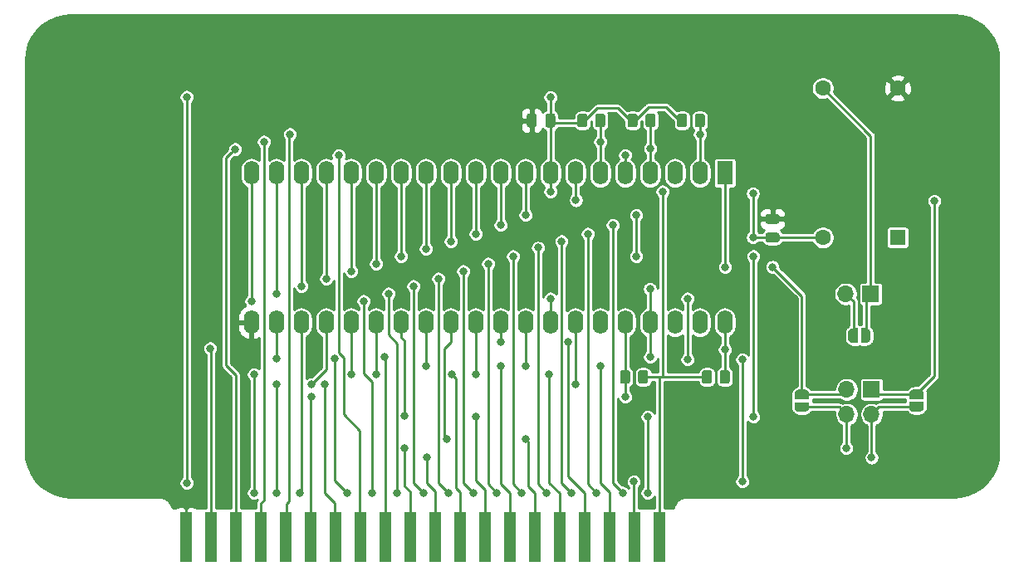
<source format=gbr>
G04 #@! TF.GenerationSoftware,KiCad,Pcbnew,(5.1.9-0-10_14)*
G04 #@! TF.CreationDate,2021-05-05T15:59:08-05:00*
G04 #@! TF.ProjectId,CPU Card,43505520-4361-4726-942e-6b696361645f,v1.0*
G04 #@! TF.SameCoordinates,Original*
G04 #@! TF.FileFunction,Copper,L1,Top*
G04 #@! TF.FilePolarity,Positive*
%FSLAX46Y46*%
G04 Gerber Fmt 4.6, Leading zero omitted, Abs format (unit mm)*
G04 Created by KiCad (PCBNEW (5.1.9-0-10_14)) date 2021-05-05 15:59:08*
%MOMM*%
%LPD*%
G01*
G04 APERTURE LIST*
G04 #@! TA.AperFunction,SMDPad,CuDef*
%ADD10R,1.270000X5.080000*%
G04 #@! TD*
G04 #@! TA.AperFunction,ComponentPad*
%ADD11R,1.600000X2.400000*%
G04 #@! TD*
G04 #@! TA.AperFunction,ComponentPad*
%ADD12O,1.600000X2.400000*%
G04 #@! TD*
G04 #@! TA.AperFunction,ComponentPad*
%ADD13R,1.700000X1.700000*%
G04 #@! TD*
G04 #@! TA.AperFunction,ComponentPad*
%ADD14O,1.700000X1.700000*%
G04 #@! TD*
G04 #@! TA.AperFunction,SMDPad,CuDef*
%ADD15C,0.100000*%
G04 #@! TD*
G04 #@! TA.AperFunction,ComponentPad*
%ADD16R,1.600000X1.600000*%
G04 #@! TD*
G04 #@! TA.AperFunction,ComponentPad*
%ADD17C,1.600000*%
G04 #@! TD*
G04 #@! TA.AperFunction,ViaPad*
%ADD18C,0.800000*%
G04 #@! TD*
G04 #@! TA.AperFunction,Conductor*
%ADD19C,0.250000*%
G04 #@! TD*
G04 #@! TA.AperFunction,Conductor*
%ADD20C,0.254000*%
G04 #@! TD*
G04 #@! TA.AperFunction,Conductor*
%ADD21C,0.100000*%
G04 #@! TD*
G04 APERTURE END LIST*
D10*
X163510000Y-129900000D03*
X160970000Y-129900000D03*
X158430000Y-129900000D03*
X155890000Y-129900000D03*
X153350000Y-129900000D03*
X150810000Y-129900000D03*
X148270000Y-129900000D03*
X145730000Y-129900000D03*
X143190000Y-129900000D03*
X140650000Y-129900000D03*
X138110000Y-129900000D03*
X135570000Y-129900000D03*
X133030000Y-129900000D03*
X130490000Y-129900000D03*
X127950000Y-129900000D03*
X125410000Y-129900000D03*
X122870000Y-129900000D03*
X120330000Y-129900000D03*
X117790000Y-129900000D03*
X115250000Y-129900000D03*
G04 #@! TA.AperFunction,SMDPad,CuDef*
G36*
G01*
X152895000Y-86901000D02*
X152895000Y-87851000D01*
G75*
G02*
X152645000Y-88101000I-250000J0D01*
G01*
X152145000Y-88101000D01*
G75*
G02*
X151895000Y-87851000I0J250000D01*
G01*
X151895000Y-86901000D01*
G75*
G02*
X152145000Y-86651000I250000J0D01*
G01*
X152645000Y-86651000D01*
G75*
G02*
X152895000Y-86901000I0J-250000D01*
G01*
G37*
G04 #@! TD.AperFunction*
G04 #@! TA.AperFunction,SMDPad,CuDef*
G36*
G01*
X150995000Y-86901000D02*
X150995000Y-87851000D01*
G75*
G02*
X150745000Y-88101000I-250000J0D01*
G01*
X150245000Y-88101000D01*
G75*
G02*
X149995000Y-87851000I0J250000D01*
G01*
X149995000Y-86901000D01*
G75*
G02*
X150245000Y-86651000I250000J0D01*
G01*
X150745000Y-86651000D01*
G75*
G02*
X150995000Y-86901000I0J-250000D01*
G01*
G37*
G04 #@! TD.AperFunction*
D11*
X170180000Y-92710000D03*
D12*
X121920000Y-107950000D03*
X167640000Y-92710000D03*
X124460000Y-107950000D03*
X165100000Y-92710000D03*
X127000000Y-107950000D03*
X162560000Y-92710000D03*
X129540000Y-107950000D03*
X160020000Y-92710000D03*
X132080000Y-107950000D03*
X157480000Y-92710000D03*
X134620000Y-107950000D03*
X154940000Y-92710000D03*
X137160000Y-107950000D03*
X152400000Y-92710000D03*
X139700000Y-107950000D03*
X149860000Y-92710000D03*
X142240000Y-107950000D03*
X147320000Y-92710000D03*
X144780000Y-107950000D03*
X144780000Y-92710000D03*
X147320000Y-107950000D03*
X142240000Y-92710000D03*
X149860000Y-107950000D03*
X139700000Y-92710000D03*
X152400000Y-107950000D03*
X137160000Y-92710000D03*
X154940000Y-107950000D03*
X134620000Y-92710000D03*
X157480000Y-107950000D03*
X132080000Y-92710000D03*
X160020000Y-107950000D03*
X129540000Y-92710000D03*
X162560000Y-107950000D03*
X127000000Y-92710000D03*
X165100000Y-107950000D03*
X124460000Y-92710000D03*
X167640000Y-107950000D03*
X121920000Y-92710000D03*
X170180000Y-107950000D03*
D13*
X185150000Y-114810000D03*
D14*
X185150000Y-117350000D03*
X182610000Y-114810000D03*
X182610000Y-117350000D03*
G04 #@! TA.AperFunction,SMDPad,CuDef*
G36*
G01*
X170692500Y-113087998D02*
X170692500Y-113988002D01*
G75*
G02*
X170442502Y-114238000I-249998J0D01*
G01*
X169917498Y-114238000D01*
G75*
G02*
X169667500Y-113988002I0J249998D01*
G01*
X169667500Y-113087998D01*
G75*
G02*
X169917498Y-112838000I249998J0D01*
G01*
X170442502Y-112838000D01*
G75*
G02*
X170692500Y-113087998I0J-249998D01*
G01*
G37*
G04 #@! TD.AperFunction*
G04 #@! TA.AperFunction,SMDPad,CuDef*
G36*
G01*
X168867500Y-113087998D02*
X168867500Y-113988002D01*
G75*
G02*
X168617502Y-114238000I-249998J0D01*
G01*
X168092498Y-114238000D01*
G75*
G02*
X167842500Y-113988002I0J249998D01*
G01*
X167842500Y-113087998D01*
G75*
G02*
X168092498Y-112838000I249998J0D01*
G01*
X168617502Y-112838000D01*
G75*
G02*
X168867500Y-113087998I0J-249998D01*
G01*
G37*
G04 #@! TD.AperFunction*
G04 #@! TA.AperFunction,SMDPad,CuDef*
G36*
G01*
X166327500Y-86925998D02*
X166327500Y-87826002D01*
G75*
G02*
X166077502Y-88076000I-249998J0D01*
G01*
X165552498Y-88076000D01*
G75*
G02*
X165302500Y-87826002I0J249998D01*
G01*
X165302500Y-86925998D01*
G75*
G02*
X165552498Y-86676000I249998J0D01*
G01*
X166077502Y-86676000D01*
G75*
G02*
X166327500Y-86925998I0J-249998D01*
G01*
G37*
G04 #@! TD.AperFunction*
G04 #@! TA.AperFunction,SMDPad,CuDef*
G36*
G01*
X168152500Y-86925998D02*
X168152500Y-87826002D01*
G75*
G02*
X167902502Y-88076000I-249998J0D01*
G01*
X167377498Y-88076000D01*
G75*
G02*
X167127500Y-87826002I0J249998D01*
G01*
X167127500Y-86925998D01*
G75*
G02*
X167377498Y-86676000I249998J0D01*
G01*
X167902502Y-86676000D01*
G75*
G02*
X168152500Y-86925998I0J-249998D01*
G01*
G37*
G04 #@! TD.AperFunction*
G04 #@! TA.AperFunction,SMDPad,CuDef*
G36*
G01*
X163119500Y-86925998D02*
X163119500Y-87826002D01*
G75*
G02*
X162869502Y-88076000I-249998J0D01*
G01*
X162344498Y-88076000D01*
G75*
G02*
X162094500Y-87826002I0J249998D01*
G01*
X162094500Y-86925998D01*
G75*
G02*
X162344498Y-86676000I249998J0D01*
G01*
X162869502Y-86676000D01*
G75*
G02*
X163119500Y-86925998I0J-249998D01*
G01*
G37*
G04 #@! TD.AperFunction*
G04 #@! TA.AperFunction,SMDPad,CuDef*
G36*
G01*
X161294500Y-86925998D02*
X161294500Y-87826002D01*
G75*
G02*
X161044502Y-88076000I-249998J0D01*
G01*
X160519498Y-88076000D01*
G75*
G02*
X160269500Y-87826002I0J249998D01*
G01*
X160269500Y-86925998D01*
G75*
G02*
X160519498Y-86676000I249998J0D01*
G01*
X161044502Y-86676000D01*
G75*
G02*
X161294500Y-86925998I0J-249998D01*
G01*
G37*
G04 #@! TD.AperFunction*
G04 #@! TA.AperFunction,SMDPad,CuDef*
G36*
G01*
X156167500Y-86925998D02*
X156167500Y-87826002D01*
G75*
G02*
X155917502Y-88076000I-249998J0D01*
G01*
X155392498Y-88076000D01*
G75*
G02*
X155142500Y-87826002I0J249998D01*
G01*
X155142500Y-86925998D01*
G75*
G02*
X155392498Y-86676000I249998J0D01*
G01*
X155917502Y-86676000D01*
G75*
G02*
X156167500Y-86925998I0J-249998D01*
G01*
G37*
G04 #@! TD.AperFunction*
G04 #@! TA.AperFunction,SMDPad,CuDef*
G36*
G01*
X157992500Y-86925998D02*
X157992500Y-87826002D01*
G75*
G02*
X157742502Y-88076000I-249998J0D01*
G01*
X157217498Y-88076000D01*
G75*
G02*
X156967500Y-87826002I0J249998D01*
G01*
X156967500Y-86925998D01*
G75*
G02*
X157217498Y-86676000I249998J0D01*
G01*
X157742502Y-86676000D01*
G75*
G02*
X157992500Y-86925998I0J-249998D01*
G01*
G37*
G04 #@! TD.AperFunction*
G04 #@! TA.AperFunction,SMDPad,CuDef*
G36*
G01*
X159507500Y-113988002D02*
X159507500Y-113087998D01*
G75*
G02*
X159757498Y-112838000I249998J0D01*
G01*
X160282502Y-112838000D01*
G75*
G02*
X160532500Y-113087998I0J-249998D01*
G01*
X160532500Y-113988002D01*
G75*
G02*
X160282502Y-114238000I-249998J0D01*
G01*
X159757498Y-114238000D01*
G75*
G02*
X159507500Y-113988002I0J249998D01*
G01*
G37*
G04 #@! TD.AperFunction*
G04 #@! TA.AperFunction,SMDPad,CuDef*
G36*
G01*
X161332500Y-113988002D02*
X161332500Y-113087998D01*
G75*
G02*
X161582498Y-112838000I249998J0D01*
G01*
X162107502Y-112838000D01*
G75*
G02*
X162357500Y-113087998I0J-249998D01*
G01*
X162357500Y-113988002D01*
G75*
G02*
X162107502Y-114238000I-249998J0D01*
G01*
X161582498Y-114238000D01*
G75*
G02*
X161332500Y-113988002I0J249998D01*
G01*
G37*
G04 #@! TD.AperFunction*
G04 #@! TA.AperFunction,SMDPad,CuDef*
D15*
G36*
X190471398Y-116588000D02*
G01*
X190471398Y-116612534D01*
X190466588Y-116661365D01*
X190457016Y-116709490D01*
X190442772Y-116756445D01*
X190423995Y-116801778D01*
X190400864Y-116845051D01*
X190373604Y-116885850D01*
X190342476Y-116923779D01*
X190307779Y-116958476D01*
X190269850Y-116989604D01*
X190229051Y-117016864D01*
X190185778Y-117039995D01*
X190140445Y-117058772D01*
X190093490Y-117073016D01*
X190045365Y-117082588D01*
X189996534Y-117087398D01*
X189972000Y-117087398D01*
X189972000Y-117088000D01*
X189472000Y-117088000D01*
X189472000Y-117087398D01*
X189447466Y-117087398D01*
X189398635Y-117082588D01*
X189350510Y-117073016D01*
X189303555Y-117058772D01*
X189258222Y-117039995D01*
X189214949Y-117016864D01*
X189174150Y-116989604D01*
X189136221Y-116958476D01*
X189101524Y-116923779D01*
X189070396Y-116885850D01*
X189043136Y-116845051D01*
X189020005Y-116801778D01*
X189001228Y-116756445D01*
X188986984Y-116709490D01*
X188977412Y-116661365D01*
X188972602Y-116612534D01*
X188972602Y-116588000D01*
X188972000Y-116588000D01*
X188972000Y-116088000D01*
X190472000Y-116088000D01*
X190472000Y-116588000D01*
X190471398Y-116588000D01*
G37*
G04 #@! TD.AperFunction*
G04 #@! TA.AperFunction,SMDPad,CuDef*
G36*
X188972000Y-115788000D02*
G01*
X188972000Y-115288000D01*
X188972602Y-115288000D01*
X188972602Y-115263466D01*
X188977412Y-115214635D01*
X188986984Y-115166510D01*
X189001228Y-115119555D01*
X189020005Y-115074222D01*
X189043136Y-115030949D01*
X189070396Y-114990150D01*
X189101524Y-114952221D01*
X189136221Y-114917524D01*
X189174150Y-114886396D01*
X189214949Y-114859136D01*
X189258222Y-114836005D01*
X189303555Y-114817228D01*
X189350510Y-114802984D01*
X189398635Y-114793412D01*
X189447466Y-114788602D01*
X189472000Y-114788602D01*
X189472000Y-114788000D01*
X189972000Y-114788000D01*
X189972000Y-114788602D01*
X189996534Y-114788602D01*
X190045365Y-114793412D01*
X190093490Y-114802984D01*
X190140445Y-114817228D01*
X190185778Y-114836005D01*
X190229051Y-114859136D01*
X190269850Y-114886396D01*
X190307779Y-114917524D01*
X190342476Y-114952221D01*
X190373604Y-114990150D01*
X190400864Y-115030949D01*
X190423995Y-115074222D01*
X190442772Y-115119555D01*
X190457016Y-115166510D01*
X190466588Y-115214635D01*
X190471398Y-115263466D01*
X190471398Y-115288000D01*
X190472000Y-115288000D01*
X190472000Y-115788000D01*
X188972000Y-115788000D01*
G37*
G04 #@! TD.AperFunction*
G04 #@! TA.AperFunction,SMDPad,CuDef*
G36*
X177288000Y-115803000D02*
G01*
X177288000Y-115303000D01*
X177288602Y-115303000D01*
X177288602Y-115278466D01*
X177293412Y-115229635D01*
X177302984Y-115181510D01*
X177317228Y-115134555D01*
X177336005Y-115089222D01*
X177359136Y-115045949D01*
X177386396Y-115005150D01*
X177417524Y-114967221D01*
X177452221Y-114932524D01*
X177490150Y-114901396D01*
X177530949Y-114874136D01*
X177574222Y-114851005D01*
X177619555Y-114832228D01*
X177666510Y-114817984D01*
X177714635Y-114808412D01*
X177763466Y-114803602D01*
X177788000Y-114803602D01*
X177788000Y-114803000D01*
X178288000Y-114803000D01*
X178288000Y-114803602D01*
X178312534Y-114803602D01*
X178361365Y-114808412D01*
X178409490Y-114817984D01*
X178456445Y-114832228D01*
X178501778Y-114851005D01*
X178545051Y-114874136D01*
X178585850Y-114901396D01*
X178623779Y-114932524D01*
X178658476Y-114967221D01*
X178689604Y-115005150D01*
X178716864Y-115045949D01*
X178739995Y-115089222D01*
X178758772Y-115134555D01*
X178773016Y-115181510D01*
X178782588Y-115229635D01*
X178787398Y-115278466D01*
X178787398Y-115303000D01*
X178788000Y-115303000D01*
X178788000Y-115803000D01*
X177288000Y-115803000D01*
G37*
G04 #@! TD.AperFunction*
G04 #@! TA.AperFunction,SMDPad,CuDef*
G36*
X178787398Y-116603000D02*
G01*
X178787398Y-116627534D01*
X178782588Y-116676365D01*
X178773016Y-116724490D01*
X178758772Y-116771445D01*
X178739995Y-116816778D01*
X178716864Y-116860051D01*
X178689604Y-116900850D01*
X178658476Y-116938779D01*
X178623779Y-116973476D01*
X178585850Y-117004604D01*
X178545051Y-117031864D01*
X178501778Y-117054995D01*
X178456445Y-117073772D01*
X178409490Y-117088016D01*
X178361365Y-117097588D01*
X178312534Y-117102398D01*
X178288000Y-117102398D01*
X178288000Y-117103000D01*
X177788000Y-117103000D01*
X177788000Y-117102398D01*
X177763466Y-117102398D01*
X177714635Y-117097588D01*
X177666510Y-117088016D01*
X177619555Y-117073772D01*
X177574222Y-117054995D01*
X177530949Y-117031864D01*
X177490150Y-117004604D01*
X177452221Y-116973476D01*
X177417524Y-116938779D01*
X177386396Y-116900850D01*
X177359136Y-116860051D01*
X177336005Y-116816778D01*
X177317228Y-116771445D01*
X177302984Y-116724490D01*
X177293412Y-116676365D01*
X177288602Y-116627534D01*
X177288602Y-116603000D01*
X177288000Y-116603000D01*
X177288000Y-116103000D01*
X178788000Y-116103000D01*
X178788000Y-116603000D01*
X178787398Y-116603000D01*
G37*
G04 #@! TD.AperFunction*
G04 #@! TA.AperFunction,SMDPad,CuDef*
G36*
G01*
X175526100Y-99813600D02*
X174576100Y-99813600D01*
G75*
G02*
X174326100Y-99563600I0J250000D01*
G01*
X174326100Y-99063600D01*
G75*
G02*
X174576100Y-98813600I250000J0D01*
G01*
X175526100Y-98813600D01*
G75*
G02*
X175776100Y-99063600I0J-250000D01*
G01*
X175776100Y-99563600D01*
G75*
G02*
X175526100Y-99813600I-250000J0D01*
G01*
G37*
G04 #@! TD.AperFunction*
G04 #@! TA.AperFunction,SMDPad,CuDef*
G36*
G01*
X175526100Y-97913600D02*
X174576100Y-97913600D01*
G75*
G02*
X174326100Y-97663600I0J250000D01*
G01*
X174326100Y-97163600D01*
G75*
G02*
X174576100Y-96913600I250000J0D01*
G01*
X175526100Y-96913600D01*
G75*
G02*
X175776100Y-97163600I0J-250000D01*
G01*
X175776100Y-97663600D01*
G75*
G02*
X175526100Y-97913600I-250000J0D01*
G01*
G37*
G04 #@! TD.AperFunction*
D13*
X185051100Y-105063600D03*
D14*
X182511100Y-105063600D03*
G04 #@! TA.AperFunction,SMDPad,CuDef*
D15*
G36*
X184051100Y-108563600D02*
G01*
X184551100Y-108563600D01*
X184551100Y-108564202D01*
X184575634Y-108564202D01*
X184624465Y-108569012D01*
X184672590Y-108578584D01*
X184719545Y-108592828D01*
X184764878Y-108611605D01*
X184808151Y-108634736D01*
X184848950Y-108661996D01*
X184886879Y-108693124D01*
X184921576Y-108727821D01*
X184952704Y-108765750D01*
X184979964Y-108806549D01*
X185003095Y-108849822D01*
X185021872Y-108895155D01*
X185036116Y-108942110D01*
X185045688Y-108990235D01*
X185050498Y-109039066D01*
X185050498Y-109063600D01*
X185051100Y-109063600D01*
X185051100Y-109563600D01*
X185050498Y-109563600D01*
X185050498Y-109588134D01*
X185045688Y-109636965D01*
X185036116Y-109685090D01*
X185021872Y-109732045D01*
X185003095Y-109777378D01*
X184979964Y-109820651D01*
X184952704Y-109861450D01*
X184921576Y-109899379D01*
X184886879Y-109934076D01*
X184848950Y-109965204D01*
X184808151Y-109992464D01*
X184764878Y-110015595D01*
X184719545Y-110034372D01*
X184672590Y-110048616D01*
X184624465Y-110058188D01*
X184575634Y-110062998D01*
X184551100Y-110062998D01*
X184551100Y-110063600D01*
X184051100Y-110063600D01*
X184051100Y-108563600D01*
G37*
G04 #@! TD.AperFunction*
G04 #@! TA.AperFunction,SMDPad,CuDef*
G36*
X183251100Y-110062998D02*
G01*
X183226566Y-110062998D01*
X183177735Y-110058188D01*
X183129610Y-110048616D01*
X183082655Y-110034372D01*
X183037322Y-110015595D01*
X182994049Y-109992464D01*
X182953250Y-109965204D01*
X182915321Y-109934076D01*
X182880624Y-109899379D01*
X182849496Y-109861450D01*
X182822236Y-109820651D01*
X182799105Y-109777378D01*
X182780328Y-109732045D01*
X182766084Y-109685090D01*
X182756512Y-109636965D01*
X182751702Y-109588134D01*
X182751702Y-109563600D01*
X182751100Y-109563600D01*
X182751100Y-109063600D01*
X182751702Y-109063600D01*
X182751702Y-109039066D01*
X182756512Y-108990235D01*
X182766084Y-108942110D01*
X182780328Y-108895155D01*
X182799105Y-108849822D01*
X182822236Y-108806549D01*
X182849496Y-108765750D01*
X182880624Y-108727821D01*
X182915321Y-108693124D01*
X182953250Y-108661996D01*
X182994049Y-108634736D01*
X183037322Y-108611605D01*
X183082655Y-108592828D01*
X183129610Y-108578584D01*
X183177735Y-108569012D01*
X183226566Y-108564202D01*
X183251100Y-108564202D01*
X183251100Y-108563600D01*
X183751100Y-108563600D01*
X183751100Y-110063600D01*
X183251100Y-110063600D01*
X183251100Y-110062998D01*
G37*
G04 #@! TD.AperFunction*
D16*
X187801100Y-99313600D03*
D17*
X180181100Y-99313600D03*
X180181100Y-84073600D03*
X187801100Y-84073600D03*
D18*
X162306000Y-125349000D03*
X173101000Y-117602000D03*
X173101000Y-101219000D03*
X161163000Y-101219000D03*
X161163000Y-97028000D03*
X149860000Y-97028000D03*
X162306000Y-117601999D03*
X159766000Y-125349000D03*
X158750000Y-98044000D03*
X147320000Y-98044000D03*
X157099000Y-125349000D03*
X156210000Y-98933000D03*
X144780000Y-98933000D03*
X154559000Y-125349000D03*
X142239996Y-99695000D03*
X153542999Y-99694999D03*
X152019000Y-125349000D03*
X139700000Y-100457000D03*
X151130000Y-100347010D03*
X149479000Y-125349000D03*
X137160000Y-101219004D03*
X148590000Y-101218998D03*
X146939000Y-125349000D03*
X134620000Y-101981000D03*
X146050000Y-101981000D03*
X144526000Y-125349000D03*
X132080000Y-102743000D03*
X143510000Y-102743010D03*
X141986000Y-125349000D03*
X129540000Y-103505000D03*
X140970001Y-103505005D03*
X139446000Y-125349000D03*
X127000000Y-104267000D03*
X138430000Y-104266998D03*
X136779000Y-125349000D03*
X124460000Y-105029000D03*
X135890000Y-105028996D03*
X134239000Y-125349000D03*
X133350000Y-105790990D03*
X121920002Y-105791000D03*
X124460000Y-111633000D03*
X130429000Y-111633000D03*
X131699000Y-125349000D03*
X126873000Y-125349000D03*
X124460000Y-114300000D03*
X124459994Y-125349000D03*
X128016000Y-114300000D03*
X132080000Y-113284000D03*
X122174002Y-125349000D03*
X122174000Y-113284000D03*
X152400000Y-105537000D03*
X166370000Y-105537000D03*
X166370000Y-111760000D03*
X171958000Y-111760000D03*
X171958000Y-124206000D03*
X160909000Y-124206000D03*
X149860000Y-112395000D03*
X157480000Y-112395000D03*
X147320000Y-109965000D03*
X154194999Y-109965000D03*
X144780000Y-113284000D03*
X152273000Y-113284000D03*
X141859000Y-119888000D03*
X149860000Y-119888000D03*
X139700000Y-112395000D03*
X147320000Y-112395000D03*
X137541000Y-117475000D03*
X144780000Y-117602000D03*
X134620000Y-113284000D03*
X142366996Y-113284000D03*
X152400000Y-94615000D03*
X163830000Y-94615000D03*
X115316000Y-124333000D03*
X115316000Y-84963000D03*
X173051112Y-99313602D03*
X173051100Y-94813600D03*
X152400000Y-85014704D03*
X160020000Y-115570000D03*
X128016000Y-115570000D03*
X125857000Y-88773000D03*
X167640000Y-88772998D03*
X117729000Y-110617000D03*
X170180000Y-110744002D03*
X162607000Y-90249996D03*
X120268999Y-90297001D03*
X157480008Y-89535000D03*
X123190001Y-89535001D03*
X129413000Y-114300000D03*
X154940000Y-114300000D03*
X130810000Y-90932000D03*
X160020000Y-90901996D03*
X175051100Y-102313600D03*
X170201100Y-102313600D03*
X139801100Y-121713596D03*
X185150000Y-121764690D03*
X137551100Y-120813600D03*
X182551100Y-120813600D03*
X135509000Y-111506004D03*
X162560000Y-111506000D03*
X162551100Y-104563600D03*
X155001100Y-95513600D03*
X191551100Y-95563600D03*
D19*
X173101000Y-117602000D02*
X173101000Y-101219000D01*
X161163000Y-101219000D02*
X161163000Y-97028000D01*
X149860000Y-97028000D02*
X149860000Y-92710000D01*
X162306000Y-124783315D02*
X162306000Y-117601999D01*
X162306000Y-125349000D02*
X162306000Y-124783315D01*
X159766000Y-125349000D02*
X158750000Y-124333000D01*
X158750000Y-124333000D02*
X158750000Y-98044000D01*
X147320000Y-98044000D02*
X147320000Y-92710000D01*
X156210000Y-124460000D02*
X156210000Y-98933000D01*
X157099000Y-125349000D02*
X156210000Y-124460000D01*
X144780000Y-98933000D02*
X144780000Y-92710000D01*
X142240000Y-92710000D02*
X142240000Y-99694996D01*
X142240000Y-99694996D02*
X142239996Y-99695000D01*
X154559000Y-125349000D02*
X153542999Y-124332999D01*
X153542999Y-124332999D02*
X153542999Y-99694999D01*
X139700000Y-92710000D02*
X139700000Y-100457000D01*
X152019000Y-125349000D02*
X151130000Y-124460000D01*
X151130000Y-124460000D02*
X151130000Y-100347010D01*
X137160000Y-92710000D02*
X137160000Y-101219004D01*
X148590000Y-124460000D02*
X148590000Y-101218998D01*
X149479000Y-125349000D02*
X148590000Y-124460000D01*
X134620000Y-92710000D02*
X134620000Y-101981000D01*
X146939000Y-125349000D02*
X146050000Y-124460000D01*
X146050000Y-124460000D02*
X146050000Y-101981000D01*
X132080000Y-92710000D02*
X132080000Y-102743000D01*
X144526000Y-125349000D02*
X143510000Y-124333000D01*
X143510000Y-124333000D02*
X143510000Y-102743010D01*
X129540000Y-92710000D02*
X129540000Y-103505000D01*
X141986000Y-125349000D02*
X140970001Y-124333001D01*
X140970001Y-124333001D02*
X140970001Y-103505005D01*
X127000000Y-92710000D02*
X127000000Y-104267000D01*
X138430000Y-124333000D02*
X138430000Y-104266998D01*
X139446000Y-125349000D02*
X138430000Y-124333000D01*
X124460000Y-92710000D02*
X124460000Y-105029000D01*
X136779000Y-110109000D02*
X135890000Y-109220000D01*
X136779000Y-125349000D02*
X136779000Y-110109000D01*
X135890000Y-109220000D02*
X135890000Y-105028996D01*
X121920000Y-92710000D02*
X121920000Y-105790998D01*
X121920000Y-105790998D02*
X121920002Y-105791000D01*
X133350000Y-113157000D02*
X133350000Y-105790990D01*
X134239000Y-114046000D02*
X133350000Y-113157000D01*
X134239000Y-125349000D02*
X134239000Y-114046000D01*
X124460000Y-107950000D02*
X124460000Y-111633000D01*
X130429000Y-111633000D02*
X130429000Y-124079000D01*
X130429000Y-124079000D02*
X131699000Y-125349000D01*
X127000000Y-112395000D02*
X127000000Y-112522000D01*
X127000000Y-107950000D02*
X127000000Y-112395000D01*
X127000000Y-125222000D02*
X126873000Y-125349000D01*
X127000000Y-112395000D02*
X127000000Y-125222000D01*
X124460000Y-125348994D02*
X124459994Y-125349000D01*
X124460000Y-114300000D02*
X124460000Y-125348994D01*
X129540000Y-112776000D02*
X128016000Y-114300000D01*
X129540000Y-107950000D02*
X129540000Y-112776000D01*
X132080000Y-107950000D02*
X132080000Y-113284000D01*
X122174002Y-113284002D02*
X122174000Y-113284000D01*
X122174002Y-125349000D02*
X122174002Y-113284002D01*
X152400000Y-107950000D02*
X152400000Y-105537000D01*
X166370000Y-105537000D02*
X166370000Y-111760000D01*
X171958000Y-111760000D02*
X171958000Y-124206000D01*
X160909000Y-129839000D02*
X160970000Y-129900000D01*
X160909000Y-124206000D02*
X160909000Y-129839000D01*
X149860000Y-107950000D02*
X149860000Y-112395000D01*
X157480000Y-112395000D02*
X157480000Y-124333000D01*
X158430000Y-125283000D02*
X158430000Y-129900000D01*
X157480000Y-124333000D02*
X158430000Y-125283000D01*
X147320000Y-107950000D02*
X147320000Y-109965000D01*
X154194999Y-109965000D02*
X154194999Y-123714999D01*
X155890000Y-125410000D02*
X155890000Y-129900000D01*
X154194999Y-123714999D02*
X155890000Y-125410000D01*
X144780000Y-107950000D02*
X144780000Y-113284000D01*
X152273000Y-113284000D02*
X152273000Y-124333000D01*
X153350000Y-125410000D02*
X153350000Y-129900000D01*
X152273000Y-124333000D02*
X153350000Y-125410000D01*
X150131001Y-120159001D02*
X150131001Y-124731001D01*
X149860000Y-119888000D02*
X150131001Y-120159001D01*
X150810000Y-125410000D02*
X150810000Y-129900000D01*
X150131001Y-124731001D02*
X150810000Y-125410000D01*
X141605000Y-119634000D02*
X141859000Y-119888000D01*
X141605000Y-110617000D02*
X141605000Y-119634000D01*
X142240000Y-109982000D02*
X141605000Y-110617000D01*
X142240000Y-107950000D02*
X142240000Y-109982000D01*
X139700000Y-107950000D02*
X139700000Y-112395000D01*
X147320000Y-112395000D02*
X147320000Y-124460000D01*
X148270000Y-125410000D02*
X148270000Y-129900000D01*
X147320000Y-124460000D02*
X148270000Y-125410000D01*
X137160000Y-107950000D02*
X137160000Y-109474000D01*
X137541000Y-109855000D02*
X137541000Y-117475000D01*
X137160000Y-109474000D02*
X137541000Y-109855000D01*
X144780000Y-117602000D02*
X144780000Y-124079000D01*
X145730000Y-125029000D02*
X145730000Y-129900000D01*
X144780000Y-124079000D02*
X145730000Y-125029000D01*
X134620000Y-107950000D02*
X134620000Y-113284000D01*
X143190000Y-129900000D02*
X142766995Y-129476995D01*
X142766995Y-113683999D02*
X142366996Y-113284000D01*
X142766995Y-113683999D02*
X142766995Y-124859995D01*
X143190000Y-125283000D02*
X143190000Y-129900000D01*
X142766995Y-124859995D02*
X143190000Y-125283000D01*
X115250000Y-129900000D02*
X115250000Y-125542000D01*
X152400000Y-87630000D02*
X152400000Y-92710000D01*
X152400000Y-87630000D02*
X155655000Y-87630000D01*
X165815000Y-87630000D02*
X164164000Y-85979000D01*
X162433000Y-85979000D02*
X160782000Y-87630000D01*
X164164000Y-85979000D02*
X162433000Y-85979000D01*
X160782000Y-87630000D02*
X159258000Y-86106000D01*
X157179000Y-86106000D02*
X155655000Y-87630000D01*
X159258000Y-86106000D02*
X157179000Y-86106000D01*
X161845000Y-113538000D02*
X163576000Y-113538000D01*
X163830000Y-113538000D02*
X168355000Y-113538000D01*
X163576000Y-113538000D02*
X163830000Y-113538000D01*
X163510000Y-113604000D02*
X163576000Y-113538000D01*
X163510000Y-129900000D02*
X163510000Y-113604000D01*
X152400000Y-92710000D02*
X152400000Y-94615000D01*
X115316000Y-124333000D02*
X115316000Y-84963000D01*
X163858900Y-99313600D02*
X163830000Y-99342500D01*
X163830000Y-99342500D02*
X163830000Y-94615000D01*
X163830000Y-113538000D02*
X163830000Y-99342500D01*
X175051100Y-99313600D02*
X180181100Y-99313600D01*
X175051100Y-99313600D02*
X173051114Y-99313600D01*
X173051114Y-99313600D02*
X173051112Y-99313602D01*
X173051100Y-99313590D02*
X173051112Y-99313602D01*
X173051100Y-94813600D02*
X173051100Y-99313590D01*
X152400000Y-87630000D02*
X152400000Y-85014704D01*
X160020000Y-113538000D02*
X160020000Y-107950000D01*
X160020000Y-115570000D02*
X160020000Y-113538000D01*
X127950000Y-115636000D02*
X128016000Y-115570000D01*
X127950000Y-129900000D02*
X127950000Y-115636000D01*
X125730000Y-126238000D02*
X125730000Y-88900000D01*
X125730000Y-88900000D02*
X125857000Y-88773000D01*
X125476000Y-126492000D02*
X125730000Y-126238000D01*
X125476000Y-129834000D02*
X125476000Y-126492000D01*
X125410000Y-129900000D02*
X125476000Y-129834000D01*
X167640000Y-92710000D02*
X167640000Y-88772998D01*
X167640000Y-88772998D02*
X167640000Y-87376000D01*
X117790000Y-110678000D02*
X117729000Y-110617000D01*
X117790000Y-129900000D02*
X117790000Y-110678000D01*
X170180000Y-107950000D02*
X170180000Y-113538000D01*
X162560000Y-90296996D02*
X162607000Y-90249996D01*
X162607000Y-87630000D02*
X162607000Y-90249996D01*
X162607000Y-92663000D02*
X162560000Y-92710000D01*
X162607000Y-90249996D02*
X162607000Y-92663000D01*
X119362999Y-91203001D02*
X119869000Y-90697000D01*
X119362999Y-112375499D02*
X119362999Y-91203001D01*
X120330000Y-113342500D02*
X119362999Y-112375499D01*
X119869000Y-90697000D02*
X120268999Y-90297001D01*
X120330000Y-129900000D02*
X120330000Y-113342500D01*
X157480000Y-89535000D02*
X157480000Y-92710000D01*
X157480000Y-87630000D02*
X157480000Y-89535000D01*
X157480000Y-89535000D02*
X157480008Y-89535000D01*
X123190001Y-126110999D02*
X123190001Y-89535001D01*
X122870000Y-129900000D02*
X122870000Y-126431000D01*
X122870000Y-126431000D02*
X123190001Y-126110999D01*
X154940000Y-114300000D02*
X154940000Y-107950000D01*
X129413000Y-125349000D02*
X129413000Y-114300000D01*
X130429000Y-129839000D02*
X130429000Y-126365000D01*
X130429000Y-126365000D02*
X129413000Y-125349000D01*
X130490000Y-129900000D02*
X130429000Y-129839000D01*
X132972990Y-129842990D02*
X132972990Y-119002990D01*
X133030000Y-129900000D02*
X132972990Y-129842990D01*
X132972990Y-119002990D02*
X131318000Y-117348000D01*
X131318000Y-111557038D02*
X130810000Y-111049038D01*
X131318000Y-117348000D02*
X131318000Y-111557038D01*
X130810000Y-111049038D02*
X130810000Y-90932000D01*
X160020000Y-90901996D02*
X160020000Y-92710000D01*
X182117000Y-115303000D02*
X182610000Y-114810000D01*
X178038000Y-115303000D02*
X182117000Y-115303000D01*
X170195000Y-92710000D02*
X170180000Y-92710000D01*
X170180000Y-92710000D02*
X170180000Y-94160000D01*
X178038000Y-115303000D02*
X178038000Y-105300500D01*
X178038000Y-105300500D02*
X175051100Y-102313600D01*
X170201100Y-92731100D02*
X170180000Y-92710000D01*
X170201100Y-102313600D02*
X170201100Y-92731100D01*
X185912000Y-116588000D02*
X185150000Y-117350000D01*
X189722000Y-116588000D02*
X185912000Y-116588000D01*
X139801100Y-124388600D02*
X139801100Y-121713596D01*
X140650000Y-125237500D02*
X139801100Y-124388600D01*
X140650000Y-129900000D02*
X140650000Y-125237500D01*
X185150000Y-117350000D02*
X185150000Y-121764690D01*
X181863000Y-116603000D02*
X182610000Y-117350000D01*
X178038000Y-116603000D02*
X181863000Y-116603000D01*
X138101100Y-125238600D02*
X137551100Y-124688600D01*
X138101100Y-129891100D02*
X138101100Y-125238600D01*
X137551100Y-124688600D02*
X137551100Y-120813600D01*
X138110000Y-129900000D02*
X138101100Y-129891100D01*
X182551100Y-117408900D02*
X182610000Y-117350000D01*
X182551100Y-120813600D02*
X182551100Y-117408900D01*
X135570000Y-111567004D02*
X135509000Y-111506004D01*
X135570000Y-129900000D02*
X135570000Y-111567004D01*
X162560000Y-107950000D02*
X162560000Y-111506000D01*
X183301100Y-105853600D02*
X182511100Y-105063600D01*
X183301100Y-108813600D02*
X183301100Y-105853600D01*
X162560000Y-104572500D02*
X162551100Y-104563600D01*
X162560000Y-107950000D02*
X162560000Y-104572500D01*
X185628000Y-115288000D02*
X185150000Y-114810000D01*
X189722000Y-115288000D02*
X185628000Y-115288000D01*
X154940000Y-95452500D02*
X155001100Y-95513600D01*
X191551100Y-113458900D02*
X189722000Y-115288000D01*
X191551100Y-95563600D02*
X191551100Y-113458900D01*
X155001100Y-92771100D02*
X154940000Y-92710000D01*
X155001100Y-95513600D02*
X155001100Y-92771100D01*
X185051100Y-88943600D02*
X180181100Y-84073600D01*
X185051100Y-105063600D02*
X185051100Y-88943600D01*
X184601100Y-105513600D02*
X185051100Y-105063600D01*
X184601100Y-108813600D02*
X184601100Y-105513600D01*
D20*
X194314346Y-76673794D02*
X195101873Y-76889238D01*
X195838816Y-77240741D01*
X196501860Y-77717187D01*
X197070056Y-78303519D01*
X197525438Y-78981200D01*
X197853619Y-79728816D01*
X198044970Y-80525851D01*
X198095101Y-81208506D01*
X198095100Y-121175515D01*
X198020906Y-122006846D01*
X197805462Y-122794374D01*
X197453959Y-123531316D01*
X196977513Y-124194360D01*
X196391181Y-124762556D01*
X195713500Y-125217938D01*
X194965884Y-125546119D01*
X194168849Y-125737470D01*
X193486208Y-125787600D01*
X166281159Y-125787600D01*
X166263511Y-125789338D01*
X166257321Y-125789295D01*
X166251679Y-125789848D01*
X166057582Y-125810249D01*
X166021496Y-125817656D01*
X165985392Y-125824544D01*
X165979967Y-125826181D01*
X165979961Y-125826183D01*
X165793527Y-125883894D01*
X165759600Y-125898155D01*
X165725487Y-125911938D01*
X165720481Y-125914599D01*
X165548804Y-126007424D01*
X165518237Y-126028042D01*
X165487506Y-126048152D01*
X165483112Y-126051734D01*
X165332734Y-126176138D01*
X165306764Y-126202289D01*
X165280516Y-126227994D01*
X165276907Y-126232356D01*
X165276901Y-126232362D01*
X165276897Y-126232369D01*
X165153552Y-126383604D01*
X165133178Y-126414269D01*
X165112399Y-126444616D01*
X165109705Y-126449598D01*
X165109702Y-126449602D01*
X165109702Y-126449603D01*
X165018077Y-126621925D01*
X165004049Y-126655960D01*
X164989559Y-126689768D01*
X164987882Y-126695183D01*
X164934196Y-126873000D01*
X164016000Y-126873000D01*
X164016000Y-114044000D01*
X167465172Y-114044000D01*
X167471817Y-114111463D01*
X167507829Y-114230180D01*
X167566310Y-114339590D01*
X167645012Y-114435488D01*
X167740910Y-114514190D01*
X167850320Y-114572671D01*
X167969037Y-114608683D01*
X168092498Y-114620843D01*
X168617502Y-114620843D01*
X168740963Y-114608683D01*
X168859680Y-114572671D01*
X168969090Y-114514190D01*
X169064988Y-114435488D01*
X169143690Y-114339590D01*
X169202171Y-114230180D01*
X169238183Y-114111463D01*
X169250343Y-113988002D01*
X169250343Y-113087998D01*
X169238183Y-112964537D01*
X169202171Y-112845820D01*
X169143690Y-112736410D01*
X169064988Y-112640512D01*
X168969090Y-112561810D01*
X168859680Y-112503329D01*
X168740963Y-112467317D01*
X168617502Y-112455157D01*
X168092498Y-112455157D01*
X167969037Y-112467317D01*
X167850320Y-112503329D01*
X167740910Y-112561810D01*
X167645012Y-112640512D01*
X167566310Y-112736410D01*
X167507829Y-112845820D01*
X167471817Y-112964537D01*
X167465172Y-113032000D01*
X164336000Y-113032000D01*
X164336000Y-109250795D01*
X164440697Y-109336717D01*
X164645864Y-109446381D01*
X164868484Y-109513912D01*
X165100000Y-109536714D01*
X165331515Y-109513912D01*
X165554135Y-109446381D01*
X165759302Y-109336717D01*
X165864001Y-109250794D01*
X165864001Y-111161498D01*
X165763358Y-111262141D01*
X165677887Y-111390058D01*
X165619013Y-111532191D01*
X165589000Y-111683078D01*
X165589000Y-111836922D01*
X165619013Y-111987809D01*
X165677887Y-112129942D01*
X165763358Y-112257859D01*
X165872141Y-112366642D01*
X166000058Y-112452113D01*
X166142191Y-112510987D01*
X166293078Y-112541000D01*
X166446922Y-112541000D01*
X166597809Y-112510987D01*
X166739942Y-112452113D01*
X166867859Y-112366642D01*
X166976642Y-112257859D01*
X167062113Y-112129942D01*
X167120987Y-111987809D01*
X167151000Y-111836922D01*
X167151000Y-111683078D01*
X167120987Y-111532191D01*
X167062113Y-111390058D01*
X166976642Y-111262141D01*
X166876000Y-111161499D01*
X166876000Y-109250795D01*
X166980697Y-109336717D01*
X167185864Y-109446381D01*
X167408484Y-109513912D01*
X167640000Y-109536714D01*
X167871515Y-109513912D01*
X168094135Y-109446381D01*
X168299302Y-109336717D01*
X168479134Y-109189134D01*
X168626717Y-109009303D01*
X168736381Y-108804136D01*
X168803912Y-108581516D01*
X168821000Y-108408016D01*
X168821000Y-107491985D01*
X168821000Y-107491984D01*
X168999000Y-107491984D01*
X168999000Y-108408015D01*
X169016088Y-108581515D01*
X169083619Y-108804135D01*
X169193283Y-109009302D01*
X169340866Y-109189134D01*
X169520697Y-109336717D01*
X169674000Y-109418659D01*
X169674000Y-110145501D01*
X169573358Y-110246143D01*
X169487887Y-110374060D01*
X169429013Y-110516193D01*
X169399000Y-110667080D01*
X169399000Y-110820924D01*
X169429013Y-110971811D01*
X169487887Y-111113944D01*
X169573358Y-111241861D01*
X169674001Y-111342504D01*
X169674001Y-112504034D01*
X169565910Y-112561810D01*
X169470012Y-112640512D01*
X169391310Y-112736410D01*
X169332829Y-112845820D01*
X169296817Y-112964537D01*
X169284657Y-113087998D01*
X169284657Y-113988002D01*
X169296817Y-114111463D01*
X169332829Y-114230180D01*
X169391310Y-114339590D01*
X169470012Y-114435488D01*
X169565910Y-114514190D01*
X169675320Y-114572671D01*
X169794037Y-114608683D01*
X169917498Y-114620843D01*
X170442502Y-114620843D01*
X170565963Y-114608683D01*
X170684680Y-114572671D01*
X170794090Y-114514190D01*
X170889988Y-114435488D01*
X170968690Y-114339590D01*
X171027171Y-114230180D01*
X171063183Y-114111463D01*
X171075343Y-113988002D01*
X171075343Y-113087998D01*
X171063183Y-112964537D01*
X171027171Y-112845820D01*
X170968690Y-112736410D01*
X170889988Y-112640512D01*
X170794090Y-112561810D01*
X170686000Y-112504035D01*
X170686000Y-111683078D01*
X171177000Y-111683078D01*
X171177000Y-111836922D01*
X171207013Y-111987809D01*
X171265887Y-112129942D01*
X171351358Y-112257859D01*
X171452000Y-112358501D01*
X171452001Y-123607498D01*
X171351358Y-123708141D01*
X171265887Y-123836058D01*
X171207013Y-123978191D01*
X171177000Y-124129078D01*
X171177000Y-124282922D01*
X171207013Y-124433809D01*
X171265887Y-124575942D01*
X171351358Y-124703859D01*
X171460141Y-124812642D01*
X171588058Y-124898113D01*
X171730191Y-124956987D01*
X171881078Y-124987000D01*
X172034922Y-124987000D01*
X172185809Y-124956987D01*
X172327942Y-124898113D01*
X172455859Y-124812642D01*
X172564642Y-124703859D01*
X172650113Y-124575942D01*
X172708987Y-124433809D01*
X172739000Y-124282922D01*
X172739000Y-124129078D01*
X172708987Y-123978191D01*
X172650113Y-123836058D01*
X172564642Y-123708141D01*
X172464000Y-123607499D01*
X172464000Y-118054425D01*
X172494358Y-118099859D01*
X172603141Y-118208642D01*
X172731058Y-118294113D01*
X172873191Y-118352987D01*
X173024078Y-118383000D01*
X173177922Y-118383000D01*
X173328809Y-118352987D01*
X173470942Y-118294113D01*
X173598859Y-118208642D01*
X173707642Y-118099859D01*
X173793113Y-117971942D01*
X173851987Y-117829809D01*
X173882000Y-117678922D01*
X173882000Y-117525078D01*
X173851987Y-117374191D01*
X173793113Y-117232058D01*
X173707642Y-117104141D01*
X173607000Y-117003499D01*
X173607000Y-102236678D01*
X174270100Y-102236678D01*
X174270100Y-102390522D01*
X174300113Y-102541409D01*
X174358987Y-102683542D01*
X174444458Y-102811459D01*
X174553241Y-102920242D01*
X174681158Y-103005713D01*
X174823291Y-103064587D01*
X174974178Y-103094600D01*
X175116509Y-103094600D01*
X177532001Y-105510093D01*
X177532000Y-114460014D01*
X177496352Y-114470828D01*
X177405796Y-114508337D01*
X177339606Y-114543717D01*
X177258107Y-114598173D01*
X177200092Y-114645784D01*
X177130784Y-114715092D01*
X177083173Y-114773107D01*
X177028717Y-114854606D01*
X176993337Y-114920796D01*
X176955828Y-115011352D01*
X176934043Y-115083169D01*
X176914921Y-115179302D01*
X176907565Y-115253991D01*
X176907565Y-115278550D01*
X176905157Y-115303000D01*
X176905157Y-115803000D01*
X176912513Y-115877689D01*
X176934299Y-115949508D01*
X176936166Y-115953000D01*
X176934299Y-115956492D01*
X176912513Y-116028311D01*
X176905157Y-116103000D01*
X176905157Y-116603000D01*
X176907565Y-116627450D01*
X176907565Y-116652009D01*
X176914921Y-116726698D01*
X176934043Y-116822831D01*
X176955828Y-116894648D01*
X176993337Y-116985204D01*
X177028717Y-117051394D01*
X177083173Y-117132893D01*
X177130784Y-117190908D01*
X177200092Y-117260216D01*
X177258107Y-117307827D01*
X177339606Y-117362283D01*
X177405796Y-117397663D01*
X177496352Y-117435172D01*
X177568169Y-117456957D01*
X177664302Y-117476079D01*
X177738991Y-117483435D01*
X177763550Y-117483435D01*
X177788000Y-117485843D01*
X178288000Y-117485843D01*
X178312450Y-117483435D01*
X178337009Y-117483435D01*
X178411698Y-117476079D01*
X178507831Y-117456957D01*
X178579648Y-117435172D01*
X178670204Y-117397663D01*
X178736394Y-117362283D01*
X178817893Y-117307827D01*
X178875908Y-117260216D01*
X178945216Y-117190908D01*
X178992827Y-117132893D01*
X179008792Y-117109000D01*
X181402821Y-117109000D01*
X181379000Y-117228757D01*
X181379000Y-117471243D01*
X181426307Y-117709069D01*
X181519102Y-117933097D01*
X181653820Y-118134717D01*
X181825283Y-118306180D01*
X182026903Y-118440898D01*
X182045101Y-118448436D01*
X182045100Y-120215099D01*
X181944458Y-120315741D01*
X181858987Y-120443658D01*
X181800113Y-120585791D01*
X181770100Y-120736678D01*
X181770100Y-120890522D01*
X181800113Y-121041409D01*
X181858987Y-121183542D01*
X181944458Y-121311459D01*
X182053241Y-121420242D01*
X182181158Y-121505713D01*
X182323291Y-121564587D01*
X182474178Y-121594600D01*
X182628022Y-121594600D01*
X182778909Y-121564587D01*
X182921042Y-121505713D01*
X183048959Y-121420242D01*
X183157742Y-121311459D01*
X183243213Y-121183542D01*
X183302087Y-121041409D01*
X183332100Y-120890522D01*
X183332100Y-120736678D01*
X183302087Y-120585791D01*
X183243213Y-120443658D01*
X183157742Y-120315741D01*
X183057100Y-120215099D01*
X183057100Y-118497230D01*
X183193097Y-118440898D01*
X183394717Y-118306180D01*
X183566180Y-118134717D01*
X183700898Y-117933097D01*
X183793693Y-117709069D01*
X183841000Y-117471243D01*
X183841000Y-117228757D01*
X183793693Y-116990931D01*
X183700898Y-116766903D01*
X183566180Y-116565283D01*
X183394717Y-116393820D01*
X183193097Y-116259102D01*
X182969069Y-116166307D01*
X182731243Y-116119000D01*
X182488757Y-116119000D01*
X182250931Y-116166307D01*
X182169566Y-116200009D01*
X182145479Y-116180241D01*
X182057575Y-116133255D01*
X181962193Y-116104322D01*
X181887854Y-116097000D01*
X181887846Y-116097000D01*
X181863000Y-116094553D01*
X181838154Y-116097000D01*
X179170252Y-116097000D01*
X179163487Y-116028311D01*
X179141701Y-115956492D01*
X179139834Y-115953000D01*
X179141701Y-115949508D01*
X179163487Y-115877689D01*
X179170252Y-115809000D01*
X181889368Y-115809000D01*
X182026903Y-115900898D01*
X182250931Y-115993693D01*
X182488757Y-116041000D01*
X182731243Y-116041000D01*
X182969069Y-115993693D01*
X183193097Y-115900898D01*
X183394717Y-115766180D01*
X183566180Y-115594717D01*
X183700898Y-115393097D01*
X183793693Y-115169069D01*
X183841000Y-114931243D01*
X183841000Y-114688757D01*
X183793693Y-114450931D01*
X183700898Y-114226903D01*
X183566180Y-114025283D01*
X183500897Y-113960000D01*
X183917157Y-113960000D01*
X183917157Y-115660000D01*
X183924513Y-115734689D01*
X183946299Y-115806508D01*
X183981678Y-115872696D01*
X184029289Y-115930711D01*
X184087304Y-115978322D01*
X184153492Y-116013701D01*
X184225311Y-116035487D01*
X184300000Y-116042843D01*
X186000000Y-116042843D01*
X186074689Y-116035487D01*
X186146508Y-116013701D01*
X186212696Y-115978322D01*
X186270711Y-115930711D01*
X186318322Y-115872696D01*
X186353701Y-115806508D01*
X186357495Y-115794000D01*
X188589748Y-115794000D01*
X188596513Y-115862689D01*
X188618299Y-115934508D01*
X188620166Y-115938000D01*
X188618299Y-115941492D01*
X188596513Y-116013311D01*
X188589748Y-116082000D01*
X185936854Y-116082000D01*
X185912000Y-116079552D01*
X185887146Y-116082000D01*
X185812807Y-116089322D01*
X185717425Y-116118255D01*
X185629521Y-116165241D01*
X185588255Y-116199107D01*
X185509069Y-116166307D01*
X185271243Y-116119000D01*
X185028757Y-116119000D01*
X184790931Y-116166307D01*
X184566903Y-116259102D01*
X184365283Y-116393820D01*
X184193820Y-116565283D01*
X184059102Y-116766903D01*
X183966307Y-116990931D01*
X183919000Y-117228757D01*
X183919000Y-117471243D01*
X183966307Y-117709069D01*
X184059102Y-117933097D01*
X184193820Y-118134717D01*
X184365283Y-118306180D01*
X184566903Y-118440898D01*
X184644000Y-118472833D01*
X184644001Y-121166188D01*
X184543358Y-121266831D01*
X184457887Y-121394748D01*
X184399013Y-121536881D01*
X184369000Y-121687768D01*
X184369000Y-121841612D01*
X184399013Y-121992499D01*
X184457887Y-122134632D01*
X184543358Y-122262549D01*
X184652141Y-122371332D01*
X184780058Y-122456803D01*
X184922191Y-122515677D01*
X185073078Y-122545690D01*
X185226922Y-122545690D01*
X185377809Y-122515677D01*
X185519942Y-122456803D01*
X185647859Y-122371332D01*
X185756642Y-122262549D01*
X185842113Y-122134632D01*
X185900987Y-121992499D01*
X185931000Y-121841612D01*
X185931000Y-121687768D01*
X185900987Y-121536881D01*
X185842113Y-121394748D01*
X185756642Y-121266831D01*
X185656000Y-121166189D01*
X185656000Y-118472832D01*
X185733097Y-118440898D01*
X185934717Y-118306180D01*
X186106180Y-118134717D01*
X186240898Y-117933097D01*
X186333693Y-117709069D01*
X186381000Y-117471243D01*
X186381000Y-117228757D01*
X186354195Y-117094000D01*
X188751208Y-117094000D01*
X188767173Y-117117893D01*
X188814784Y-117175908D01*
X188884092Y-117245216D01*
X188942107Y-117292827D01*
X189023606Y-117347283D01*
X189089796Y-117382663D01*
X189180352Y-117420172D01*
X189252169Y-117441957D01*
X189348302Y-117461079D01*
X189422991Y-117468435D01*
X189447550Y-117468435D01*
X189472000Y-117470843D01*
X189972000Y-117470843D01*
X189996450Y-117468435D01*
X190021009Y-117468435D01*
X190095698Y-117461079D01*
X190191831Y-117441957D01*
X190263648Y-117420172D01*
X190354204Y-117382663D01*
X190420394Y-117347283D01*
X190501893Y-117292827D01*
X190559908Y-117245216D01*
X190629216Y-117175908D01*
X190676827Y-117117893D01*
X190731283Y-117036394D01*
X190766663Y-116970204D01*
X190804172Y-116879648D01*
X190825957Y-116807831D01*
X190845079Y-116711698D01*
X190852435Y-116637009D01*
X190852435Y-116612450D01*
X190854843Y-116588000D01*
X190854843Y-116088000D01*
X190847487Y-116013311D01*
X190825701Y-115941492D01*
X190823834Y-115938000D01*
X190825701Y-115934508D01*
X190847487Y-115862689D01*
X190854843Y-115788000D01*
X190854843Y-115288000D01*
X190852435Y-115263550D01*
X190852435Y-115238991D01*
X190845079Y-115164302D01*
X190825957Y-115068169D01*
X190804172Y-114996352D01*
X190782225Y-114943366D01*
X191891320Y-113834272D01*
X191910627Y-113818427D01*
X191973859Y-113741379D01*
X192020845Y-113653475D01*
X192049778Y-113558093D01*
X192057100Y-113483754D01*
X192057100Y-113483747D01*
X192059547Y-113458901D01*
X192057100Y-113434055D01*
X192057100Y-96162101D01*
X192157742Y-96061459D01*
X192243213Y-95933542D01*
X192302087Y-95791409D01*
X192332100Y-95640522D01*
X192332100Y-95486678D01*
X192302087Y-95335791D01*
X192243213Y-95193658D01*
X192157742Y-95065741D01*
X192048959Y-94956958D01*
X191921042Y-94871487D01*
X191778909Y-94812613D01*
X191628022Y-94782600D01*
X191474178Y-94782600D01*
X191323291Y-94812613D01*
X191181158Y-94871487D01*
X191053241Y-94956958D01*
X190944458Y-95065741D01*
X190858987Y-95193658D01*
X190800113Y-95335791D01*
X190770100Y-95486678D01*
X190770100Y-95640522D01*
X190800113Y-95791409D01*
X190858987Y-95933542D01*
X190944458Y-96061459D01*
X191045100Y-96162101D01*
X191045101Y-113249307D01*
X189889252Y-114405157D01*
X189472000Y-114405157D01*
X189447550Y-114407565D01*
X189422991Y-114407565D01*
X189348302Y-114414921D01*
X189252169Y-114434043D01*
X189180352Y-114455828D01*
X189089796Y-114493337D01*
X189023606Y-114528717D01*
X188942107Y-114583173D01*
X188884092Y-114630784D01*
X188814784Y-114700092D01*
X188767173Y-114758107D01*
X188751208Y-114782000D01*
X186382843Y-114782000D01*
X186382843Y-113960000D01*
X186375487Y-113885311D01*
X186353701Y-113813492D01*
X186318322Y-113747304D01*
X186270711Y-113689289D01*
X186212696Y-113641678D01*
X186146508Y-113606299D01*
X186074689Y-113584513D01*
X186000000Y-113577157D01*
X184300000Y-113577157D01*
X184225311Y-113584513D01*
X184153492Y-113606299D01*
X184087304Y-113641678D01*
X184029289Y-113689289D01*
X183981678Y-113747304D01*
X183946299Y-113813492D01*
X183924513Y-113885311D01*
X183917157Y-113960000D01*
X183500897Y-113960000D01*
X183394717Y-113853820D01*
X183193097Y-113719102D01*
X182969069Y-113626307D01*
X182731243Y-113579000D01*
X182488757Y-113579000D01*
X182250931Y-113626307D01*
X182026903Y-113719102D01*
X181825283Y-113853820D01*
X181653820Y-114025283D01*
X181519102Y-114226903D01*
X181426307Y-114450931D01*
X181379000Y-114688757D01*
X181379000Y-114797000D01*
X179008792Y-114797000D01*
X178992827Y-114773107D01*
X178945216Y-114715092D01*
X178875908Y-114645784D01*
X178817893Y-114598173D01*
X178736394Y-114543717D01*
X178670204Y-114508337D01*
X178579648Y-114470828D01*
X178544000Y-114460015D01*
X178544000Y-105325345D01*
X178546447Y-105300499D01*
X178544000Y-105275653D01*
X178544000Y-105275646D01*
X178536678Y-105201307D01*
X178507745Y-105105925D01*
X178460759Y-105018021D01*
X178397527Y-104940973D01*
X178378220Y-104925128D01*
X175832100Y-102379009D01*
X175832100Y-102236678D01*
X175802087Y-102085791D01*
X175743213Y-101943658D01*
X175657742Y-101815741D01*
X175548959Y-101706958D01*
X175421042Y-101621487D01*
X175278909Y-101562613D01*
X175128022Y-101532600D01*
X174974178Y-101532600D01*
X174823291Y-101562613D01*
X174681158Y-101621487D01*
X174553241Y-101706958D01*
X174444458Y-101815741D01*
X174358987Y-101943658D01*
X174300113Y-102085791D01*
X174270100Y-102236678D01*
X173607000Y-102236678D01*
X173607000Y-101817501D01*
X173707642Y-101716859D01*
X173793113Y-101588942D01*
X173851987Y-101446809D01*
X173882000Y-101295922D01*
X173882000Y-101142078D01*
X173851987Y-100991191D01*
X173793113Y-100849058D01*
X173707642Y-100721141D01*
X173598859Y-100612358D01*
X173470942Y-100526887D01*
X173328809Y-100468013D01*
X173177922Y-100438000D01*
X173024078Y-100438000D01*
X172873191Y-100468013D01*
X172731058Y-100526887D01*
X172603141Y-100612358D01*
X172494358Y-100721141D01*
X172408887Y-100849058D01*
X172350013Y-100991191D01*
X172320000Y-101142078D01*
X172320000Y-101295922D01*
X172350013Y-101446809D01*
X172408887Y-101588942D01*
X172494358Y-101716859D01*
X172595001Y-101817502D01*
X172595000Y-111307576D01*
X172564642Y-111262141D01*
X172455859Y-111153358D01*
X172327942Y-111067887D01*
X172185809Y-111009013D01*
X172034922Y-110979000D01*
X171881078Y-110979000D01*
X171730191Y-111009013D01*
X171588058Y-111067887D01*
X171460141Y-111153358D01*
X171351358Y-111262141D01*
X171265887Y-111390058D01*
X171207013Y-111532191D01*
X171177000Y-111683078D01*
X170686000Y-111683078D01*
X170686000Y-111342503D01*
X170786642Y-111241861D01*
X170872113Y-111113944D01*
X170930987Y-110971811D01*
X170961000Y-110820924D01*
X170961000Y-110667080D01*
X170930987Y-110516193D01*
X170872113Y-110374060D01*
X170786642Y-110246143D01*
X170686000Y-110145501D01*
X170686000Y-109418659D01*
X170839302Y-109336717D01*
X171019134Y-109189134D01*
X171166717Y-109009303D01*
X171276381Y-108804136D01*
X171343912Y-108581516D01*
X171361000Y-108408016D01*
X171361000Y-107491985D01*
X171343912Y-107318485D01*
X171276381Y-107095864D01*
X171166717Y-106890697D01*
X171019134Y-106710866D01*
X170839303Y-106563283D01*
X170634136Y-106453619D01*
X170411516Y-106386088D01*
X170180000Y-106363286D01*
X169948485Y-106386088D01*
X169725865Y-106453619D01*
X169520698Y-106563283D01*
X169340867Y-106710866D01*
X169193284Y-106890697D01*
X169083619Y-107095864D01*
X169016088Y-107318484D01*
X168999000Y-107491984D01*
X168821000Y-107491984D01*
X168803912Y-107318485D01*
X168736381Y-107095864D01*
X168626717Y-106890697D01*
X168479134Y-106710866D01*
X168299303Y-106563283D01*
X168094136Y-106453619D01*
X167871516Y-106386088D01*
X167640000Y-106363286D01*
X167408485Y-106386088D01*
X167185865Y-106453619D01*
X166980698Y-106563283D01*
X166876000Y-106649206D01*
X166876000Y-106135501D01*
X166976642Y-106034859D01*
X167062113Y-105906942D01*
X167120987Y-105764809D01*
X167151000Y-105613922D01*
X167151000Y-105460078D01*
X167120987Y-105309191D01*
X167062113Y-105167058D01*
X166976642Y-105039141D01*
X166867859Y-104930358D01*
X166739942Y-104844887D01*
X166597809Y-104786013D01*
X166446922Y-104756000D01*
X166293078Y-104756000D01*
X166142191Y-104786013D01*
X166000058Y-104844887D01*
X165872141Y-104930358D01*
X165763358Y-105039141D01*
X165677887Y-105167058D01*
X165619013Y-105309191D01*
X165589000Y-105460078D01*
X165589000Y-105613922D01*
X165619013Y-105764809D01*
X165677887Y-105906942D01*
X165763358Y-106034859D01*
X165864000Y-106135501D01*
X165864000Y-106649205D01*
X165759303Y-106563283D01*
X165554136Y-106453619D01*
X165331516Y-106386088D01*
X165100000Y-106363286D01*
X164868485Y-106386088D01*
X164645865Y-106453619D01*
X164440698Y-106563283D01*
X164336000Y-106649206D01*
X164336000Y-99483927D01*
X164357578Y-99412792D01*
X164367348Y-99313600D01*
X164357578Y-99214407D01*
X164336000Y-99143273D01*
X164336000Y-95213501D01*
X164436642Y-95112859D01*
X164522113Y-94984942D01*
X164580987Y-94842809D01*
X164611000Y-94691922D01*
X164611000Y-94538078D01*
X164580987Y-94387191D01*
X164522113Y-94245058D01*
X164436642Y-94117141D01*
X164327859Y-94008358D01*
X164199942Y-93922887D01*
X164057809Y-93864013D01*
X163906922Y-93834000D01*
X163753078Y-93834000D01*
X163602191Y-93864013D01*
X163460058Y-93922887D01*
X163332141Y-94008358D01*
X163223358Y-94117141D01*
X163137887Y-94245058D01*
X163079013Y-94387191D01*
X163049000Y-94538078D01*
X163049000Y-94691922D01*
X163079013Y-94842809D01*
X163137887Y-94984942D01*
X163223358Y-95112859D01*
X163324001Y-95213502D01*
X163324000Y-99317654D01*
X163321553Y-99342500D01*
X163324000Y-99367346D01*
X163324000Y-99367353D01*
X163324001Y-99367363D01*
X163324001Y-104445959D01*
X163302087Y-104335791D01*
X163243213Y-104193658D01*
X163157742Y-104065741D01*
X163048959Y-103956958D01*
X162921042Y-103871487D01*
X162778909Y-103812613D01*
X162628022Y-103782600D01*
X162474178Y-103782600D01*
X162323291Y-103812613D01*
X162181158Y-103871487D01*
X162053241Y-103956958D01*
X161944458Y-104065741D01*
X161858987Y-104193658D01*
X161800113Y-104335791D01*
X161770100Y-104486678D01*
X161770100Y-104640522D01*
X161800113Y-104791409D01*
X161858987Y-104933542D01*
X161944458Y-105061459D01*
X162053241Y-105170242D01*
X162054001Y-105170750D01*
X162054000Y-106481341D01*
X161900698Y-106563283D01*
X161720867Y-106710866D01*
X161573284Y-106890697D01*
X161463619Y-107095864D01*
X161396088Y-107318484D01*
X161379000Y-107491984D01*
X161379000Y-108408015D01*
X161396088Y-108581515D01*
X161463619Y-108804135D01*
X161573283Y-109009302D01*
X161720866Y-109189134D01*
X161900697Y-109336717D01*
X162054000Y-109418659D01*
X162054001Y-110907498D01*
X161953358Y-111008141D01*
X161867887Y-111136058D01*
X161809013Y-111278191D01*
X161779000Y-111429078D01*
X161779000Y-111582922D01*
X161809013Y-111733809D01*
X161867887Y-111875942D01*
X161953358Y-112003859D01*
X162062141Y-112112642D01*
X162190058Y-112198113D01*
X162332191Y-112256987D01*
X162483078Y-112287000D01*
X162636922Y-112287000D01*
X162787809Y-112256987D01*
X162929942Y-112198113D01*
X163057859Y-112112642D01*
X163166642Y-112003859D01*
X163252113Y-111875942D01*
X163310987Y-111733809D01*
X163324000Y-111668387D01*
X163324000Y-113032000D01*
X162734828Y-113032000D01*
X162728183Y-112964537D01*
X162692171Y-112845820D01*
X162633690Y-112736410D01*
X162554988Y-112640512D01*
X162459090Y-112561810D01*
X162349680Y-112503329D01*
X162230963Y-112467317D01*
X162107502Y-112455157D01*
X161582498Y-112455157D01*
X161459037Y-112467317D01*
X161340320Y-112503329D01*
X161230910Y-112561810D01*
X161135012Y-112640512D01*
X161056310Y-112736410D01*
X160997829Y-112845820D01*
X160961817Y-112964537D01*
X160949657Y-113087998D01*
X160949657Y-113988002D01*
X160961817Y-114111463D01*
X160997829Y-114230180D01*
X161056310Y-114339590D01*
X161135012Y-114435488D01*
X161230910Y-114514190D01*
X161340320Y-114572671D01*
X161459037Y-114608683D01*
X161582498Y-114620843D01*
X162107502Y-114620843D01*
X162230963Y-114608683D01*
X162349680Y-114572671D01*
X162459090Y-114514190D01*
X162554988Y-114435488D01*
X162633690Y-114339590D01*
X162692171Y-114230180D01*
X162728183Y-114111463D01*
X162734828Y-114044000D01*
X163004001Y-114044000D01*
X163004001Y-117246271D01*
X162998113Y-117232057D01*
X162912642Y-117104140D01*
X162803859Y-116995357D01*
X162675942Y-116909886D01*
X162533809Y-116851012D01*
X162382922Y-116820999D01*
X162229078Y-116820999D01*
X162078191Y-116851012D01*
X161936058Y-116909886D01*
X161808141Y-116995357D01*
X161699358Y-117104140D01*
X161613887Y-117232057D01*
X161555013Y-117374190D01*
X161525000Y-117525077D01*
X161525000Y-117678921D01*
X161555013Y-117829808D01*
X161613887Y-117971941D01*
X161699358Y-118099858D01*
X161800001Y-118200501D01*
X161800000Y-124750499D01*
X161699358Y-124851141D01*
X161613887Y-124979058D01*
X161555013Y-125121191D01*
X161525000Y-125272078D01*
X161525000Y-125425922D01*
X161555013Y-125576809D01*
X161613887Y-125718942D01*
X161699358Y-125846859D01*
X161808141Y-125955642D01*
X161936058Y-126041113D01*
X162078191Y-126099987D01*
X162229078Y-126130000D01*
X162382922Y-126130000D01*
X162533809Y-126099987D01*
X162675942Y-126041113D01*
X162803859Y-125955642D01*
X162912642Y-125846859D01*
X162998113Y-125718942D01*
X163004000Y-125704729D01*
X163004000Y-126873000D01*
X161415000Y-126873000D01*
X161415000Y-124804501D01*
X161515642Y-124703859D01*
X161601113Y-124575942D01*
X161659987Y-124433809D01*
X161690000Y-124282922D01*
X161690000Y-124129078D01*
X161659987Y-123978191D01*
X161601113Y-123836058D01*
X161515642Y-123708141D01*
X161406859Y-123599358D01*
X161278942Y-123513887D01*
X161136809Y-123455013D01*
X160985922Y-123425000D01*
X160832078Y-123425000D01*
X160681191Y-123455013D01*
X160539058Y-123513887D01*
X160411141Y-123599358D01*
X160302358Y-123708141D01*
X160216887Y-123836058D01*
X160158013Y-123978191D01*
X160128000Y-124129078D01*
X160128000Y-124282922D01*
X160158013Y-124433809D01*
X160216887Y-124575942D01*
X160302358Y-124703859D01*
X160403000Y-124804501D01*
X160403000Y-124896575D01*
X160372642Y-124851141D01*
X160263859Y-124742358D01*
X160135942Y-124656887D01*
X159993809Y-124598013D01*
X159842922Y-124568000D01*
X159700592Y-124568000D01*
X159256000Y-124123409D01*
X159256000Y-115732388D01*
X159269013Y-115797809D01*
X159327887Y-115939942D01*
X159413358Y-116067859D01*
X159522141Y-116176642D01*
X159650058Y-116262113D01*
X159792191Y-116320987D01*
X159943078Y-116351000D01*
X160096922Y-116351000D01*
X160247809Y-116320987D01*
X160389942Y-116262113D01*
X160517859Y-116176642D01*
X160626642Y-116067859D01*
X160712113Y-115939942D01*
X160770987Y-115797809D01*
X160801000Y-115646922D01*
X160801000Y-115493078D01*
X160770987Y-115342191D01*
X160712113Y-115200058D01*
X160626642Y-115072141D01*
X160526000Y-114971499D01*
X160526000Y-114571965D01*
X160634090Y-114514190D01*
X160729988Y-114435488D01*
X160808690Y-114339590D01*
X160867171Y-114230180D01*
X160903183Y-114111463D01*
X160915343Y-113988002D01*
X160915343Y-113087998D01*
X160903183Y-112964537D01*
X160867171Y-112845820D01*
X160808690Y-112736410D01*
X160729988Y-112640512D01*
X160634090Y-112561810D01*
X160526000Y-112504035D01*
X160526000Y-109418659D01*
X160679302Y-109336717D01*
X160859134Y-109189134D01*
X161006717Y-109009303D01*
X161116381Y-108804136D01*
X161183912Y-108581516D01*
X161201000Y-108408016D01*
X161201000Y-107491985D01*
X161183912Y-107318485D01*
X161116381Y-107095864D01*
X161006717Y-106890697D01*
X160859134Y-106710866D01*
X160679303Y-106563283D01*
X160474136Y-106453619D01*
X160251516Y-106386088D01*
X160020000Y-106363286D01*
X159788485Y-106386088D01*
X159565865Y-106453619D01*
X159360698Y-106563283D01*
X159256000Y-106649206D01*
X159256000Y-98642501D01*
X159356642Y-98541859D01*
X159442113Y-98413942D01*
X159500987Y-98271809D01*
X159531000Y-98120922D01*
X159531000Y-97967078D01*
X159500987Y-97816191D01*
X159442113Y-97674058D01*
X159356642Y-97546141D01*
X159247859Y-97437358D01*
X159119942Y-97351887D01*
X158977809Y-97293013D01*
X158826922Y-97263000D01*
X158673078Y-97263000D01*
X158522191Y-97293013D01*
X158380058Y-97351887D01*
X158252141Y-97437358D01*
X158143358Y-97546141D01*
X158057887Y-97674058D01*
X157999013Y-97816191D01*
X157969000Y-97967078D01*
X157969000Y-98120922D01*
X157999013Y-98271809D01*
X158057887Y-98413942D01*
X158143358Y-98541859D01*
X158244001Y-98642502D01*
X158244001Y-106649206D01*
X158139303Y-106563283D01*
X157934136Y-106453619D01*
X157711516Y-106386088D01*
X157480000Y-106363286D01*
X157248485Y-106386088D01*
X157025865Y-106453619D01*
X156820698Y-106563283D01*
X156716000Y-106649206D01*
X156716000Y-99531501D01*
X156816642Y-99430859D01*
X156902113Y-99302942D01*
X156960987Y-99160809D01*
X156991000Y-99009922D01*
X156991000Y-98856078D01*
X156960987Y-98705191D01*
X156902113Y-98563058D01*
X156816642Y-98435141D01*
X156707859Y-98326358D01*
X156579942Y-98240887D01*
X156437809Y-98182013D01*
X156286922Y-98152000D01*
X156133078Y-98152000D01*
X155982191Y-98182013D01*
X155840058Y-98240887D01*
X155712141Y-98326358D01*
X155603358Y-98435141D01*
X155517887Y-98563058D01*
X155459013Y-98705191D01*
X155429000Y-98856078D01*
X155429000Y-99009922D01*
X155459013Y-99160809D01*
X155517887Y-99302942D01*
X155603358Y-99430859D01*
X155704001Y-99531502D01*
X155704001Y-106649206D01*
X155599303Y-106563283D01*
X155394136Y-106453619D01*
X155171516Y-106386088D01*
X154940000Y-106363286D01*
X154708485Y-106386088D01*
X154485865Y-106453619D01*
X154280698Y-106563283D01*
X154100867Y-106710866D01*
X154048999Y-106774068D01*
X154048999Y-100293500D01*
X154149641Y-100192858D01*
X154235112Y-100064941D01*
X154293986Y-99922808D01*
X154323999Y-99771921D01*
X154323999Y-99618077D01*
X154293986Y-99467190D01*
X154235112Y-99325057D01*
X154149641Y-99197140D01*
X154040858Y-99088357D01*
X153912941Y-99002886D01*
X153770808Y-98944012D01*
X153619921Y-98913999D01*
X153466077Y-98913999D01*
X153315190Y-98944012D01*
X153173057Y-99002886D01*
X153045140Y-99088357D01*
X152936357Y-99197140D01*
X152850886Y-99325057D01*
X152792012Y-99467190D01*
X152761999Y-99618077D01*
X152761999Y-99771921D01*
X152792012Y-99922808D01*
X152850886Y-100064941D01*
X152936357Y-100192858D01*
X153037000Y-100293501D01*
X153037000Y-105084575D01*
X153006642Y-105039141D01*
X152897859Y-104930358D01*
X152769942Y-104844887D01*
X152627809Y-104786013D01*
X152476922Y-104756000D01*
X152323078Y-104756000D01*
X152172191Y-104786013D01*
X152030058Y-104844887D01*
X151902141Y-104930358D01*
X151793358Y-105039141D01*
X151707887Y-105167058D01*
X151649013Y-105309191D01*
X151636000Y-105374612D01*
X151636000Y-100945511D01*
X151736642Y-100844869D01*
X151822113Y-100716952D01*
X151880987Y-100574819D01*
X151911000Y-100423932D01*
X151911000Y-100270088D01*
X151880987Y-100119201D01*
X151822113Y-99977068D01*
X151736642Y-99849151D01*
X151627859Y-99740368D01*
X151499942Y-99654897D01*
X151357809Y-99596023D01*
X151206922Y-99566010D01*
X151053078Y-99566010D01*
X150902191Y-99596023D01*
X150760058Y-99654897D01*
X150632141Y-99740368D01*
X150523358Y-99849151D01*
X150437887Y-99977068D01*
X150379013Y-100119201D01*
X150349000Y-100270088D01*
X150349000Y-100423932D01*
X150379013Y-100574819D01*
X150437887Y-100716952D01*
X150523358Y-100844869D01*
X150624001Y-100945512D01*
X150624001Y-106649206D01*
X150519303Y-106563283D01*
X150314136Y-106453619D01*
X150091516Y-106386088D01*
X149860000Y-106363286D01*
X149628485Y-106386088D01*
X149405865Y-106453619D01*
X149200698Y-106563283D01*
X149096000Y-106649206D01*
X149096000Y-101817499D01*
X149196642Y-101716857D01*
X149282113Y-101588940D01*
X149340987Y-101446807D01*
X149371000Y-101295920D01*
X149371000Y-101142076D01*
X149340987Y-100991189D01*
X149282113Y-100849056D01*
X149196642Y-100721139D01*
X149087859Y-100612356D01*
X148959942Y-100526885D01*
X148817809Y-100468011D01*
X148666922Y-100437998D01*
X148513078Y-100437998D01*
X148362191Y-100468011D01*
X148220058Y-100526885D01*
X148092141Y-100612356D01*
X147983358Y-100721139D01*
X147897887Y-100849056D01*
X147839013Y-100991189D01*
X147809000Y-101142076D01*
X147809000Y-101295920D01*
X147839013Y-101446807D01*
X147897887Y-101588940D01*
X147983358Y-101716857D01*
X148084001Y-101817500D01*
X148084001Y-106649206D01*
X147979303Y-106563283D01*
X147774136Y-106453619D01*
X147551516Y-106386088D01*
X147320000Y-106363286D01*
X147088485Y-106386088D01*
X146865865Y-106453619D01*
X146660698Y-106563283D01*
X146556000Y-106649206D01*
X146556000Y-102579501D01*
X146656642Y-102478859D01*
X146742113Y-102350942D01*
X146800987Y-102208809D01*
X146831000Y-102057922D01*
X146831000Y-101904078D01*
X146800987Y-101753191D01*
X146742113Y-101611058D01*
X146656642Y-101483141D01*
X146547859Y-101374358D01*
X146419942Y-101288887D01*
X146277809Y-101230013D01*
X146126922Y-101200000D01*
X145973078Y-101200000D01*
X145822191Y-101230013D01*
X145680058Y-101288887D01*
X145552141Y-101374358D01*
X145443358Y-101483141D01*
X145357887Y-101611058D01*
X145299013Y-101753191D01*
X145269000Y-101904078D01*
X145269000Y-102057922D01*
X145299013Y-102208809D01*
X145357887Y-102350942D01*
X145443358Y-102478859D01*
X145544001Y-102579502D01*
X145544001Y-106649206D01*
X145439303Y-106563283D01*
X145234136Y-106453619D01*
X145011516Y-106386088D01*
X144780000Y-106363286D01*
X144548485Y-106386088D01*
X144325865Y-106453619D01*
X144120698Y-106563283D01*
X144016000Y-106649206D01*
X144016000Y-103341511D01*
X144116642Y-103240869D01*
X144202113Y-103112952D01*
X144260987Y-102970819D01*
X144291000Y-102819932D01*
X144291000Y-102666088D01*
X144260987Y-102515201D01*
X144202113Y-102373068D01*
X144116642Y-102245151D01*
X144007859Y-102136368D01*
X143879942Y-102050897D01*
X143737809Y-101992023D01*
X143586922Y-101962010D01*
X143433078Y-101962010D01*
X143282191Y-101992023D01*
X143140058Y-102050897D01*
X143012141Y-102136368D01*
X142903358Y-102245151D01*
X142817887Y-102373068D01*
X142759013Y-102515201D01*
X142729000Y-102666088D01*
X142729000Y-102819932D01*
X142759013Y-102970819D01*
X142817887Y-103112952D01*
X142903358Y-103240869D01*
X143004001Y-103341512D01*
X143004001Y-106649206D01*
X142899303Y-106563283D01*
X142694136Y-106453619D01*
X142471516Y-106386088D01*
X142240000Y-106363286D01*
X142008485Y-106386088D01*
X141785865Y-106453619D01*
X141580698Y-106563283D01*
X141476001Y-106649205D01*
X141476001Y-104103506D01*
X141576643Y-104002864D01*
X141662114Y-103874947D01*
X141720988Y-103732814D01*
X141751001Y-103581927D01*
X141751001Y-103428083D01*
X141720988Y-103277196D01*
X141662114Y-103135063D01*
X141576643Y-103007146D01*
X141467860Y-102898363D01*
X141339943Y-102812892D01*
X141197810Y-102754018D01*
X141046923Y-102724005D01*
X140893079Y-102724005D01*
X140742192Y-102754018D01*
X140600059Y-102812892D01*
X140472142Y-102898363D01*
X140363359Y-103007146D01*
X140277888Y-103135063D01*
X140219014Y-103277196D01*
X140189001Y-103428083D01*
X140189001Y-103581927D01*
X140219014Y-103732814D01*
X140277888Y-103874947D01*
X140363359Y-104002864D01*
X140464002Y-104103507D01*
X140464002Y-106649207D01*
X140359303Y-106563283D01*
X140154136Y-106453619D01*
X139931516Y-106386088D01*
X139700000Y-106363286D01*
X139468485Y-106386088D01*
X139245865Y-106453619D01*
X139040698Y-106563283D01*
X138936000Y-106649206D01*
X138936000Y-104865499D01*
X139036642Y-104764857D01*
X139122113Y-104636940D01*
X139180987Y-104494807D01*
X139211000Y-104343920D01*
X139211000Y-104190076D01*
X139180987Y-104039189D01*
X139122113Y-103897056D01*
X139036642Y-103769139D01*
X138927859Y-103660356D01*
X138799942Y-103574885D01*
X138657809Y-103516011D01*
X138506922Y-103485998D01*
X138353078Y-103485998D01*
X138202191Y-103516011D01*
X138060058Y-103574885D01*
X137932141Y-103660356D01*
X137823358Y-103769139D01*
X137737887Y-103897056D01*
X137679013Y-104039189D01*
X137649000Y-104190076D01*
X137649000Y-104343920D01*
X137679013Y-104494807D01*
X137737887Y-104636940D01*
X137823358Y-104764857D01*
X137924001Y-104865500D01*
X137924001Y-106649206D01*
X137819303Y-106563283D01*
X137614136Y-106453619D01*
X137391516Y-106386088D01*
X137160000Y-106363286D01*
X136928485Y-106386088D01*
X136705865Y-106453619D01*
X136500698Y-106563283D01*
X136396000Y-106649206D01*
X136396000Y-105627497D01*
X136496642Y-105526855D01*
X136582113Y-105398938D01*
X136640987Y-105256805D01*
X136671000Y-105105918D01*
X136671000Y-104952074D01*
X136640987Y-104801187D01*
X136582113Y-104659054D01*
X136496642Y-104531137D01*
X136387859Y-104422354D01*
X136259942Y-104336883D01*
X136117809Y-104278009D01*
X135966922Y-104247996D01*
X135813078Y-104247996D01*
X135662191Y-104278009D01*
X135520058Y-104336883D01*
X135392141Y-104422354D01*
X135283358Y-104531137D01*
X135197887Y-104659054D01*
X135139013Y-104801187D01*
X135109000Y-104952074D01*
X135109000Y-105105918D01*
X135139013Y-105256805D01*
X135197887Y-105398938D01*
X135283358Y-105526855D01*
X135384001Y-105627498D01*
X135384001Y-106649206D01*
X135279303Y-106563283D01*
X135074136Y-106453619D01*
X134851516Y-106386088D01*
X134620000Y-106363286D01*
X134388485Y-106386088D01*
X134165865Y-106453619D01*
X133960698Y-106563283D01*
X133856000Y-106649206D01*
X133856000Y-106389491D01*
X133956642Y-106288849D01*
X134042113Y-106160932D01*
X134100987Y-106018799D01*
X134131000Y-105867912D01*
X134131000Y-105714068D01*
X134100987Y-105563181D01*
X134042113Y-105421048D01*
X133956642Y-105293131D01*
X133847859Y-105184348D01*
X133719942Y-105098877D01*
X133577809Y-105040003D01*
X133426922Y-105009990D01*
X133273078Y-105009990D01*
X133122191Y-105040003D01*
X132980058Y-105098877D01*
X132852141Y-105184348D01*
X132743358Y-105293131D01*
X132657887Y-105421048D01*
X132599013Y-105563181D01*
X132569000Y-105714068D01*
X132569000Y-105867912D01*
X132599013Y-106018799D01*
X132657887Y-106160932D01*
X132743358Y-106288849D01*
X132844001Y-106389492D01*
X132844001Y-106649206D01*
X132739303Y-106563283D01*
X132534136Y-106453619D01*
X132311516Y-106386088D01*
X132080000Y-106363286D01*
X131848485Y-106386088D01*
X131625865Y-106453619D01*
X131420698Y-106563283D01*
X131316000Y-106649206D01*
X131316000Y-102905388D01*
X131329013Y-102970809D01*
X131387887Y-103112942D01*
X131473358Y-103240859D01*
X131582141Y-103349642D01*
X131710058Y-103435113D01*
X131852191Y-103493987D01*
X132003078Y-103524000D01*
X132156922Y-103524000D01*
X132307809Y-103493987D01*
X132449942Y-103435113D01*
X132577859Y-103349642D01*
X132686642Y-103240859D01*
X132772113Y-103112942D01*
X132830987Y-102970809D01*
X132861000Y-102819922D01*
X132861000Y-102666078D01*
X132830987Y-102515191D01*
X132772113Y-102373058D01*
X132686642Y-102245141D01*
X132586000Y-102144499D01*
X132586000Y-94178659D01*
X132739302Y-94096717D01*
X132919134Y-93949134D01*
X133066717Y-93769303D01*
X133176381Y-93564136D01*
X133243912Y-93341516D01*
X133261000Y-93168016D01*
X133261000Y-92251985D01*
X133261000Y-92251984D01*
X133439000Y-92251984D01*
X133439000Y-93168015D01*
X133456088Y-93341515D01*
X133523619Y-93564135D01*
X133633283Y-93769302D01*
X133780866Y-93949134D01*
X133960697Y-94096717D01*
X134114000Y-94178659D01*
X134114001Y-101382498D01*
X134013358Y-101483141D01*
X133927887Y-101611058D01*
X133869013Y-101753191D01*
X133839000Y-101904078D01*
X133839000Y-102057922D01*
X133869013Y-102208809D01*
X133927887Y-102350942D01*
X134013358Y-102478859D01*
X134122141Y-102587642D01*
X134250058Y-102673113D01*
X134392191Y-102731987D01*
X134543078Y-102762000D01*
X134696922Y-102762000D01*
X134847809Y-102731987D01*
X134989942Y-102673113D01*
X135117859Y-102587642D01*
X135226642Y-102478859D01*
X135312113Y-102350942D01*
X135370987Y-102208809D01*
X135401000Y-102057922D01*
X135401000Y-101904078D01*
X135370987Y-101753191D01*
X135312113Y-101611058D01*
X135226642Y-101483141D01*
X135126000Y-101382499D01*
X135126000Y-94178659D01*
X135279302Y-94096717D01*
X135459134Y-93949134D01*
X135606717Y-93769303D01*
X135716381Y-93564136D01*
X135783912Y-93341516D01*
X135801000Y-93168016D01*
X135801000Y-92251985D01*
X135801000Y-92251984D01*
X135979000Y-92251984D01*
X135979000Y-93168015D01*
X135996088Y-93341515D01*
X136063619Y-93564135D01*
X136173283Y-93769302D01*
X136320866Y-93949134D01*
X136500697Y-94096717D01*
X136654000Y-94178659D01*
X136654001Y-100620502D01*
X136553358Y-100721145D01*
X136467887Y-100849062D01*
X136409013Y-100991195D01*
X136379000Y-101142082D01*
X136379000Y-101295926D01*
X136409013Y-101446813D01*
X136467887Y-101588946D01*
X136553358Y-101716863D01*
X136662141Y-101825646D01*
X136790058Y-101911117D01*
X136932191Y-101969991D01*
X137083078Y-102000004D01*
X137236922Y-102000004D01*
X137387809Y-101969991D01*
X137529942Y-101911117D01*
X137657859Y-101825646D01*
X137766642Y-101716863D01*
X137852113Y-101588946D01*
X137910987Y-101446813D01*
X137941000Y-101295926D01*
X137941000Y-101142082D01*
X137910987Y-100991195D01*
X137852113Y-100849062D01*
X137766642Y-100721145D01*
X137666000Y-100620503D01*
X137666000Y-94178659D01*
X137819302Y-94096717D01*
X137999134Y-93949134D01*
X138146717Y-93769303D01*
X138256381Y-93564136D01*
X138323912Y-93341516D01*
X138341000Y-93168016D01*
X138341000Y-92251985D01*
X138341000Y-92251984D01*
X138519000Y-92251984D01*
X138519000Y-93168015D01*
X138536088Y-93341515D01*
X138603619Y-93564135D01*
X138713283Y-93769302D01*
X138860866Y-93949134D01*
X139040697Y-94096717D01*
X139194000Y-94178659D01*
X139194001Y-99858498D01*
X139093358Y-99959141D01*
X139007887Y-100087058D01*
X138949013Y-100229191D01*
X138919000Y-100380078D01*
X138919000Y-100533922D01*
X138949013Y-100684809D01*
X139007887Y-100826942D01*
X139093358Y-100954859D01*
X139202141Y-101063642D01*
X139330058Y-101149113D01*
X139472191Y-101207987D01*
X139623078Y-101238000D01*
X139776922Y-101238000D01*
X139927809Y-101207987D01*
X140069942Y-101149113D01*
X140197859Y-101063642D01*
X140306642Y-100954859D01*
X140392113Y-100826942D01*
X140450987Y-100684809D01*
X140481000Y-100533922D01*
X140481000Y-100380078D01*
X140450987Y-100229191D01*
X140392113Y-100087058D01*
X140306642Y-99959141D01*
X140206000Y-99858499D01*
X140206000Y-94178659D01*
X140359302Y-94096717D01*
X140539134Y-93949134D01*
X140686717Y-93769303D01*
X140796381Y-93564136D01*
X140863912Y-93341516D01*
X140881000Y-93168016D01*
X140881000Y-92251985D01*
X140881000Y-92251984D01*
X141059000Y-92251984D01*
X141059000Y-93168015D01*
X141076088Y-93341515D01*
X141143619Y-93564135D01*
X141253283Y-93769302D01*
X141400866Y-93949134D01*
X141580697Y-94096717D01*
X141734000Y-94178659D01*
X141734001Y-99096494D01*
X141633354Y-99197141D01*
X141547883Y-99325058D01*
X141489009Y-99467191D01*
X141458996Y-99618078D01*
X141458996Y-99771922D01*
X141489009Y-99922809D01*
X141547883Y-100064942D01*
X141633354Y-100192859D01*
X141742137Y-100301642D01*
X141870054Y-100387113D01*
X142012187Y-100445987D01*
X142163074Y-100476000D01*
X142316918Y-100476000D01*
X142467805Y-100445987D01*
X142609938Y-100387113D01*
X142737855Y-100301642D01*
X142846638Y-100192859D01*
X142932109Y-100064942D01*
X142990983Y-99922809D01*
X143020996Y-99771922D01*
X143020996Y-99618078D01*
X142990983Y-99467191D01*
X142932109Y-99325058D01*
X142846638Y-99197141D01*
X142746000Y-99096503D01*
X142746000Y-94178659D01*
X142899302Y-94096717D01*
X143079134Y-93949134D01*
X143226717Y-93769303D01*
X143336381Y-93564136D01*
X143403912Y-93341516D01*
X143421000Y-93168016D01*
X143421000Y-92251985D01*
X143421000Y-92251984D01*
X143599000Y-92251984D01*
X143599000Y-93168015D01*
X143616088Y-93341515D01*
X143683619Y-93564135D01*
X143793283Y-93769302D01*
X143940866Y-93949134D01*
X144120697Y-94096717D01*
X144274001Y-94178660D01*
X144274000Y-98334499D01*
X144173358Y-98435141D01*
X144087887Y-98563058D01*
X144029013Y-98705191D01*
X143999000Y-98856078D01*
X143999000Y-99009922D01*
X144029013Y-99160809D01*
X144087887Y-99302942D01*
X144173358Y-99430859D01*
X144282141Y-99539642D01*
X144410058Y-99625113D01*
X144552191Y-99683987D01*
X144703078Y-99714000D01*
X144856922Y-99714000D01*
X145007809Y-99683987D01*
X145149942Y-99625113D01*
X145277859Y-99539642D01*
X145386642Y-99430859D01*
X145472113Y-99302942D01*
X145530987Y-99160809D01*
X145561000Y-99009922D01*
X145561000Y-98856078D01*
X145530987Y-98705191D01*
X145472113Y-98563058D01*
X145386642Y-98435141D01*
X145286000Y-98334499D01*
X145286000Y-94178659D01*
X145439302Y-94096717D01*
X145619134Y-93949134D01*
X145766717Y-93769303D01*
X145876381Y-93564136D01*
X145943912Y-93341516D01*
X145961000Y-93168016D01*
X145961000Y-92251985D01*
X145961000Y-92251984D01*
X146139000Y-92251984D01*
X146139000Y-93168015D01*
X146156088Y-93341515D01*
X146223619Y-93564135D01*
X146333283Y-93769302D01*
X146480866Y-93949134D01*
X146660697Y-94096717D01*
X146814001Y-94178660D01*
X146814000Y-97445499D01*
X146713358Y-97546141D01*
X146627887Y-97674058D01*
X146569013Y-97816191D01*
X146539000Y-97967078D01*
X146539000Y-98120922D01*
X146569013Y-98271809D01*
X146627887Y-98413942D01*
X146713358Y-98541859D01*
X146822141Y-98650642D01*
X146950058Y-98736113D01*
X147092191Y-98794987D01*
X147243078Y-98825000D01*
X147396922Y-98825000D01*
X147547809Y-98794987D01*
X147689942Y-98736113D01*
X147817859Y-98650642D01*
X147926642Y-98541859D01*
X148012113Y-98413942D01*
X148070987Y-98271809D01*
X148101000Y-98120922D01*
X148101000Y-97967078D01*
X148070987Y-97816191D01*
X148012113Y-97674058D01*
X147926642Y-97546141D01*
X147826000Y-97445499D01*
X147826000Y-94178659D01*
X147979302Y-94096717D01*
X148159134Y-93949134D01*
X148306717Y-93769303D01*
X148416381Y-93564136D01*
X148483912Y-93341516D01*
X148501000Y-93168016D01*
X148501000Y-92251985D01*
X148501000Y-92251984D01*
X148679000Y-92251984D01*
X148679000Y-93168015D01*
X148696088Y-93341515D01*
X148763619Y-93564135D01*
X148873283Y-93769302D01*
X149020866Y-93949134D01*
X149200697Y-94096717D01*
X149354001Y-94178659D01*
X149354000Y-96429499D01*
X149253358Y-96530141D01*
X149167887Y-96658058D01*
X149109013Y-96800191D01*
X149079000Y-96951078D01*
X149079000Y-97104922D01*
X149109013Y-97255809D01*
X149167887Y-97397942D01*
X149253358Y-97525859D01*
X149362141Y-97634642D01*
X149490058Y-97720113D01*
X149632191Y-97778987D01*
X149783078Y-97809000D01*
X149936922Y-97809000D01*
X150087809Y-97778987D01*
X150229942Y-97720113D01*
X150357859Y-97634642D01*
X150466642Y-97525859D01*
X150552113Y-97397942D01*
X150610987Y-97255809D01*
X150641000Y-97104922D01*
X150641000Y-96951078D01*
X160382000Y-96951078D01*
X160382000Y-97104922D01*
X160412013Y-97255809D01*
X160470887Y-97397942D01*
X160556358Y-97525859D01*
X160657001Y-97626502D01*
X160657000Y-100620499D01*
X160556358Y-100721141D01*
X160470887Y-100849058D01*
X160412013Y-100991191D01*
X160382000Y-101142078D01*
X160382000Y-101295922D01*
X160412013Y-101446809D01*
X160470887Y-101588942D01*
X160556358Y-101716859D01*
X160665141Y-101825642D01*
X160793058Y-101911113D01*
X160935191Y-101969987D01*
X161086078Y-102000000D01*
X161239922Y-102000000D01*
X161390809Y-101969987D01*
X161532942Y-101911113D01*
X161660859Y-101825642D01*
X161769642Y-101716859D01*
X161855113Y-101588942D01*
X161913987Y-101446809D01*
X161944000Y-101295922D01*
X161944000Y-101142078D01*
X161913987Y-100991191D01*
X161855113Y-100849058D01*
X161769642Y-100721141D01*
X161669000Y-100620499D01*
X161669000Y-97626501D01*
X161769642Y-97525859D01*
X161855113Y-97397942D01*
X161913987Y-97255809D01*
X161944000Y-97104922D01*
X161944000Y-96951078D01*
X161913987Y-96800191D01*
X161855113Y-96658058D01*
X161769642Y-96530141D01*
X161660859Y-96421358D01*
X161532942Y-96335887D01*
X161390809Y-96277013D01*
X161239922Y-96247000D01*
X161086078Y-96247000D01*
X160935191Y-96277013D01*
X160793058Y-96335887D01*
X160665141Y-96421358D01*
X160556358Y-96530141D01*
X160470887Y-96658058D01*
X160412013Y-96800191D01*
X160382000Y-96951078D01*
X150641000Y-96951078D01*
X150610987Y-96800191D01*
X150552113Y-96658058D01*
X150466642Y-96530141D01*
X150366000Y-96429499D01*
X150366000Y-94178659D01*
X150519302Y-94096717D01*
X150699134Y-93949134D01*
X150846717Y-93769303D01*
X150956381Y-93564136D01*
X151023912Y-93341516D01*
X151041000Y-93168016D01*
X151041000Y-92251985D01*
X151023912Y-92078485D01*
X150956381Y-91855864D01*
X150846717Y-91650697D01*
X150699134Y-91470866D01*
X150519303Y-91323283D01*
X150314136Y-91213619D01*
X150091516Y-91146088D01*
X149860000Y-91123286D01*
X149628485Y-91146088D01*
X149405865Y-91213619D01*
X149200698Y-91323283D01*
X149020867Y-91470866D01*
X148873284Y-91650697D01*
X148763619Y-91855864D01*
X148696088Y-92078484D01*
X148679000Y-92251984D01*
X148501000Y-92251984D01*
X148483912Y-92078485D01*
X148416381Y-91855864D01*
X148306717Y-91650697D01*
X148159134Y-91470866D01*
X147979303Y-91323283D01*
X147774136Y-91213619D01*
X147551516Y-91146088D01*
X147320000Y-91123286D01*
X147088485Y-91146088D01*
X146865865Y-91213619D01*
X146660698Y-91323283D01*
X146480867Y-91470866D01*
X146333284Y-91650697D01*
X146223619Y-91855864D01*
X146156088Y-92078484D01*
X146139000Y-92251984D01*
X145961000Y-92251984D01*
X145943912Y-92078485D01*
X145876381Y-91855864D01*
X145766717Y-91650697D01*
X145619134Y-91470866D01*
X145439303Y-91323283D01*
X145234136Y-91213619D01*
X145011516Y-91146088D01*
X144780000Y-91123286D01*
X144548485Y-91146088D01*
X144325865Y-91213619D01*
X144120698Y-91323283D01*
X143940867Y-91470866D01*
X143793284Y-91650697D01*
X143683619Y-91855864D01*
X143616088Y-92078484D01*
X143599000Y-92251984D01*
X143421000Y-92251984D01*
X143403912Y-92078485D01*
X143336381Y-91855864D01*
X143226717Y-91650697D01*
X143079134Y-91470866D01*
X142899303Y-91323283D01*
X142694136Y-91213619D01*
X142471516Y-91146088D01*
X142240000Y-91123286D01*
X142008485Y-91146088D01*
X141785865Y-91213619D01*
X141580698Y-91323283D01*
X141400867Y-91470866D01*
X141253284Y-91650697D01*
X141143619Y-91855864D01*
X141076088Y-92078484D01*
X141059000Y-92251984D01*
X140881000Y-92251984D01*
X140863912Y-92078485D01*
X140796381Y-91855864D01*
X140686717Y-91650697D01*
X140539134Y-91470866D01*
X140359303Y-91323283D01*
X140154136Y-91213619D01*
X139931516Y-91146088D01*
X139700000Y-91123286D01*
X139468485Y-91146088D01*
X139245865Y-91213619D01*
X139040698Y-91323283D01*
X138860867Y-91470866D01*
X138713284Y-91650697D01*
X138603619Y-91855864D01*
X138536088Y-92078484D01*
X138519000Y-92251984D01*
X138341000Y-92251984D01*
X138323912Y-92078485D01*
X138256381Y-91855864D01*
X138146717Y-91650697D01*
X137999134Y-91470866D01*
X137819303Y-91323283D01*
X137614136Y-91213619D01*
X137391516Y-91146088D01*
X137160000Y-91123286D01*
X136928485Y-91146088D01*
X136705865Y-91213619D01*
X136500698Y-91323283D01*
X136320867Y-91470866D01*
X136173284Y-91650697D01*
X136063619Y-91855864D01*
X135996088Y-92078484D01*
X135979000Y-92251984D01*
X135801000Y-92251984D01*
X135783912Y-92078485D01*
X135716381Y-91855864D01*
X135606717Y-91650697D01*
X135459134Y-91470866D01*
X135279303Y-91323283D01*
X135074136Y-91213619D01*
X134851516Y-91146088D01*
X134620000Y-91123286D01*
X134388485Y-91146088D01*
X134165865Y-91213619D01*
X133960698Y-91323283D01*
X133780867Y-91470866D01*
X133633284Y-91650697D01*
X133523619Y-91855864D01*
X133456088Y-92078484D01*
X133439000Y-92251984D01*
X133261000Y-92251984D01*
X133243912Y-92078485D01*
X133176381Y-91855864D01*
X133066717Y-91650697D01*
X132919134Y-91470866D01*
X132739303Y-91323283D01*
X132534136Y-91213619D01*
X132311516Y-91146088D01*
X132080000Y-91123286D01*
X131848485Y-91146088D01*
X131625865Y-91213619D01*
X131513911Y-91273460D01*
X131560987Y-91159809D01*
X131591000Y-91008922D01*
X131591000Y-90855078D01*
X131560987Y-90704191D01*
X131502113Y-90562058D01*
X131416642Y-90434141D01*
X131307859Y-90325358D01*
X131179942Y-90239887D01*
X131037809Y-90181013D01*
X130886922Y-90151000D01*
X130733078Y-90151000D01*
X130582191Y-90181013D01*
X130440058Y-90239887D01*
X130312141Y-90325358D01*
X130203358Y-90434141D01*
X130117887Y-90562058D01*
X130059013Y-90704191D01*
X130029000Y-90855078D01*
X130029000Y-91008922D01*
X130059013Y-91159809D01*
X130106089Y-91273459D01*
X129994136Y-91213619D01*
X129771516Y-91146088D01*
X129540000Y-91123286D01*
X129308485Y-91146088D01*
X129085865Y-91213619D01*
X128880698Y-91323283D01*
X128700867Y-91470866D01*
X128553284Y-91650697D01*
X128443619Y-91855864D01*
X128376088Y-92078484D01*
X128359000Y-92251984D01*
X128359000Y-93168015D01*
X128376088Y-93341515D01*
X128443619Y-93564135D01*
X128553283Y-93769302D01*
X128700866Y-93949134D01*
X128880697Y-94096717D01*
X129034000Y-94178659D01*
X129034001Y-102906498D01*
X128933358Y-103007141D01*
X128847887Y-103135058D01*
X128789013Y-103277191D01*
X128759000Y-103428078D01*
X128759000Y-103581922D01*
X128789013Y-103732809D01*
X128847887Y-103874942D01*
X128933358Y-104002859D01*
X129042141Y-104111642D01*
X129170058Y-104197113D01*
X129312191Y-104255987D01*
X129463078Y-104286000D01*
X129616922Y-104286000D01*
X129767809Y-104255987D01*
X129909942Y-104197113D01*
X130037859Y-104111642D01*
X130146642Y-104002859D01*
X130232113Y-103874942D01*
X130290987Y-103732809D01*
X130304000Y-103667386D01*
X130304000Y-106649206D01*
X130199303Y-106563283D01*
X129994136Y-106453619D01*
X129771516Y-106386088D01*
X129540000Y-106363286D01*
X129308485Y-106386088D01*
X129085865Y-106453619D01*
X128880698Y-106563283D01*
X128700867Y-106710866D01*
X128553284Y-106890697D01*
X128443619Y-107095864D01*
X128376088Y-107318484D01*
X128359000Y-107491984D01*
X128359000Y-108408015D01*
X128376088Y-108581515D01*
X128443619Y-108804135D01*
X128553283Y-109009302D01*
X128700866Y-109189134D01*
X128880697Y-109336717D01*
X129034000Y-109418659D01*
X129034001Y-112566407D01*
X128081409Y-113519000D01*
X127939078Y-113519000D01*
X127788191Y-113549013D01*
X127646058Y-113607887D01*
X127518141Y-113693358D01*
X127506000Y-113705499D01*
X127506000Y-109418659D01*
X127659302Y-109336717D01*
X127839134Y-109189134D01*
X127986717Y-109009303D01*
X128096381Y-108804136D01*
X128163912Y-108581516D01*
X128181000Y-108408016D01*
X128181000Y-107491985D01*
X128163912Y-107318485D01*
X128096381Y-107095864D01*
X127986717Y-106890697D01*
X127839134Y-106710866D01*
X127659303Y-106563283D01*
X127454136Y-106453619D01*
X127231516Y-106386088D01*
X127000000Y-106363286D01*
X126768485Y-106386088D01*
X126545865Y-106453619D01*
X126340698Y-106563283D01*
X126236000Y-106649206D01*
X126236000Y-104429388D01*
X126249013Y-104494809D01*
X126307887Y-104636942D01*
X126393358Y-104764859D01*
X126502141Y-104873642D01*
X126630058Y-104959113D01*
X126772191Y-105017987D01*
X126923078Y-105048000D01*
X127076922Y-105048000D01*
X127227809Y-105017987D01*
X127369942Y-104959113D01*
X127497859Y-104873642D01*
X127606642Y-104764859D01*
X127692113Y-104636942D01*
X127750987Y-104494809D01*
X127781000Y-104343922D01*
X127781000Y-104190078D01*
X127750987Y-104039191D01*
X127692113Y-103897058D01*
X127606642Y-103769141D01*
X127506000Y-103668499D01*
X127506000Y-94178659D01*
X127659302Y-94096717D01*
X127839134Y-93949134D01*
X127986717Y-93769303D01*
X128096381Y-93564136D01*
X128163912Y-93341516D01*
X128181000Y-93168016D01*
X128181000Y-92251985D01*
X128163912Y-92078485D01*
X128096381Y-91855864D01*
X127986717Y-91650697D01*
X127839134Y-91470866D01*
X127659303Y-91323283D01*
X127454136Y-91213619D01*
X127231516Y-91146088D01*
X127000000Y-91123286D01*
X126768485Y-91146088D01*
X126545865Y-91213619D01*
X126340698Y-91323283D01*
X126236000Y-91409206D01*
X126236000Y-89459061D01*
X126354859Y-89379642D01*
X126463642Y-89270859D01*
X126549113Y-89142942D01*
X126607987Y-89000809D01*
X126638000Y-88849922D01*
X126638000Y-88696078D01*
X126607987Y-88545191D01*
X126549113Y-88403058D01*
X126463642Y-88275141D01*
X126354859Y-88166358D01*
X126257044Y-88101000D01*
X149356928Y-88101000D01*
X149369188Y-88225482D01*
X149405498Y-88345180D01*
X149464463Y-88455494D01*
X149543815Y-88552185D01*
X149640506Y-88631537D01*
X149750820Y-88690502D01*
X149870518Y-88726812D01*
X149995000Y-88739072D01*
X150209250Y-88736000D01*
X150368000Y-88577250D01*
X150368000Y-87503000D01*
X149518750Y-87503000D01*
X149360000Y-87661750D01*
X149356928Y-88101000D01*
X126257044Y-88101000D01*
X126226942Y-88080887D01*
X126084809Y-88022013D01*
X125933922Y-87992000D01*
X125780078Y-87992000D01*
X125629191Y-88022013D01*
X125487058Y-88080887D01*
X125359141Y-88166358D01*
X125250358Y-88275141D01*
X125164887Y-88403058D01*
X125106013Y-88545191D01*
X125076000Y-88696078D01*
X125076000Y-88849922D01*
X125106013Y-89000809D01*
X125164887Y-89142942D01*
X125224001Y-89231413D01*
X125224001Y-91409206D01*
X125119303Y-91323283D01*
X124914136Y-91213619D01*
X124691516Y-91146088D01*
X124460000Y-91123286D01*
X124228485Y-91146088D01*
X124005865Y-91213619D01*
X123800698Y-91323283D01*
X123696001Y-91409205D01*
X123696001Y-90133502D01*
X123796643Y-90032860D01*
X123882114Y-89904943D01*
X123940988Y-89762810D01*
X123971001Y-89611923D01*
X123971001Y-89458079D01*
X123940988Y-89307192D01*
X123882114Y-89165059D01*
X123796643Y-89037142D01*
X123687860Y-88928359D01*
X123559943Y-88842888D01*
X123417810Y-88784014D01*
X123266923Y-88754001D01*
X123113079Y-88754001D01*
X122962192Y-88784014D01*
X122820059Y-88842888D01*
X122692142Y-88928359D01*
X122583359Y-89037142D01*
X122497888Y-89165059D01*
X122439014Y-89307192D01*
X122409001Y-89458079D01*
X122409001Y-89611923D01*
X122439014Y-89762810D01*
X122497888Y-89904943D01*
X122583359Y-90032860D01*
X122684002Y-90133503D01*
X122684002Y-91409207D01*
X122579303Y-91323283D01*
X122374136Y-91213619D01*
X122151516Y-91146088D01*
X121920000Y-91123286D01*
X121688485Y-91146088D01*
X121465865Y-91213619D01*
X121260698Y-91323283D01*
X121080867Y-91470866D01*
X120933284Y-91650697D01*
X120823619Y-91855864D01*
X120756088Y-92078484D01*
X120739000Y-92251984D01*
X120739000Y-93168015D01*
X120756088Y-93341515D01*
X120823619Y-93564135D01*
X120933283Y-93769302D01*
X121080866Y-93949134D01*
X121260697Y-94096717D01*
X121414000Y-94178659D01*
X121414001Y-105192500D01*
X121313360Y-105293141D01*
X121227889Y-105421058D01*
X121169015Y-105563191D01*
X121139002Y-105714078D01*
X121139002Y-105867922D01*
X121169015Y-106018809D01*
X121227889Y-106160942D01*
X121293191Y-106258673D01*
X121228354Y-106286285D01*
X120995105Y-106445500D01*
X120797399Y-106647161D01*
X120642834Y-106883517D01*
X120537350Y-107145486D01*
X120485000Y-107423000D01*
X120485000Y-107823000D01*
X121793000Y-107823000D01*
X121793000Y-107803000D01*
X122047000Y-107803000D01*
X122047000Y-107823000D01*
X122067000Y-107823000D01*
X122067000Y-108077000D01*
X122047000Y-108077000D01*
X122047000Y-109619915D01*
X122269039Y-109741904D01*
X122351818Y-109724367D01*
X122611646Y-109613715D01*
X122684001Y-109564325D01*
X122684001Y-112689500D01*
X122671859Y-112677358D01*
X122543942Y-112591887D01*
X122401809Y-112533013D01*
X122250922Y-112503000D01*
X122097078Y-112503000D01*
X121946191Y-112533013D01*
X121804058Y-112591887D01*
X121676141Y-112677358D01*
X121567358Y-112786141D01*
X121481887Y-112914058D01*
X121423013Y-113056191D01*
X121393000Y-113207078D01*
X121393000Y-113360922D01*
X121423013Y-113511809D01*
X121481887Y-113653942D01*
X121567358Y-113781859D01*
X121668003Y-113882504D01*
X121668002Y-124750499D01*
X121567360Y-124851141D01*
X121481889Y-124979058D01*
X121423015Y-125121191D01*
X121393002Y-125272078D01*
X121393002Y-125425922D01*
X121423015Y-125576809D01*
X121481889Y-125718942D01*
X121567360Y-125846859D01*
X121676143Y-125955642D01*
X121804060Y-126041113D01*
X121946193Y-126099987D01*
X122097080Y-126130000D01*
X122250924Y-126130000D01*
X122401811Y-126099987D01*
X122543944Y-126041113D01*
X122545005Y-126040404D01*
X122529781Y-126055628D01*
X122510474Y-126071473D01*
X122447242Y-126148521D01*
X122430255Y-126180301D01*
X122400255Y-126236426D01*
X122371322Y-126331808D01*
X122361553Y-126431000D01*
X122364001Y-126455856D01*
X122364001Y-126873000D01*
X120836000Y-126873000D01*
X120836000Y-113367354D01*
X120838448Y-113342500D01*
X120828678Y-113243307D01*
X120799745Y-113147925D01*
X120773793Y-113099373D01*
X120752759Y-113060021D01*
X120689527Y-112982973D01*
X120670220Y-112967128D01*
X119868999Y-112165908D01*
X119868999Y-108077000D01*
X120485000Y-108077000D01*
X120485000Y-108477000D01*
X120537350Y-108754514D01*
X120642834Y-109016483D01*
X120797399Y-109252839D01*
X120995105Y-109454500D01*
X121228354Y-109613715D01*
X121488182Y-109724367D01*
X121570961Y-109741904D01*
X121793000Y-109619915D01*
X121793000Y-108077000D01*
X120485000Y-108077000D01*
X119868999Y-108077000D01*
X119868999Y-91412592D01*
X120203591Y-91078001D01*
X120345921Y-91078001D01*
X120496808Y-91047988D01*
X120638941Y-90989114D01*
X120766858Y-90903643D01*
X120875641Y-90794860D01*
X120961112Y-90666943D01*
X121019986Y-90524810D01*
X121049999Y-90373923D01*
X121049999Y-90220079D01*
X121019986Y-90069192D01*
X120961112Y-89927059D01*
X120875641Y-89799142D01*
X120766858Y-89690359D01*
X120638941Y-89604888D01*
X120496808Y-89546014D01*
X120345921Y-89516001D01*
X120192077Y-89516001D01*
X120041190Y-89546014D01*
X119899057Y-89604888D01*
X119771140Y-89690359D01*
X119662357Y-89799142D01*
X119576886Y-89927059D01*
X119518012Y-90069192D01*
X119487999Y-90220079D01*
X119487999Y-90362409D01*
X119022779Y-90827630D01*
X119003473Y-90843474D01*
X118940241Y-90920522D01*
X118915126Y-90967509D01*
X118893254Y-91008427D01*
X118864321Y-91103809D01*
X118854552Y-91203001D01*
X118857000Y-91227857D01*
X118856999Y-112350653D01*
X118854552Y-112375499D01*
X118856999Y-112400345D01*
X118856999Y-112400352D01*
X118864321Y-112474691D01*
X118893254Y-112570073D01*
X118940240Y-112657978D01*
X119003472Y-112735026D01*
X119022784Y-112750875D01*
X119824001Y-113552093D01*
X119824000Y-126873000D01*
X118296000Y-126873000D01*
X118296000Y-111154501D01*
X118335642Y-111114859D01*
X118421113Y-110986942D01*
X118479987Y-110844809D01*
X118510000Y-110693922D01*
X118510000Y-110540078D01*
X118479987Y-110389191D01*
X118421113Y-110247058D01*
X118335642Y-110119141D01*
X118226859Y-110010358D01*
X118098942Y-109924887D01*
X117956809Y-109866013D01*
X117805922Y-109836000D01*
X117652078Y-109836000D01*
X117501191Y-109866013D01*
X117359058Y-109924887D01*
X117231141Y-110010358D01*
X117122358Y-110119141D01*
X117036887Y-110247058D01*
X116978013Y-110389191D01*
X116948000Y-110540078D01*
X116948000Y-110693922D01*
X116978013Y-110844809D01*
X117036887Y-110986942D01*
X117122358Y-111114859D01*
X117231141Y-111223642D01*
X117284001Y-111258962D01*
X117284000Y-126873000D01*
X116292544Y-126873000D01*
X116239494Y-126829463D01*
X116129180Y-126770498D01*
X116009482Y-126734188D01*
X115885000Y-126721928D01*
X115535750Y-126725000D01*
X115387750Y-126873000D01*
X115112250Y-126873000D01*
X114964250Y-126725000D01*
X114615000Y-126721928D01*
X114490518Y-126734188D01*
X114370820Y-126770498D01*
X114260506Y-126829463D01*
X114207456Y-126873000D01*
X113868679Y-126873000D01*
X113868518Y-126872465D01*
X113810806Y-126686027D01*
X113796545Y-126652100D01*
X113782762Y-126617987D01*
X113780101Y-126612981D01*
X113687276Y-126441304D01*
X113666658Y-126410737D01*
X113646548Y-126380006D01*
X113642966Y-126375612D01*
X113518562Y-126225234D01*
X113492411Y-126199264D01*
X113466706Y-126173016D01*
X113462344Y-126169407D01*
X113462338Y-126169401D01*
X113462331Y-126169397D01*
X113311096Y-126046052D01*
X113280431Y-126025678D01*
X113250084Y-126004899D01*
X113245102Y-126002205D01*
X113245098Y-126002202D01*
X113245094Y-126002200D01*
X113072775Y-125910577D01*
X113038740Y-125896549D01*
X113004932Y-125882059D01*
X112999517Y-125880382D01*
X112812681Y-125823973D01*
X112776511Y-125816811D01*
X112740591Y-125809176D01*
X112734964Y-125808584D01*
X112734953Y-125808582D01*
X112734943Y-125808582D01*
X112540719Y-125789538D01*
X112540718Y-125789538D01*
X112521041Y-125787600D01*
X103519185Y-125787600D01*
X102687854Y-125713406D01*
X101900326Y-125497962D01*
X101163384Y-125146459D01*
X100500340Y-124670013D01*
X99932144Y-124083681D01*
X99476762Y-123406000D01*
X99148581Y-122658384D01*
X98957230Y-121861349D01*
X98907100Y-121178708D01*
X98907100Y-84886078D01*
X114535000Y-84886078D01*
X114535000Y-85039922D01*
X114565013Y-85190809D01*
X114623887Y-85332942D01*
X114709358Y-85460859D01*
X114810001Y-85561502D01*
X114810000Y-123734499D01*
X114709358Y-123835141D01*
X114623887Y-123963058D01*
X114565013Y-124105191D01*
X114535000Y-124256078D01*
X114535000Y-124409922D01*
X114565013Y-124560809D01*
X114623887Y-124702942D01*
X114709358Y-124830859D01*
X114818141Y-124939642D01*
X114946058Y-125025113D01*
X115088191Y-125083987D01*
X115239078Y-125114000D01*
X115392922Y-125114000D01*
X115543809Y-125083987D01*
X115685942Y-125025113D01*
X115813859Y-124939642D01*
X115922642Y-124830859D01*
X116008113Y-124702942D01*
X116066987Y-124560809D01*
X116097000Y-124409922D01*
X116097000Y-124256078D01*
X116066987Y-124105191D01*
X116008113Y-123963058D01*
X115922642Y-123835141D01*
X115822000Y-123734499D01*
X115822000Y-86651000D01*
X149356928Y-86651000D01*
X149360000Y-87090250D01*
X149518750Y-87249000D01*
X150368000Y-87249000D01*
X150368000Y-86174750D01*
X150622000Y-86174750D01*
X150622000Y-87249000D01*
X150642000Y-87249000D01*
X150642000Y-87503000D01*
X150622000Y-87503000D01*
X150622000Y-88577250D01*
X150780750Y-88736000D01*
X150995000Y-88739072D01*
X151119482Y-88726812D01*
X151239180Y-88690502D01*
X151349494Y-88631537D01*
X151446185Y-88552185D01*
X151525537Y-88455494D01*
X151584502Y-88345180D01*
X151620812Y-88225482D01*
X151622611Y-88207220D01*
X151697512Y-88298488D01*
X151793411Y-88377190D01*
X151894000Y-88430956D01*
X151894001Y-91241341D01*
X151740698Y-91323283D01*
X151560867Y-91470866D01*
X151413284Y-91650697D01*
X151303619Y-91855864D01*
X151236088Y-92078484D01*
X151219000Y-92251984D01*
X151219000Y-93168015D01*
X151236088Y-93341515D01*
X151303619Y-93564135D01*
X151413283Y-93769302D01*
X151560866Y-93949134D01*
X151740697Y-94096717D01*
X151789555Y-94122832D01*
X151707887Y-94245058D01*
X151649013Y-94387191D01*
X151619000Y-94538078D01*
X151619000Y-94691922D01*
X151649013Y-94842809D01*
X151707887Y-94984942D01*
X151793358Y-95112859D01*
X151902141Y-95221642D01*
X152030058Y-95307113D01*
X152172191Y-95365987D01*
X152323078Y-95396000D01*
X152476922Y-95396000D01*
X152627809Y-95365987D01*
X152769942Y-95307113D01*
X152897859Y-95221642D01*
X153006642Y-95112859D01*
X153092113Y-94984942D01*
X153150987Y-94842809D01*
X153181000Y-94691922D01*
X153181000Y-94538078D01*
X153150987Y-94387191D01*
X153092113Y-94245058D01*
X153010444Y-94122832D01*
X153059302Y-94096717D01*
X153239134Y-93949134D01*
X153386717Y-93769303D01*
X153496381Y-93564136D01*
X153563912Y-93341516D01*
X153581000Y-93168016D01*
X153581000Y-92251985D01*
X153581000Y-92251984D01*
X153759000Y-92251984D01*
X153759000Y-93168015D01*
X153776088Y-93341515D01*
X153843619Y-93564135D01*
X153953283Y-93769302D01*
X154100866Y-93949134D01*
X154280697Y-94096717D01*
X154485864Y-94206381D01*
X154495100Y-94209183D01*
X154495100Y-94915099D01*
X154394458Y-95015741D01*
X154308987Y-95143658D01*
X154250113Y-95285791D01*
X154220100Y-95436678D01*
X154220100Y-95590522D01*
X154250113Y-95741409D01*
X154308987Y-95883542D01*
X154394458Y-96011459D01*
X154503241Y-96120242D01*
X154631158Y-96205713D01*
X154773291Y-96264587D01*
X154924178Y-96294600D01*
X155078022Y-96294600D01*
X155228909Y-96264587D01*
X155371042Y-96205713D01*
X155498959Y-96120242D01*
X155607742Y-96011459D01*
X155693213Y-95883542D01*
X155752087Y-95741409D01*
X155782100Y-95590522D01*
X155782100Y-95436678D01*
X155752087Y-95285791D01*
X155693213Y-95143658D01*
X155607742Y-95015741D01*
X155507100Y-94915099D01*
X155507100Y-94146000D01*
X155599302Y-94096717D01*
X155779134Y-93949134D01*
X155926717Y-93769303D01*
X156036381Y-93564136D01*
X156103912Y-93341516D01*
X156121000Y-93168016D01*
X156121000Y-92251985D01*
X156103912Y-92078485D01*
X156036381Y-91855864D01*
X155926717Y-91650697D01*
X155779134Y-91470866D01*
X155599303Y-91323283D01*
X155394136Y-91213619D01*
X155171516Y-91146088D01*
X154940000Y-91123286D01*
X154708485Y-91146088D01*
X154485865Y-91213619D01*
X154280698Y-91323283D01*
X154100867Y-91470866D01*
X153953284Y-91650697D01*
X153843619Y-91855864D01*
X153776088Y-92078484D01*
X153759000Y-92251984D01*
X153581000Y-92251984D01*
X153563912Y-92078485D01*
X153496381Y-91855864D01*
X153386717Y-91650697D01*
X153239134Y-91470866D01*
X153059303Y-91323283D01*
X152906000Y-91241341D01*
X152906000Y-88425611D01*
X152996589Y-88377190D01*
X153092488Y-88298488D01*
X153171190Y-88202589D01*
X153206783Y-88136000D01*
X154844080Y-88136000D01*
X154866310Y-88177590D01*
X154945012Y-88273488D01*
X155040910Y-88352190D01*
X155150320Y-88410671D01*
X155269037Y-88446683D01*
X155392498Y-88458843D01*
X155917502Y-88458843D01*
X156040963Y-88446683D01*
X156159680Y-88410671D01*
X156269090Y-88352190D01*
X156364988Y-88273488D01*
X156443690Y-88177590D01*
X156502171Y-88068180D01*
X156538183Y-87949463D01*
X156550343Y-87826002D01*
X156550343Y-87450248D01*
X156584657Y-87415934D01*
X156584657Y-87826002D01*
X156596817Y-87949463D01*
X156632829Y-88068180D01*
X156691310Y-88177590D01*
X156770012Y-88273488D01*
X156865910Y-88352190D01*
X156974000Y-88409966D01*
X156974001Y-88936506D01*
X156873366Y-89037141D01*
X156787895Y-89165058D01*
X156729021Y-89307191D01*
X156699008Y-89458078D01*
X156699008Y-89611922D01*
X156729021Y-89762809D01*
X156787895Y-89904942D01*
X156873366Y-90032859D01*
X156974000Y-90133493D01*
X156974001Y-91241341D01*
X156820698Y-91323283D01*
X156640867Y-91470866D01*
X156493284Y-91650697D01*
X156383619Y-91855864D01*
X156316088Y-92078484D01*
X156299000Y-92251984D01*
X156299000Y-93168015D01*
X156316088Y-93341515D01*
X156383619Y-93564135D01*
X156493283Y-93769302D01*
X156640866Y-93949134D01*
X156820697Y-94096717D01*
X157025864Y-94206381D01*
X157248484Y-94273912D01*
X157480000Y-94296714D01*
X157711515Y-94273912D01*
X157934135Y-94206381D01*
X158139302Y-94096717D01*
X158319134Y-93949134D01*
X158466717Y-93769303D01*
X158576381Y-93564136D01*
X158643912Y-93341516D01*
X158661000Y-93168016D01*
X158661000Y-92251985D01*
X158661000Y-92251984D01*
X158839000Y-92251984D01*
X158839000Y-93168015D01*
X158856088Y-93341515D01*
X158923619Y-93564135D01*
X159033283Y-93769302D01*
X159180866Y-93949134D01*
X159360697Y-94096717D01*
X159565864Y-94206381D01*
X159788484Y-94273912D01*
X160020000Y-94296714D01*
X160251515Y-94273912D01*
X160474135Y-94206381D01*
X160679302Y-94096717D01*
X160859134Y-93949134D01*
X161006717Y-93769303D01*
X161116381Y-93564136D01*
X161183912Y-93341516D01*
X161201000Y-93168016D01*
X161201000Y-92251985D01*
X161183912Y-92078485D01*
X161116381Y-91855864D01*
X161006717Y-91650697D01*
X160859134Y-91470866D01*
X160679303Y-91323283D01*
X160678200Y-91322693D01*
X160712113Y-91271938D01*
X160770987Y-91129805D01*
X160801000Y-90978918D01*
X160801000Y-90825074D01*
X160770987Y-90674187D01*
X160712113Y-90532054D01*
X160626642Y-90404137D01*
X160517859Y-90295354D01*
X160389942Y-90209883D01*
X160247809Y-90151009D01*
X160096922Y-90120996D01*
X159943078Y-90120996D01*
X159792191Y-90151009D01*
X159650058Y-90209883D01*
X159522141Y-90295354D01*
X159413358Y-90404137D01*
X159327887Y-90532054D01*
X159269013Y-90674187D01*
X159239000Y-90825074D01*
X159239000Y-90978918D01*
X159269013Y-91129805D01*
X159327887Y-91271938D01*
X159361801Y-91322694D01*
X159360698Y-91323283D01*
X159180867Y-91470866D01*
X159033284Y-91650697D01*
X158923619Y-91855864D01*
X158856088Y-92078484D01*
X158839000Y-92251984D01*
X158661000Y-92251984D01*
X158643912Y-92078485D01*
X158576381Y-91855864D01*
X158466717Y-91650697D01*
X158319134Y-91470866D01*
X158139303Y-91323283D01*
X157986000Y-91241341D01*
X157986000Y-90133509D01*
X158086650Y-90032859D01*
X158172121Y-89904942D01*
X158230995Y-89762809D01*
X158261008Y-89611922D01*
X158261008Y-89458078D01*
X158230995Y-89307191D01*
X158172121Y-89165058D01*
X158086650Y-89037141D01*
X157986000Y-88936491D01*
X157986000Y-88409965D01*
X158094090Y-88352190D01*
X158189988Y-88273488D01*
X158268690Y-88177590D01*
X158327171Y-88068180D01*
X158363183Y-87949463D01*
X158375343Y-87826002D01*
X158375343Y-86925998D01*
X158363183Y-86802537D01*
X158327171Y-86683820D01*
X158288782Y-86612000D01*
X159048409Y-86612000D01*
X159886657Y-87450249D01*
X159886657Y-87826002D01*
X159898817Y-87949463D01*
X159934829Y-88068180D01*
X159993310Y-88177590D01*
X160072012Y-88273488D01*
X160167910Y-88352190D01*
X160277320Y-88410671D01*
X160396037Y-88446683D01*
X160519498Y-88458843D01*
X161044502Y-88458843D01*
X161167963Y-88446683D01*
X161286680Y-88410671D01*
X161396090Y-88352190D01*
X161491988Y-88273488D01*
X161570690Y-88177590D01*
X161629171Y-88068180D01*
X161665183Y-87949463D01*
X161677343Y-87826002D01*
X161677343Y-87450248D01*
X161711657Y-87415934D01*
X161711657Y-87826002D01*
X161723817Y-87949463D01*
X161759829Y-88068180D01*
X161818310Y-88177590D01*
X161897012Y-88273488D01*
X161992910Y-88352190D01*
X162101000Y-88409966D01*
X162101001Y-89651494D01*
X162000358Y-89752137D01*
X161914887Y-89880054D01*
X161856013Y-90022187D01*
X161826000Y-90173074D01*
X161826000Y-90326918D01*
X161856013Y-90477805D01*
X161914887Y-90619938D01*
X162000358Y-90747855D01*
X162101000Y-90848497D01*
X162101000Y-91216219D01*
X161900698Y-91323283D01*
X161720867Y-91470866D01*
X161573284Y-91650697D01*
X161463619Y-91855864D01*
X161396088Y-92078484D01*
X161379000Y-92251984D01*
X161379000Y-93168015D01*
X161396088Y-93341515D01*
X161463619Y-93564135D01*
X161573283Y-93769302D01*
X161720866Y-93949134D01*
X161900697Y-94096717D01*
X162105864Y-94206381D01*
X162328484Y-94273912D01*
X162560000Y-94296714D01*
X162791515Y-94273912D01*
X163014135Y-94206381D01*
X163219302Y-94096717D01*
X163399134Y-93949134D01*
X163546717Y-93769303D01*
X163656381Y-93564136D01*
X163723912Y-93341516D01*
X163741000Y-93168016D01*
X163741000Y-92251985D01*
X163741000Y-92251984D01*
X163919000Y-92251984D01*
X163919000Y-93168015D01*
X163936088Y-93341515D01*
X164003619Y-93564135D01*
X164113283Y-93769302D01*
X164260866Y-93949134D01*
X164440697Y-94096717D01*
X164645864Y-94206381D01*
X164868484Y-94273912D01*
X165100000Y-94296714D01*
X165331515Y-94273912D01*
X165554135Y-94206381D01*
X165759302Y-94096717D01*
X165939134Y-93949134D01*
X166086717Y-93769303D01*
X166196381Y-93564136D01*
X166263912Y-93341516D01*
X166281000Y-93168016D01*
X166281000Y-92251985D01*
X166281000Y-92251984D01*
X166459000Y-92251984D01*
X166459000Y-93168015D01*
X166476088Y-93341515D01*
X166543619Y-93564135D01*
X166653283Y-93769302D01*
X166800866Y-93949134D01*
X166980697Y-94096717D01*
X167185864Y-94206381D01*
X167408484Y-94273912D01*
X167640000Y-94296714D01*
X167871515Y-94273912D01*
X168094135Y-94206381D01*
X168299302Y-94096717D01*
X168479134Y-93949134D01*
X168626717Y-93769303D01*
X168736381Y-93564136D01*
X168803912Y-93341516D01*
X168821000Y-93168016D01*
X168821000Y-92251985D01*
X168803912Y-92078485D01*
X168736381Y-91855864D01*
X168626717Y-91650697D01*
X168511251Y-91510000D01*
X168997157Y-91510000D01*
X168997157Y-93910000D01*
X169004513Y-93984689D01*
X169026299Y-94056508D01*
X169061678Y-94122696D01*
X169109289Y-94180711D01*
X169167304Y-94228322D01*
X169233492Y-94263701D01*
X169305311Y-94285487D01*
X169380000Y-94292843D01*
X169691530Y-94292843D01*
X169695101Y-94304614D01*
X169695100Y-101715099D01*
X169594458Y-101815741D01*
X169508987Y-101943658D01*
X169450113Y-102085791D01*
X169420100Y-102236678D01*
X169420100Y-102390522D01*
X169450113Y-102541409D01*
X169508987Y-102683542D01*
X169594458Y-102811459D01*
X169703241Y-102920242D01*
X169831158Y-103005713D01*
X169973291Y-103064587D01*
X170124178Y-103094600D01*
X170278022Y-103094600D01*
X170428909Y-103064587D01*
X170571042Y-103005713D01*
X170698959Y-102920242D01*
X170807742Y-102811459D01*
X170893213Y-102683542D01*
X170952087Y-102541409D01*
X170982100Y-102390522D01*
X170982100Y-102236678D01*
X170952087Y-102085791D01*
X170893213Y-101943658D01*
X170807742Y-101815741D01*
X170707100Y-101715099D01*
X170707100Y-94736678D01*
X172270100Y-94736678D01*
X172270100Y-94890522D01*
X172300113Y-95041409D01*
X172358987Y-95183542D01*
X172444458Y-95311459D01*
X172545100Y-95412101D01*
X172545101Y-98715112D01*
X172444470Y-98815743D01*
X172358999Y-98943660D01*
X172300125Y-99085793D01*
X172270112Y-99236680D01*
X172270112Y-99390524D01*
X172300125Y-99541411D01*
X172358999Y-99683544D01*
X172444470Y-99811461D01*
X172553253Y-99920244D01*
X172681170Y-100005715D01*
X172823303Y-100064589D01*
X172974190Y-100094602D01*
X173128034Y-100094602D01*
X173278921Y-100064589D01*
X173421054Y-100005715D01*
X173548971Y-99920244D01*
X173649615Y-99819600D01*
X173998816Y-99819600D01*
X174049910Y-99915189D01*
X174128612Y-100011088D01*
X174224511Y-100089790D01*
X174333921Y-100148271D01*
X174452638Y-100184283D01*
X174576100Y-100196443D01*
X175526100Y-100196443D01*
X175649562Y-100184283D01*
X175768279Y-100148271D01*
X175877689Y-100089790D01*
X175973588Y-100011088D01*
X176052290Y-99915189D01*
X176103384Y-99819600D01*
X179112388Y-99819600D01*
X179134512Y-99873013D01*
X179263758Y-100066443D01*
X179428257Y-100230942D01*
X179621687Y-100360188D01*
X179836615Y-100449214D01*
X180064782Y-100494600D01*
X180297418Y-100494600D01*
X180525585Y-100449214D01*
X180740513Y-100360188D01*
X180933943Y-100230942D01*
X181098442Y-100066443D01*
X181227688Y-99873013D01*
X181316714Y-99658085D01*
X181362100Y-99429918D01*
X181362100Y-99197282D01*
X181316714Y-98969115D01*
X181227688Y-98754187D01*
X181098442Y-98560757D01*
X180933943Y-98396258D01*
X180740513Y-98267012D01*
X180525585Y-98177986D01*
X180297418Y-98132600D01*
X180064782Y-98132600D01*
X179836615Y-98177986D01*
X179621687Y-98267012D01*
X179428257Y-98396258D01*
X179263758Y-98560757D01*
X179134512Y-98754187D01*
X179112388Y-98807600D01*
X176103384Y-98807600D01*
X176052290Y-98712011D01*
X175973588Y-98616112D01*
X175882320Y-98541211D01*
X175900582Y-98539412D01*
X176020280Y-98503102D01*
X176130594Y-98444137D01*
X176227285Y-98364785D01*
X176306637Y-98268094D01*
X176365602Y-98157780D01*
X176401912Y-98038082D01*
X176414172Y-97913600D01*
X176411100Y-97699350D01*
X176252350Y-97540600D01*
X175178100Y-97540600D01*
X175178100Y-97560600D01*
X174924100Y-97560600D01*
X174924100Y-97540600D01*
X173849850Y-97540600D01*
X173691100Y-97699350D01*
X173688028Y-97913600D01*
X173700288Y-98038082D01*
X173736598Y-98157780D01*
X173795563Y-98268094D01*
X173874915Y-98364785D01*
X173971606Y-98444137D01*
X174081920Y-98503102D01*
X174201618Y-98539412D01*
X174219880Y-98541211D01*
X174128612Y-98616112D01*
X174049910Y-98712011D01*
X173998816Y-98807600D01*
X173649611Y-98807600D01*
X173557100Y-98715089D01*
X173557100Y-96913600D01*
X173688028Y-96913600D01*
X173691100Y-97127850D01*
X173849850Y-97286600D01*
X174924100Y-97286600D01*
X174924100Y-96437350D01*
X175178100Y-96437350D01*
X175178100Y-97286600D01*
X176252350Y-97286600D01*
X176411100Y-97127850D01*
X176414172Y-96913600D01*
X176401912Y-96789118D01*
X176365602Y-96669420D01*
X176306637Y-96559106D01*
X176227285Y-96462415D01*
X176130594Y-96383063D01*
X176020280Y-96324098D01*
X175900582Y-96287788D01*
X175776100Y-96275528D01*
X175336850Y-96278600D01*
X175178100Y-96437350D01*
X174924100Y-96437350D01*
X174765350Y-96278600D01*
X174326100Y-96275528D01*
X174201618Y-96287788D01*
X174081920Y-96324098D01*
X173971606Y-96383063D01*
X173874915Y-96462415D01*
X173795563Y-96559106D01*
X173736598Y-96669420D01*
X173700288Y-96789118D01*
X173688028Y-96913600D01*
X173557100Y-96913600D01*
X173557100Y-95412101D01*
X173657742Y-95311459D01*
X173743213Y-95183542D01*
X173802087Y-95041409D01*
X173832100Y-94890522D01*
X173832100Y-94736678D01*
X173802087Y-94585791D01*
X173743213Y-94443658D01*
X173657742Y-94315741D01*
X173548959Y-94206958D01*
X173421042Y-94121487D01*
X173278909Y-94062613D01*
X173128022Y-94032600D01*
X172974178Y-94032600D01*
X172823291Y-94062613D01*
X172681158Y-94121487D01*
X172553241Y-94206958D01*
X172444458Y-94315741D01*
X172358987Y-94443658D01*
X172300113Y-94585791D01*
X172270100Y-94736678D01*
X170707100Y-94736678D01*
X170707100Y-94292843D01*
X170980000Y-94292843D01*
X171054689Y-94285487D01*
X171126508Y-94263701D01*
X171192696Y-94228322D01*
X171250711Y-94180711D01*
X171298322Y-94122696D01*
X171333701Y-94056508D01*
X171355487Y-93984689D01*
X171362843Y-93910000D01*
X171362843Y-91510000D01*
X171355487Y-91435311D01*
X171333701Y-91363492D01*
X171298322Y-91297304D01*
X171250711Y-91239289D01*
X171192696Y-91191678D01*
X171126508Y-91156299D01*
X171054689Y-91134513D01*
X170980000Y-91127157D01*
X169380000Y-91127157D01*
X169305311Y-91134513D01*
X169233492Y-91156299D01*
X169167304Y-91191678D01*
X169109289Y-91239289D01*
X169061678Y-91297304D01*
X169026299Y-91363492D01*
X169004513Y-91435311D01*
X168997157Y-91510000D01*
X168511251Y-91510000D01*
X168479134Y-91470866D01*
X168299303Y-91323283D01*
X168146000Y-91241341D01*
X168146000Y-89371499D01*
X168246642Y-89270857D01*
X168332113Y-89142940D01*
X168390987Y-89000807D01*
X168421000Y-88849920D01*
X168421000Y-88696076D01*
X168390987Y-88545189D01*
X168332113Y-88403056D01*
X168282530Y-88328850D01*
X168349988Y-88273488D01*
X168428690Y-88177590D01*
X168487171Y-88068180D01*
X168523183Y-87949463D01*
X168535343Y-87826002D01*
X168535343Y-86925998D01*
X168523183Y-86802537D01*
X168487171Y-86683820D01*
X168428690Y-86574410D01*
X168349988Y-86478512D01*
X168254090Y-86399810D01*
X168144680Y-86341329D01*
X168025963Y-86305317D01*
X167902502Y-86293157D01*
X167377498Y-86293157D01*
X167254037Y-86305317D01*
X167135320Y-86341329D01*
X167025910Y-86399810D01*
X166930012Y-86478512D01*
X166851310Y-86574410D01*
X166792829Y-86683820D01*
X166756817Y-86802537D01*
X166744657Y-86925998D01*
X166744657Y-87826002D01*
X166756817Y-87949463D01*
X166792829Y-88068180D01*
X166851310Y-88177590D01*
X166930012Y-88273488D01*
X166997470Y-88328850D01*
X166947887Y-88403056D01*
X166889013Y-88545189D01*
X166859000Y-88696076D01*
X166859000Y-88849920D01*
X166889013Y-89000807D01*
X166947887Y-89142940D01*
X167033358Y-89270857D01*
X167134001Y-89371500D01*
X167134000Y-91241341D01*
X166980698Y-91323283D01*
X166800867Y-91470866D01*
X166653284Y-91650697D01*
X166543619Y-91855864D01*
X166476088Y-92078484D01*
X166459000Y-92251984D01*
X166281000Y-92251984D01*
X166263912Y-92078485D01*
X166196381Y-91855864D01*
X166086717Y-91650697D01*
X165939134Y-91470866D01*
X165759303Y-91323283D01*
X165554136Y-91213619D01*
X165331516Y-91146088D01*
X165100000Y-91123286D01*
X164868485Y-91146088D01*
X164645865Y-91213619D01*
X164440698Y-91323283D01*
X164260867Y-91470866D01*
X164113284Y-91650697D01*
X164003619Y-91855864D01*
X163936088Y-92078484D01*
X163919000Y-92251984D01*
X163741000Y-92251984D01*
X163723912Y-92078485D01*
X163656381Y-91855864D01*
X163546717Y-91650697D01*
X163399134Y-91470866D01*
X163219303Y-91323283D01*
X163113000Y-91266463D01*
X163113000Y-90848497D01*
X163213642Y-90747855D01*
X163299113Y-90619938D01*
X163357987Y-90477805D01*
X163388000Y-90326918D01*
X163388000Y-90173074D01*
X163357987Y-90022187D01*
X163299113Y-89880054D01*
X163213642Y-89752137D01*
X163113000Y-89651495D01*
X163113000Y-88409965D01*
X163221090Y-88352190D01*
X163316988Y-88273488D01*
X163395690Y-88177590D01*
X163454171Y-88068180D01*
X163490183Y-87949463D01*
X163502343Y-87826002D01*
X163502343Y-86925998D01*
X163490183Y-86802537D01*
X163454171Y-86683820D01*
X163395690Y-86574410D01*
X163322313Y-86485000D01*
X163954409Y-86485000D01*
X164919657Y-87450249D01*
X164919657Y-87826002D01*
X164931817Y-87949463D01*
X164967829Y-88068180D01*
X165026310Y-88177590D01*
X165105012Y-88273488D01*
X165200910Y-88352190D01*
X165310320Y-88410671D01*
X165429037Y-88446683D01*
X165552498Y-88458843D01*
X166077502Y-88458843D01*
X166200963Y-88446683D01*
X166319680Y-88410671D01*
X166429090Y-88352190D01*
X166524988Y-88273488D01*
X166603690Y-88177590D01*
X166662171Y-88068180D01*
X166698183Y-87949463D01*
X166710343Y-87826002D01*
X166710343Y-86925998D01*
X166698183Y-86802537D01*
X166662171Y-86683820D01*
X166603690Y-86574410D01*
X166524988Y-86478512D01*
X166429090Y-86399810D01*
X166319680Y-86341329D01*
X166200963Y-86305317D01*
X166077502Y-86293157D01*
X165552498Y-86293157D01*
X165429037Y-86305317D01*
X165310320Y-86341329D01*
X165265746Y-86365154D01*
X164539376Y-85638785D01*
X164523527Y-85619473D01*
X164446479Y-85556241D01*
X164358575Y-85509255D01*
X164263193Y-85480322D01*
X164188854Y-85473000D01*
X164188846Y-85473000D01*
X164164000Y-85470553D01*
X164139154Y-85473000D01*
X162457854Y-85473000D01*
X162433000Y-85470552D01*
X162408146Y-85473000D01*
X162333807Y-85480322D01*
X162238425Y-85509255D01*
X162150521Y-85556241D01*
X162073473Y-85619473D01*
X162057628Y-85638780D01*
X161331254Y-86365154D01*
X161286680Y-86341329D01*
X161167963Y-86305317D01*
X161044502Y-86293157D01*
X160519498Y-86293157D01*
X160396037Y-86305317D01*
X160277320Y-86341329D01*
X160232746Y-86365154D01*
X159633376Y-85765785D01*
X159617527Y-85746473D01*
X159540479Y-85683241D01*
X159452575Y-85636255D01*
X159357193Y-85607322D01*
X159282854Y-85600000D01*
X159282846Y-85600000D01*
X159258000Y-85597553D01*
X159233154Y-85600000D01*
X157203845Y-85600000D01*
X157178999Y-85597553D01*
X157154153Y-85600000D01*
X157154146Y-85600000D01*
X157089694Y-85606348D01*
X157079806Y-85607322D01*
X157057607Y-85614056D01*
X156984425Y-85636255D01*
X156896521Y-85683241D01*
X156819473Y-85746473D01*
X156803628Y-85765780D01*
X156204254Y-86365154D01*
X156159680Y-86341329D01*
X156040963Y-86305317D01*
X155917502Y-86293157D01*
X155392498Y-86293157D01*
X155269037Y-86305317D01*
X155150320Y-86341329D01*
X155040910Y-86399810D01*
X154945012Y-86478512D01*
X154866310Y-86574410D01*
X154807829Y-86683820D01*
X154771817Y-86802537D01*
X154759657Y-86925998D01*
X154759657Y-87124000D01*
X153277843Y-87124000D01*
X153277843Y-86901000D01*
X153265683Y-86777538D01*
X153229671Y-86658821D01*
X153171190Y-86549411D01*
X153092488Y-86453512D01*
X152996589Y-86374810D01*
X152906000Y-86326389D01*
X152906000Y-85613205D01*
X153006642Y-85512563D01*
X153092113Y-85384646D01*
X153150987Y-85242513D01*
X153181000Y-85091626D01*
X153181000Y-84937782D01*
X153150987Y-84786895D01*
X153092113Y-84644762D01*
X153006642Y-84516845D01*
X152897859Y-84408062D01*
X152769942Y-84322591D01*
X152627809Y-84263717D01*
X152476922Y-84233704D01*
X152323078Y-84233704D01*
X152172191Y-84263717D01*
X152030058Y-84322591D01*
X151902141Y-84408062D01*
X151793358Y-84516845D01*
X151707887Y-84644762D01*
X151649013Y-84786895D01*
X151619000Y-84937782D01*
X151619000Y-85091626D01*
X151649013Y-85242513D01*
X151707887Y-85384646D01*
X151793358Y-85512563D01*
X151894001Y-85613206D01*
X151894001Y-86321044D01*
X151793411Y-86374810D01*
X151697512Y-86453512D01*
X151622611Y-86544780D01*
X151620812Y-86526518D01*
X151584502Y-86406820D01*
X151525537Y-86296506D01*
X151446185Y-86199815D01*
X151349494Y-86120463D01*
X151239180Y-86061498D01*
X151119482Y-86025188D01*
X150995000Y-86012928D01*
X150780750Y-86016000D01*
X150622000Y-86174750D01*
X150368000Y-86174750D01*
X150209250Y-86016000D01*
X149995000Y-86012928D01*
X149870518Y-86025188D01*
X149750820Y-86061498D01*
X149640506Y-86120463D01*
X149543815Y-86199815D01*
X149464463Y-86296506D01*
X149405498Y-86406820D01*
X149369188Y-86526518D01*
X149356928Y-86651000D01*
X115822000Y-86651000D01*
X115822000Y-85561501D01*
X115922642Y-85460859D01*
X116008113Y-85332942D01*
X116066987Y-85190809D01*
X116097000Y-85039922D01*
X116097000Y-84886078D01*
X116066987Y-84735191D01*
X116008113Y-84593058D01*
X115922642Y-84465141D01*
X115813859Y-84356358D01*
X115685942Y-84270887D01*
X115543809Y-84212013D01*
X115392922Y-84182000D01*
X115239078Y-84182000D01*
X115088191Y-84212013D01*
X114946058Y-84270887D01*
X114818141Y-84356358D01*
X114709358Y-84465141D01*
X114623887Y-84593058D01*
X114565013Y-84735191D01*
X114535000Y-84886078D01*
X98907100Y-84886078D01*
X98907100Y-83957282D01*
X179000100Y-83957282D01*
X179000100Y-84189918D01*
X179045486Y-84418085D01*
X179134512Y-84633013D01*
X179263758Y-84826443D01*
X179428257Y-84990942D01*
X179621687Y-85120188D01*
X179836615Y-85209214D01*
X180064782Y-85254600D01*
X180297418Y-85254600D01*
X180525585Y-85209214D01*
X180578998Y-85187089D01*
X184545101Y-89153193D01*
X184545100Y-103830757D01*
X184201100Y-103830757D01*
X184126411Y-103838113D01*
X184054592Y-103859899D01*
X183988404Y-103895278D01*
X183930389Y-103942889D01*
X183882778Y-104000904D01*
X183847399Y-104067092D01*
X183825613Y-104138911D01*
X183818257Y-104213600D01*
X183818257Y-105913600D01*
X183825613Y-105988289D01*
X183847399Y-106060108D01*
X183882778Y-106126296D01*
X183930389Y-106184311D01*
X183988404Y-106231922D01*
X184054592Y-106267301D01*
X184095101Y-106279589D01*
X184095100Y-108180757D01*
X184051100Y-108180757D01*
X183976411Y-108188113D01*
X183904592Y-108209899D01*
X183901100Y-108211766D01*
X183897608Y-108209899D01*
X183825789Y-108188113D01*
X183807100Y-108186272D01*
X183807100Y-105878454D01*
X183809548Y-105853600D01*
X183799778Y-105754407D01*
X183770845Y-105659025D01*
X183723859Y-105571121D01*
X183663677Y-105497790D01*
X183694793Y-105422669D01*
X183742100Y-105184843D01*
X183742100Y-104942357D01*
X183694793Y-104704531D01*
X183601998Y-104480503D01*
X183467280Y-104278883D01*
X183295817Y-104107420D01*
X183094197Y-103972702D01*
X182870169Y-103879907D01*
X182632343Y-103832600D01*
X182389857Y-103832600D01*
X182152031Y-103879907D01*
X181928003Y-103972702D01*
X181726383Y-104107420D01*
X181554920Y-104278883D01*
X181420202Y-104480503D01*
X181327407Y-104704531D01*
X181280100Y-104942357D01*
X181280100Y-105184843D01*
X181327407Y-105422669D01*
X181420202Y-105646697D01*
X181554920Y-105848317D01*
X181726383Y-106019780D01*
X181928003Y-106154498D01*
X182152031Y-106247293D01*
X182389857Y-106294600D01*
X182632343Y-106294600D01*
X182795101Y-106262225D01*
X182795100Y-108309399D01*
X182721207Y-108358773D01*
X182663192Y-108406384D01*
X182593884Y-108475692D01*
X182546273Y-108533707D01*
X182491817Y-108615206D01*
X182456437Y-108681396D01*
X182418928Y-108771952D01*
X182397143Y-108843769D01*
X182378021Y-108939902D01*
X182370665Y-109014591D01*
X182370665Y-109039150D01*
X182368257Y-109063600D01*
X182368257Y-109563600D01*
X182370665Y-109588050D01*
X182370665Y-109612609D01*
X182378021Y-109687298D01*
X182397143Y-109783431D01*
X182418928Y-109855248D01*
X182456437Y-109945804D01*
X182491817Y-110011994D01*
X182546273Y-110093493D01*
X182593884Y-110151508D01*
X182663192Y-110220816D01*
X182721207Y-110268427D01*
X182802706Y-110322883D01*
X182868896Y-110358263D01*
X182959452Y-110395772D01*
X183031269Y-110417557D01*
X183127402Y-110436679D01*
X183202091Y-110444035D01*
X183226650Y-110444035D01*
X183251100Y-110446443D01*
X183751100Y-110446443D01*
X183825789Y-110439087D01*
X183897608Y-110417301D01*
X183901100Y-110415434D01*
X183904592Y-110417301D01*
X183976411Y-110439087D01*
X184051100Y-110446443D01*
X184551100Y-110446443D01*
X184575550Y-110444035D01*
X184600109Y-110444035D01*
X184674798Y-110436679D01*
X184770931Y-110417557D01*
X184842748Y-110395772D01*
X184933304Y-110358263D01*
X184999494Y-110322883D01*
X185080993Y-110268427D01*
X185139008Y-110220816D01*
X185208316Y-110151508D01*
X185255927Y-110093493D01*
X185310383Y-110011994D01*
X185345763Y-109945804D01*
X185383272Y-109855248D01*
X185405057Y-109783431D01*
X185424179Y-109687298D01*
X185431535Y-109612609D01*
X185431535Y-109588050D01*
X185433943Y-109563600D01*
X185433943Y-109063600D01*
X185431535Y-109039150D01*
X185431535Y-109014591D01*
X185424179Y-108939902D01*
X185405057Y-108843769D01*
X185383272Y-108771952D01*
X185345763Y-108681396D01*
X185310383Y-108615206D01*
X185255927Y-108533707D01*
X185208316Y-108475692D01*
X185139008Y-108406384D01*
X185107100Y-108380198D01*
X185107100Y-106296443D01*
X185901100Y-106296443D01*
X185975789Y-106289087D01*
X186047608Y-106267301D01*
X186113796Y-106231922D01*
X186171811Y-106184311D01*
X186219422Y-106126296D01*
X186254801Y-106060108D01*
X186276587Y-105988289D01*
X186283943Y-105913600D01*
X186283943Y-104213600D01*
X186276587Y-104138911D01*
X186254801Y-104067092D01*
X186219422Y-104000904D01*
X186171811Y-103942889D01*
X186113796Y-103895278D01*
X186047608Y-103859899D01*
X185975789Y-103838113D01*
X185901100Y-103830757D01*
X185557100Y-103830757D01*
X185557100Y-98513600D01*
X186618257Y-98513600D01*
X186618257Y-100113600D01*
X186625613Y-100188289D01*
X186647399Y-100260108D01*
X186682778Y-100326296D01*
X186730389Y-100384311D01*
X186788404Y-100431922D01*
X186854592Y-100467301D01*
X186926411Y-100489087D01*
X187001100Y-100496443D01*
X188601100Y-100496443D01*
X188675789Y-100489087D01*
X188747608Y-100467301D01*
X188813796Y-100431922D01*
X188871811Y-100384311D01*
X188919422Y-100326296D01*
X188954801Y-100260108D01*
X188976587Y-100188289D01*
X188983943Y-100113600D01*
X188983943Y-98513600D01*
X188976587Y-98438911D01*
X188954801Y-98367092D01*
X188919422Y-98300904D01*
X188871811Y-98242889D01*
X188813796Y-98195278D01*
X188747608Y-98159899D01*
X188675789Y-98138113D01*
X188601100Y-98130757D01*
X187001100Y-98130757D01*
X186926411Y-98138113D01*
X186854592Y-98159899D01*
X186788404Y-98195278D01*
X186730389Y-98242889D01*
X186682778Y-98300904D01*
X186647399Y-98367092D01*
X186625613Y-98438911D01*
X186618257Y-98513600D01*
X185557100Y-98513600D01*
X185557100Y-88968445D01*
X185559547Y-88943599D01*
X185557100Y-88918753D01*
X185557100Y-88918746D01*
X185549778Y-88844407D01*
X185520845Y-88749025D01*
X185473859Y-88661121D01*
X185410627Y-88584073D01*
X185391320Y-88568228D01*
X181889394Y-85066302D01*
X186988003Y-85066302D01*
X187059586Y-85310271D01*
X187315096Y-85431171D01*
X187589284Y-85499900D01*
X187871612Y-85513817D01*
X188151230Y-85472387D01*
X188417392Y-85377203D01*
X188542614Y-85310271D01*
X188614197Y-85066302D01*
X187801100Y-84253205D01*
X186988003Y-85066302D01*
X181889394Y-85066302D01*
X181294589Y-84471498D01*
X181316714Y-84418085D01*
X181362100Y-84189918D01*
X181362100Y-84144112D01*
X186360883Y-84144112D01*
X186402313Y-84423730D01*
X186497497Y-84689892D01*
X186564429Y-84815114D01*
X186808398Y-84886697D01*
X187621495Y-84073600D01*
X187980705Y-84073600D01*
X188793802Y-84886697D01*
X189037771Y-84815114D01*
X189158671Y-84559604D01*
X189227400Y-84285416D01*
X189241317Y-84003088D01*
X189199887Y-83723470D01*
X189104703Y-83457308D01*
X189037771Y-83332086D01*
X188793802Y-83260503D01*
X187980705Y-84073600D01*
X187621495Y-84073600D01*
X186808398Y-83260503D01*
X186564429Y-83332086D01*
X186443529Y-83587596D01*
X186374800Y-83861784D01*
X186360883Y-84144112D01*
X181362100Y-84144112D01*
X181362100Y-83957282D01*
X181316714Y-83729115D01*
X181227688Y-83514187D01*
X181098442Y-83320757D01*
X180933943Y-83156258D01*
X180821159Y-83080898D01*
X186988003Y-83080898D01*
X187801100Y-83893995D01*
X188614197Y-83080898D01*
X188542614Y-82836929D01*
X188287104Y-82716029D01*
X188012916Y-82647300D01*
X187730588Y-82633383D01*
X187450970Y-82674813D01*
X187184808Y-82769997D01*
X187059586Y-82836929D01*
X186988003Y-83080898D01*
X180821159Y-83080898D01*
X180740513Y-83027012D01*
X180525585Y-82937986D01*
X180297418Y-82892600D01*
X180064782Y-82892600D01*
X179836615Y-82937986D01*
X179621687Y-83027012D01*
X179428257Y-83156258D01*
X179263758Y-83320757D01*
X179134512Y-83514187D01*
X179045486Y-83729115D01*
X179000100Y-83957282D01*
X98907100Y-83957282D01*
X98907100Y-81211685D01*
X98981294Y-80380354D01*
X99196738Y-79592827D01*
X99548241Y-78855884D01*
X100024687Y-78192840D01*
X100611019Y-77624644D01*
X101288700Y-77169262D01*
X102036316Y-76841081D01*
X102833351Y-76649730D01*
X103515992Y-76599600D01*
X193483015Y-76599600D01*
X194314346Y-76673794D01*
G04 #@! TA.AperFunction,Conductor*
D21*
G36*
X194314346Y-76673794D02*
G01*
X195101873Y-76889238D01*
X195838816Y-77240741D01*
X196501860Y-77717187D01*
X197070056Y-78303519D01*
X197525438Y-78981200D01*
X197853619Y-79728816D01*
X198044970Y-80525851D01*
X198095101Y-81208506D01*
X198095100Y-121175515D01*
X198020906Y-122006846D01*
X197805462Y-122794374D01*
X197453959Y-123531316D01*
X196977513Y-124194360D01*
X196391181Y-124762556D01*
X195713500Y-125217938D01*
X194965884Y-125546119D01*
X194168849Y-125737470D01*
X193486208Y-125787600D01*
X166281159Y-125787600D01*
X166263511Y-125789338D01*
X166257321Y-125789295D01*
X166251679Y-125789848D01*
X166057582Y-125810249D01*
X166021496Y-125817656D01*
X165985392Y-125824544D01*
X165979967Y-125826181D01*
X165979961Y-125826183D01*
X165793527Y-125883894D01*
X165759600Y-125898155D01*
X165725487Y-125911938D01*
X165720481Y-125914599D01*
X165548804Y-126007424D01*
X165518237Y-126028042D01*
X165487506Y-126048152D01*
X165483112Y-126051734D01*
X165332734Y-126176138D01*
X165306764Y-126202289D01*
X165280516Y-126227994D01*
X165276907Y-126232356D01*
X165276901Y-126232362D01*
X165276897Y-126232369D01*
X165153552Y-126383604D01*
X165133178Y-126414269D01*
X165112399Y-126444616D01*
X165109705Y-126449598D01*
X165109702Y-126449602D01*
X165109702Y-126449603D01*
X165018077Y-126621925D01*
X165004049Y-126655960D01*
X164989559Y-126689768D01*
X164987882Y-126695183D01*
X164934196Y-126873000D01*
X164016000Y-126873000D01*
X164016000Y-114044000D01*
X167465172Y-114044000D01*
X167471817Y-114111463D01*
X167507829Y-114230180D01*
X167566310Y-114339590D01*
X167645012Y-114435488D01*
X167740910Y-114514190D01*
X167850320Y-114572671D01*
X167969037Y-114608683D01*
X168092498Y-114620843D01*
X168617502Y-114620843D01*
X168740963Y-114608683D01*
X168859680Y-114572671D01*
X168969090Y-114514190D01*
X169064988Y-114435488D01*
X169143690Y-114339590D01*
X169202171Y-114230180D01*
X169238183Y-114111463D01*
X169250343Y-113988002D01*
X169250343Y-113087998D01*
X169238183Y-112964537D01*
X169202171Y-112845820D01*
X169143690Y-112736410D01*
X169064988Y-112640512D01*
X168969090Y-112561810D01*
X168859680Y-112503329D01*
X168740963Y-112467317D01*
X168617502Y-112455157D01*
X168092498Y-112455157D01*
X167969037Y-112467317D01*
X167850320Y-112503329D01*
X167740910Y-112561810D01*
X167645012Y-112640512D01*
X167566310Y-112736410D01*
X167507829Y-112845820D01*
X167471817Y-112964537D01*
X167465172Y-113032000D01*
X164336000Y-113032000D01*
X164336000Y-109250795D01*
X164440697Y-109336717D01*
X164645864Y-109446381D01*
X164868484Y-109513912D01*
X165100000Y-109536714D01*
X165331515Y-109513912D01*
X165554135Y-109446381D01*
X165759302Y-109336717D01*
X165864001Y-109250794D01*
X165864001Y-111161498D01*
X165763358Y-111262141D01*
X165677887Y-111390058D01*
X165619013Y-111532191D01*
X165589000Y-111683078D01*
X165589000Y-111836922D01*
X165619013Y-111987809D01*
X165677887Y-112129942D01*
X165763358Y-112257859D01*
X165872141Y-112366642D01*
X166000058Y-112452113D01*
X166142191Y-112510987D01*
X166293078Y-112541000D01*
X166446922Y-112541000D01*
X166597809Y-112510987D01*
X166739942Y-112452113D01*
X166867859Y-112366642D01*
X166976642Y-112257859D01*
X167062113Y-112129942D01*
X167120987Y-111987809D01*
X167151000Y-111836922D01*
X167151000Y-111683078D01*
X167120987Y-111532191D01*
X167062113Y-111390058D01*
X166976642Y-111262141D01*
X166876000Y-111161499D01*
X166876000Y-109250795D01*
X166980697Y-109336717D01*
X167185864Y-109446381D01*
X167408484Y-109513912D01*
X167640000Y-109536714D01*
X167871515Y-109513912D01*
X168094135Y-109446381D01*
X168299302Y-109336717D01*
X168479134Y-109189134D01*
X168626717Y-109009303D01*
X168736381Y-108804136D01*
X168803912Y-108581516D01*
X168821000Y-108408016D01*
X168821000Y-107491985D01*
X168821000Y-107491984D01*
X168999000Y-107491984D01*
X168999000Y-108408015D01*
X169016088Y-108581515D01*
X169083619Y-108804135D01*
X169193283Y-109009302D01*
X169340866Y-109189134D01*
X169520697Y-109336717D01*
X169674000Y-109418659D01*
X169674000Y-110145501D01*
X169573358Y-110246143D01*
X169487887Y-110374060D01*
X169429013Y-110516193D01*
X169399000Y-110667080D01*
X169399000Y-110820924D01*
X169429013Y-110971811D01*
X169487887Y-111113944D01*
X169573358Y-111241861D01*
X169674001Y-111342504D01*
X169674001Y-112504034D01*
X169565910Y-112561810D01*
X169470012Y-112640512D01*
X169391310Y-112736410D01*
X169332829Y-112845820D01*
X169296817Y-112964537D01*
X169284657Y-113087998D01*
X169284657Y-113988002D01*
X169296817Y-114111463D01*
X169332829Y-114230180D01*
X169391310Y-114339590D01*
X169470012Y-114435488D01*
X169565910Y-114514190D01*
X169675320Y-114572671D01*
X169794037Y-114608683D01*
X169917498Y-114620843D01*
X170442502Y-114620843D01*
X170565963Y-114608683D01*
X170684680Y-114572671D01*
X170794090Y-114514190D01*
X170889988Y-114435488D01*
X170968690Y-114339590D01*
X171027171Y-114230180D01*
X171063183Y-114111463D01*
X171075343Y-113988002D01*
X171075343Y-113087998D01*
X171063183Y-112964537D01*
X171027171Y-112845820D01*
X170968690Y-112736410D01*
X170889988Y-112640512D01*
X170794090Y-112561810D01*
X170686000Y-112504035D01*
X170686000Y-111683078D01*
X171177000Y-111683078D01*
X171177000Y-111836922D01*
X171207013Y-111987809D01*
X171265887Y-112129942D01*
X171351358Y-112257859D01*
X171452000Y-112358501D01*
X171452001Y-123607498D01*
X171351358Y-123708141D01*
X171265887Y-123836058D01*
X171207013Y-123978191D01*
X171177000Y-124129078D01*
X171177000Y-124282922D01*
X171207013Y-124433809D01*
X171265887Y-124575942D01*
X171351358Y-124703859D01*
X171460141Y-124812642D01*
X171588058Y-124898113D01*
X171730191Y-124956987D01*
X171881078Y-124987000D01*
X172034922Y-124987000D01*
X172185809Y-124956987D01*
X172327942Y-124898113D01*
X172455859Y-124812642D01*
X172564642Y-124703859D01*
X172650113Y-124575942D01*
X172708987Y-124433809D01*
X172739000Y-124282922D01*
X172739000Y-124129078D01*
X172708987Y-123978191D01*
X172650113Y-123836058D01*
X172564642Y-123708141D01*
X172464000Y-123607499D01*
X172464000Y-118054425D01*
X172494358Y-118099859D01*
X172603141Y-118208642D01*
X172731058Y-118294113D01*
X172873191Y-118352987D01*
X173024078Y-118383000D01*
X173177922Y-118383000D01*
X173328809Y-118352987D01*
X173470942Y-118294113D01*
X173598859Y-118208642D01*
X173707642Y-118099859D01*
X173793113Y-117971942D01*
X173851987Y-117829809D01*
X173882000Y-117678922D01*
X173882000Y-117525078D01*
X173851987Y-117374191D01*
X173793113Y-117232058D01*
X173707642Y-117104141D01*
X173607000Y-117003499D01*
X173607000Y-102236678D01*
X174270100Y-102236678D01*
X174270100Y-102390522D01*
X174300113Y-102541409D01*
X174358987Y-102683542D01*
X174444458Y-102811459D01*
X174553241Y-102920242D01*
X174681158Y-103005713D01*
X174823291Y-103064587D01*
X174974178Y-103094600D01*
X175116509Y-103094600D01*
X177532001Y-105510093D01*
X177532000Y-114460014D01*
X177496352Y-114470828D01*
X177405796Y-114508337D01*
X177339606Y-114543717D01*
X177258107Y-114598173D01*
X177200092Y-114645784D01*
X177130784Y-114715092D01*
X177083173Y-114773107D01*
X177028717Y-114854606D01*
X176993337Y-114920796D01*
X176955828Y-115011352D01*
X176934043Y-115083169D01*
X176914921Y-115179302D01*
X176907565Y-115253991D01*
X176907565Y-115278550D01*
X176905157Y-115303000D01*
X176905157Y-115803000D01*
X176912513Y-115877689D01*
X176934299Y-115949508D01*
X176936166Y-115953000D01*
X176934299Y-115956492D01*
X176912513Y-116028311D01*
X176905157Y-116103000D01*
X176905157Y-116603000D01*
X176907565Y-116627450D01*
X176907565Y-116652009D01*
X176914921Y-116726698D01*
X176934043Y-116822831D01*
X176955828Y-116894648D01*
X176993337Y-116985204D01*
X177028717Y-117051394D01*
X177083173Y-117132893D01*
X177130784Y-117190908D01*
X177200092Y-117260216D01*
X177258107Y-117307827D01*
X177339606Y-117362283D01*
X177405796Y-117397663D01*
X177496352Y-117435172D01*
X177568169Y-117456957D01*
X177664302Y-117476079D01*
X177738991Y-117483435D01*
X177763550Y-117483435D01*
X177788000Y-117485843D01*
X178288000Y-117485843D01*
X178312450Y-117483435D01*
X178337009Y-117483435D01*
X178411698Y-117476079D01*
X178507831Y-117456957D01*
X178579648Y-117435172D01*
X178670204Y-117397663D01*
X178736394Y-117362283D01*
X178817893Y-117307827D01*
X178875908Y-117260216D01*
X178945216Y-117190908D01*
X178992827Y-117132893D01*
X179008792Y-117109000D01*
X181402821Y-117109000D01*
X181379000Y-117228757D01*
X181379000Y-117471243D01*
X181426307Y-117709069D01*
X181519102Y-117933097D01*
X181653820Y-118134717D01*
X181825283Y-118306180D01*
X182026903Y-118440898D01*
X182045101Y-118448436D01*
X182045100Y-120215099D01*
X181944458Y-120315741D01*
X181858987Y-120443658D01*
X181800113Y-120585791D01*
X181770100Y-120736678D01*
X181770100Y-120890522D01*
X181800113Y-121041409D01*
X181858987Y-121183542D01*
X181944458Y-121311459D01*
X182053241Y-121420242D01*
X182181158Y-121505713D01*
X182323291Y-121564587D01*
X182474178Y-121594600D01*
X182628022Y-121594600D01*
X182778909Y-121564587D01*
X182921042Y-121505713D01*
X183048959Y-121420242D01*
X183157742Y-121311459D01*
X183243213Y-121183542D01*
X183302087Y-121041409D01*
X183332100Y-120890522D01*
X183332100Y-120736678D01*
X183302087Y-120585791D01*
X183243213Y-120443658D01*
X183157742Y-120315741D01*
X183057100Y-120215099D01*
X183057100Y-118497230D01*
X183193097Y-118440898D01*
X183394717Y-118306180D01*
X183566180Y-118134717D01*
X183700898Y-117933097D01*
X183793693Y-117709069D01*
X183841000Y-117471243D01*
X183841000Y-117228757D01*
X183793693Y-116990931D01*
X183700898Y-116766903D01*
X183566180Y-116565283D01*
X183394717Y-116393820D01*
X183193097Y-116259102D01*
X182969069Y-116166307D01*
X182731243Y-116119000D01*
X182488757Y-116119000D01*
X182250931Y-116166307D01*
X182169566Y-116200009D01*
X182145479Y-116180241D01*
X182057575Y-116133255D01*
X181962193Y-116104322D01*
X181887854Y-116097000D01*
X181887846Y-116097000D01*
X181863000Y-116094553D01*
X181838154Y-116097000D01*
X179170252Y-116097000D01*
X179163487Y-116028311D01*
X179141701Y-115956492D01*
X179139834Y-115953000D01*
X179141701Y-115949508D01*
X179163487Y-115877689D01*
X179170252Y-115809000D01*
X181889368Y-115809000D01*
X182026903Y-115900898D01*
X182250931Y-115993693D01*
X182488757Y-116041000D01*
X182731243Y-116041000D01*
X182969069Y-115993693D01*
X183193097Y-115900898D01*
X183394717Y-115766180D01*
X183566180Y-115594717D01*
X183700898Y-115393097D01*
X183793693Y-115169069D01*
X183841000Y-114931243D01*
X183841000Y-114688757D01*
X183793693Y-114450931D01*
X183700898Y-114226903D01*
X183566180Y-114025283D01*
X183500897Y-113960000D01*
X183917157Y-113960000D01*
X183917157Y-115660000D01*
X183924513Y-115734689D01*
X183946299Y-115806508D01*
X183981678Y-115872696D01*
X184029289Y-115930711D01*
X184087304Y-115978322D01*
X184153492Y-116013701D01*
X184225311Y-116035487D01*
X184300000Y-116042843D01*
X186000000Y-116042843D01*
X186074689Y-116035487D01*
X186146508Y-116013701D01*
X186212696Y-115978322D01*
X186270711Y-115930711D01*
X186318322Y-115872696D01*
X186353701Y-115806508D01*
X186357495Y-115794000D01*
X188589748Y-115794000D01*
X188596513Y-115862689D01*
X188618299Y-115934508D01*
X188620166Y-115938000D01*
X188618299Y-115941492D01*
X188596513Y-116013311D01*
X188589748Y-116082000D01*
X185936854Y-116082000D01*
X185912000Y-116079552D01*
X185887146Y-116082000D01*
X185812807Y-116089322D01*
X185717425Y-116118255D01*
X185629521Y-116165241D01*
X185588255Y-116199107D01*
X185509069Y-116166307D01*
X185271243Y-116119000D01*
X185028757Y-116119000D01*
X184790931Y-116166307D01*
X184566903Y-116259102D01*
X184365283Y-116393820D01*
X184193820Y-116565283D01*
X184059102Y-116766903D01*
X183966307Y-116990931D01*
X183919000Y-117228757D01*
X183919000Y-117471243D01*
X183966307Y-117709069D01*
X184059102Y-117933097D01*
X184193820Y-118134717D01*
X184365283Y-118306180D01*
X184566903Y-118440898D01*
X184644000Y-118472833D01*
X184644001Y-121166188D01*
X184543358Y-121266831D01*
X184457887Y-121394748D01*
X184399013Y-121536881D01*
X184369000Y-121687768D01*
X184369000Y-121841612D01*
X184399013Y-121992499D01*
X184457887Y-122134632D01*
X184543358Y-122262549D01*
X184652141Y-122371332D01*
X184780058Y-122456803D01*
X184922191Y-122515677D01*
X185073078Y-122545690D01*
X185226922Y-122545690D01*
X185377809Y-122515677D01*
X185519942Y-122456803D01*
X185647859Y-122371332D01*
X185756642Y-122262549D01*
X185842113Y-122134632D01*
X185900987Y-121992499D01*
X185931000Y-121841612D01*
X185931000Y-121687768D01*
X185900987Y-121536881D01*
X185842113Y-121394748D01*
X185756642Y-121266831D01*
X185656000Y-121166189D01*
X185656000Y-118472832D01*
X185733097Y-118440898D01*
X185934717Y-118306180D01*
X186106180Y-118134717D01*
X186240898Y-117933097D01*
X186333693Y-117709069D01*
X186381000Y-117471243D01*
X186381000Y-117228757D01*
X186354195Y-117094000D01*
X188751208Y-117094000D01*
X188767173Y-117117893D01*
X188814784Y-117175908D01*
X188884092Y-117245216D01*
X188942107Y-117292827D01*
X189023606Y-117347283D01*
X189089796Y-117382663D01*
X189180352Y-117420172D01*
X189252169Y-117441957D01*
X189348302Y-117461079D01*
X189422991Y-117468435D01*
X189447550Y-117468435D01*
X189472000Y-117470843D01*
X189972000Y-117470843D01*
X189996450Y-117468435D01*
X190021009Y-117468435D01*
X190095698Y-117461079D01*
X190191831Y-117441957D01*
X190263648Y-117420172D01*
X190354204Y-117382663D01*
X190420394Y-117347283D01*
X190501893Y-117292827D01*
X190559908Y-117245216D01*
X190629216Y-117175908D01*
X190676827Y-117117893D01*
X190731283Y-117036394D01*
X190766663Y-116970204D01*
X190804172Y-116879648D01*
X190825957Y-116807831D01*
X190845079Y-116711698D01*
X190852435Y-116637009D01*
X190852435Y-116612450D01*
X190854843Y-116588000D01*
X190854843Y-116088000D01*
X190847487Y-116013311D01*
X190825701Y-115941492D01*
X190823834Y-115938000D01*
X190825701Y-115934508D01*
X190847487Y-115862689D01*
X190854843Y-115788000D01*
X190854843Y-115288000D01*
X190852435Y-115263550D01*
X190852435Y-115238991D01*
X190845079Y-115164302D01*
X190825957Y-115068169D01*
X190804172Y-114996352D01*
X190782225Y-114943366D01*
X191891320Y-113834272D01*
X191910627Y-113818427D01*
X191973859Y-113741379D01*
X192020845Y-113653475D01*
X192049778Y-113558093D01*
X192057100Y-113483754D01*
X192057100Y-113483747D01*
X192059547Y-113458901D01*
X192057100Y-113434055D01*
X192057100Y-96162101D01*
X192157742Y-96061459D01*
X192243213Y-95933542D01*
X192302087Y-95791409D01*
X192332100Y-95640522D01*
X192332100Y-95486678D01*
X192302087Y-95335791D01*
X192243213Y-95193658D01*
X192157742Y-95065741D01*
X192048959Y-94956958D01*
X191921042Y-94871487D01*
X191778909Y-94812613D01*
X191628022Y-94782600D01*
X191474178Y-94782600D01*
X191323291Y-94812613D01*
X191181158Y-94871487D01*
X191053241Y-94956958D01*
X190944458Y-95065741D01*
X190858987Y-95193658D01*
X190800113Y-95335791D01*
X190770100Y-95486678D01*
X190770100Y-95640522D01*
X190800113Y-95791409D01*
X190858987Y-95933542D01*
X190944458Y-96061459D01*
X191045100Y-96162101D01*
X191045101Y-113249307D01*
X189889252Y-114405157D01*
X189472000Y-114405157D01*
X189447550Y-114407565D01*
X189422991Y-114407565D01*
X189348302Y-114414921D01*
X189252169Y-114434043D01*
X189180352Y-114455828D01*
X189089796Y-114493337D01*
X189023606Y-114528717D01*
X188942107Y-114583173D01*
X188884092Y-114630784D01*
X188814784Y-114700092D01*
X188767173Y-114758107D01*
X188751208Y-114782000D01*
X186382843Y-114782000D01*
X186382843Y-113960000D01*
X186375487Y-113885311D01*
X186353701Y-113813492D01*
X186318322Y-113747304D01*
X186270711Y-113689289D01*
X186212696Y-113641678D01*
X186146508Y-113606299D01*
X186074689Y-113584513D01*
X186000000Y-113577157D01*
X184300000Y-113577157D01*
X184225311Y-113584513D01*
X184153492Y-113606299D01*
X184087304Y-113641678D01*
X184029289Y-113689289D01*
X183981678Y-113747304D01*
X183946299Y-113813492D01*
X183924513Y-113885311D01*
X183917157Y-113960000D01*
X183500897Y-113960000D01*
X183394717Y-113853820D01*
X183193097Y-113719102D01*
X182969069Y-113626307D01*
X182731243Y-113579000D01*
X182488757Y-113579000D01*
X182250931Y-113626307D01*
X182026903Y-113719102D01*
X181825283Y-113853820D01*
X181653820Y-114025283D01*
X181519102Y-114226903D01*
X181426307Y-114450931D01*
X181379000Y-114688757D01*
X181379000Y-114797000D01*
X179008792Y-114797000D01*
X178992827Y-114773107D01*
X178945216Y-114715092D01*
X178875908Y-114645784D01*
X178817893Y-114598173D01*
X178736394Y-114543717D01*
X178670204Y-114508337D01*
X178579648Y-114470828D01*
X178544000Y-114460015D01*
X178544000Y-105325345D01*
X178546447Y-105300499D01*
X178544000Y-105275653D01*
X178544000Y-105275646D01*
X178536678Y-105201307D01*
X178507745Y-105105925D01*
X178460759Y-105018021D01*
X178397527Y-104940973D01*
X178378220Y-104925128D01*
X175832100Y-102379009D01*
X175832100Y-102236678D01*
X175802087Y-102085791D01*
X175743213Y-101943658D01*
X175657742Y-101815741D01*
X175548959Y-101706958D01*
X175421042Y-101621487D01*
X175278909Y-101562613D01*
X175128022Y-101532600D01*
X174974178Y-101532600D01*
X174823291Y-101562613D01*
X174681158Y-101621487D01*
X174553241Y-101706958D01*
X174444458Y-101815741D01*
X174358987Y-101943658D01*
X174300113Y-102085791D01*
X174270100Y-102236678D01*
X173607000Y-102236678D01*
X173607000Y-101817501D01*
X173707642Y-101716859D01*
X173793113Y-101588942D01*
X173851987Y-101446809D01*
X173882000Y-101295922D01*
X173882000Y-101142078D01*
X173851987Y-100991191D01*
X173793113Y-100849058D01*
X173707642Y-100721141D01*
X173598859Y-100612358D01*
X173470942Y-100526887D01*
X173328809Y-100468013D01*
X173177922Y-100438000D01*
X173024078Y-100438000D01*
X172873191Y-100468013D01*
X172731058Y-100526887D01*
X172603141Y-100612358D01*
X172494358Y-100721141D01*
X172408887Y-100849058D01*
X172350013Y-100991191D01*
X172320000Y-101142078D01*
X172320000Y-101295922D01*
X172350013Y-101446809D01*
X172408887Y-101588942D01*
X172494358Y-101716859D01*
X172595001Y-101817502D01*
X172595000Y-111307576D01*
X172564642Y-111262141D01*
X172455859Y-111153358D01*
X172327942Y-111067887D01*
X172185809Y-111009013D01*
X172034922Y-110979000D01*
X171881078Y-110979000D01*
X171730191Y-111009013D01*
X171588058Y-111067887D01*
X171460141Y-111153358D01*
X171351358Y-111262141D01*
X171265887Y-111390058D01*
X171207013Y-111532191D01*
X171177000Y-111683078D01*
X170686000Y-111683078D01*
X170686000Y-111342503D01*
X170786642Y-111241861D01*
X170872113Y-111113944D01*
X170930987Y-110971811D01*
X170961000Y-110820924D01*
X170961000Y-110667080D01*
X170930987Y-110516193D01*
X170872113Y-110374060D01*
X170786642Y-110246143D01*
X170686000Y-110145501D01*
X170686000Y-109418659D01*
X170839302Y-109336717D01*
X171019134Y-109189134D01*
X171166717Y-109009303D01*
X171276381Y-108804136D01*
X171343912Y-108581516D01*
X171361000Y-108408016D01*
X171361000Y-107491985D01*
X171343912Y-107318485D01*
X171276381Y-107095864D01*
X171166717Y-106890697D01*
X171019134Y-106710866D01*
X170839303Y-106563283D01*
X170634136Y-106453619D01*
X170411516Y-106386088D01*
X170180000Y-106363286D01*
X169948485Y-106386088D01*
X169725865Y-106453619D01*
X169520698Y-106563283D01*
X169340867Y-106710866D01*
X169193284Y-106890697D01*
X169083619Y-107095864D01*
X169016088Y-107318484D01*
X168999000Y-107491984D01*
X168821000Y-107491984D01*
X168803912Y-107318485D01*
X168736381Y-107095864D01*
X168626717Y-106890697D01*
X168479134Y-106710866D01*
X168299303Y-106563283D01*
X168094136Y-106453619D01*
X167871516Y-106386088D01*
X167640000Y-106363286D01*
X167408485Y-106386088D01*
X167185865Y-106453619D01*
X166980698Y-106563283D01*
X166876000Y-106649206D01*
X166876000Y-106135501D01*
X166976642Y-106034859D01*
X167062113Y-105906942D01*
X167120987Y-105764809D01*
X167151000Y-105613922D01*
X167151000Y-105460078D01*
X167120987Y-105309191D01*
X167062113Y-105167058D01*
X166976642Y-105039141D01*
X166867859Y-104930358D01*
X166739942Y-104844887D01*
X166597809Y-104786013D01*
X166446922Y-104756000D01*
X166293078Y-104756000D01*
X166142191Y-104786013D01*
X166000058Y-104844887D01*
X165872141Y-104930358D01*
X165763358Y-105039141D01*
X165677887Y-105167058D01*
X165619013Y-105309191D01*
X165589000Y-105460078D01*
X165589000Y-105613922D01*
X165619013Y-105764809D01*
X165677887Y-105906942D01*
X165763358Y-106034859D01*
X165864000Y-106135501D01*
X165864000Y-106649205D01*
X165759303Y-106563283D01*
X165554136Y-106453619D01*
X165331516Y-106386088D01*
X165100000Y-106363286D01*
X164868485Y-106386088D01*
X164645865Y-106453619D01*
X164440698Y-106563283D01*
X164336000Y-106649206D01*
X164336000Y-99483927D01*
X164357578Y-99412792D01*
X164367348Y-99313600D01*
X164357578Y-99214407D01*
X164336000Y-99143273D01*
X164336000Y-95213501D01*
X164436642Y-95112859D01*
X164522113Y-94984942D01*
X164580987Y-94842809D01*
X164611000Y-94691922D01*
X164611000Y-94538078D01*
X164580987Y-94387191D01*
X164522113Y-94245058D01*
X164436642Y-94117141D01*
X164327859Y-94008358D01*
X164199942Y-93922887D01*
X164057809Y-93864013D01*
X163906922Y-93834000D01*
X163753078Y-93834000D01*
X163602191Y-93864013D01*
X163460058Y-93922887D01*
X163332141Y-94008358D01*
X163223358Y-94117141D01*
X163137887Y-94245058D01*
X163079013Y-94387191D01*
X163049000Y-94538078D01*
X163049000Y-94691922D01*
X163079013Y-94842809D01*
X163137887Y-94984942D01*
X163223358Y-95112859D01*
X163324001Y-95213502D01*
X163324000Y-99317654D01*
X163321553Y-99342500D01*
X163324000Y-99367346D01*
X163324000Y-99367353D01*
X163324001Y-99367363D01*
X163324001Y-104445959D01*
X163302087Y-104335791D01*
X163243213Y-104193658D01*
X163157742Y-104065741D01*
X163048959Y-103956958D01*
X162921042Y-103871487D01*
X162778909Y-103812613D01*
X162628022Y-103782600D01*
X162474178Y-103782600D01*
X162323291Y-103812613D01*
X162181158Y-103871487D01*
X162053241Y-103956958D01*
X161944458Y-104065741D01*
X161858987Y-104193658D01*
X161800113Y-104335791D01*
X161770100Y-104486678D01*
X161770100Y-104640522D01*
X161800113Y-104791409D01*
X161858987Y-104933542D01*
X161944458Y-105061459D01*
X162053241Y-105170242D01*
X162054001Y-105170750D01*
X162054000Y-106481341D01*
X161900698Y-106563283D01*
X161720867Y-106710866D01*
X161573284Y-106890697D01*
X161463619Y-107095864D01*
X161396088Y-107318484D01*
X161379000Y-107491984D01*
X161379000Y-108408015D01*
X161396088Y-108581515D01*
X161463619Y-108804135D01*
X161573283Y-109009302D01*
X161720866Y-109189134D01*
X161900697Y-109336717D01*
X162054000Y-109418659D01*
X162054001Y-110907498D01*
X161953358Y-111008141D01*
X161867887Y-111136058D01*
X161809013Y-111278191D01*
X161779000Y-111429078D01*
X161779000Y-111582922D01*
X161809013Y-111733809D01*
X161867887Y-111875942D01*
X161953358Y-112003859D01*
X162062141Y-112112642D01*
X162190058Y-112198113D01*
X162332191Y-112256987D01*
X162483078Y-112287000D01*
X162636922Y-112287000D01*
X162787809Y-112256987D01*
X162929942Y-112198113D01*
X163057859Y-112112642D01*
X163166642Y-112003859D01*
X163252113Y-111875942D01*
X163310987Y-111733809D01*
X163324000Y-111668387D01*
X163324000Y-113032000D01*
X162734828Y-113032000D01*
X162728183Y-112964537D01*
X162692171Y-112845820D01*
X162633690Y-112736410D01*
X162554988Y-112640512D01*
X162459090Y-112561810D01*
X162349680Y-112503329D01*
X162230963Y-112467317D01*
X162107502Y-112455157D01*
X161582498Y-112455157D01*
X161459037Y-112467317D01*
X161340320Y-112503329D01*
X161230910Y-112561810D01*
X161135012Y-112640512D01*
X161056310Y-112736410D01*
X160997829Y-112845820D01*
X160961817Y-112964537D01*
X160949657Y-113087998D01*
X160949657Y-113988002D01*
X160961817Y-114111463D01*
X160997829Y-114230180D01*
X161056310Y-114339590D01*
X161135012Y-114435488D01*
X161230910Y-114514190D01*
X161340320Y-114572671D01*
X161459037Y-114608683D01*
X161582498Y-114620843D01*
X162107502Y-114620843D01*
X162230963Y-114608683D01*
X162349680Y-114572671D01*
X162459090Y-114514190D01*
X162554988Y-114435488D01*
X162633690Y-114339590D01*
X162692171Y-114230180D01*
X162728183Y-114111463D01*
X162734828Y-114044000D01*
X163004001Y-114044000D01*
X163004001Y-117246271D01*
X162998113Y-117232057D01*
X162912642Y-117104140D01*
X162803859Y-116995357D01*
X162675942Y-116909886D01*
X162533809Y-116851012D01*
X162382922Y-116820999D01*
X162229078Y-116820999D01*
X162078191Y-116851012D01*
X161936058Y-116909886D01*
X161808141Y-116995357D01*
X161699358Y-117104140D01*
X161613887Y-117232057D01*
X161555013Y-117374190D01*
X161525000Y-117525077D01*
X161525000Y-117678921D01*
X161555013Y-117829808D01*
X161613887Y-117971941D01*
X161699358Y-118099858D01*
X161800001Y-118200501D01*
X161800000Y-124750499D01*
X161699358Y-124851141D01*
X161613887Y-124979058D01*
X161555013Y-125121191D01*
X161525000Y-125272078D01*
X161525000Y-125425922D01*
X161555013Y-125576809D01*
X161613887Y-125718942D01*
X161699358Y-125846859D01*
X161808141Y-125955642D01*
X161936058Y-126041113D01*
X162078191Y-126099987D01*
X162229078Y-126130000D01*
X162382922Y-126130000D01*
X162533809Y-126099987D01*
X162675942Y-126041113D01*
X162803859Y-125955642D01*
X162912642Y-125846859D01*
X162998113Y-125718942D01*
X163004000Y-125704729D01*
X163004000Y-126873000D01*
X161415000Y-126873000D01*
X161415000Y-124804501D01*
X161515642Y-124703859D01*
X161601113Y-124575942D01*
X161659987Y-124433809D01*
X161690000Y-124282922D01*
X161690000Y-124129078D01*
X161659987Y-123978191D01*
X161601113Y-123836058D01*
X161515642Y-123708141D01*
X161406859Y-123599358D01*
X161278942Y-123513887D01*
X161136809Y-123455013D01*
X160985922Y-123425000D01*
X160832078Y-123425000D01*
X160681191Y-123455013D01*
X160539058Y-123513887D01*
X160411141Y-123599358D01*
X160302358Y-123708141D01*
X160216887Y-123836058D01*
X160158013Y-123978191D01*
X160128000Y-124129078D01*
X160128000Y-124282922D01*
X160158013Y-124433809D01*
X160216887Y-124575942D01*
X160302358Y-124703859D01*
X160403000Y-124804501D01*
X160403000Y-124896575D01*
X160372642Y-124851141D01*
X160263859Y-124742358D01*
X160135942Y-124656887D01*
X159993809Y-124598013D01*
X159842922Y-124568000D01*
X159700592Y-124568000D01*
X159256000Y-124123409D01*
X159256000Y-115732388D01*
X159269013Y-115797809D01*
X159327887Y-115939942D01*
X159413358Y-116067859D01*
X159522141Y-116176642D01*
X159650058Y-116262113D01*
X159792191Y-116320987D01*
X159943078Y-116351000D01*
X160096922Y-116351000D01*
X160247809Y-116320987D01*
X160389942Y-116262113D01*
X160517859Y-116176642D01*
X160626642Y-116067859D01*
X160712113Y-115939942D01*
X160770987Y-115797809D01*
X160801000Y-115646922D01*
X160801000Y-115493078D01*
X160770987Y-115342191D01*
X160712113Y-115200058D01*
X160626642Y-115072141D01*
X160526000Y-114971499D01*
X160526000Y-114571965D01*
X160634090Y-114514190D01*
X160729988Y-114435488D01*
X160808690Y-114339590D01*
X160867171Y-114230180D01*
X160903183Y-114111463D01*
X160915343Y-113988002D01*
X160915343Y-113087998D01*
X160903183Y-112964537D01*
X160867171Y-112845820D01*
X160808690Y-112736410D01*
X160729988Y-112640512D01*
X160634090Y-112561810D01*
X160526000Y-112504035D01*
X160526000Y-109418659D01*
X160679302Y-109336717D01*
X160859134Y-109189134D01*
X161006717Y-109009303D01*
X161116381Y-108804136D01*
X161183912Y-108581516D01*
X161201000Y-108408016D01*
X161201000Y-107491985D01*
X161183912Y-107318485D01*
X161116381Y-107095864D01*
X161006717Y-106890697D01*
X160859134Y-106710866D01*
X160679303Y-106563283D01*
X160474136Y-106453619D01*
X160251516Y-106386088D01*
X160020000Y-106363286D01*
X159788485Y-106386088D01*
X159565865Y-106453619D01*
X159360698Y-106563283D01*
X159256000Y-106649206D01*
X159256000Y-98642501D01*
X159356642Y-98541859D01*
X159442113Y-98413942D01*
X159500987Y-98271809D01*
X159531000Y-98120922D01*
X159531000Y-97967078D01*
X159500987Y-97816191D01*
X159442113Y-97674058D01*
X159356642Y-97546141D01*
X159247859Y-97437358D01*
X159119942Y-97351887D01*
X158977809Y-97293013D01*
X158826922Y-97263000D01*
X158673078Y-97263000D01*
X158522191Y-97293013D01*
X158380058Y-97351887D01*
X158252141Y-97437358D01*
X158143358Y-97546141D01*
X158057887Y-97674058D01*
X157999013Y-97816191D01*
X157969000Y-97967078D01*
X157969000Y-98120922D01*
X157999013Y-98271809D01*
X158057887Y-98413942D01*
X158143358Y-98541859D01*
X158244001Y-98642502D01*
X158244001Y-106649206D01*
X158139303Y-106563283D01*
X157934136Y-106453619D01*
X157711516Y-106386088D01*
X157480000Y-106363286D01*
X157248485Y-106386088D01*
X157025865Y-106453619D01*
X156820698Y-106563283D01*
X156716000Y-106649206D01*
X156716000Y-99531501D01*
X156816642Y-99430859D01*
X156902113Y-99302942D01*
X156960987Y-99160809D01*
X156991000Y-99009922D01*
X156991000Y-98856078D01*
X156960987Y-98705191D01*
X156902113Y-98563058D01*
X156816642Y-98435141D01*
X156707859Y-98326358D01*
X156579942Y-98240887D01*
X156437809Y-98182013D01*
X156286922Y-98152000D01*
X156133078Y-98152000D01*
X155982191Y-98182013D01*
X155840058Y-98240887D01*
X155712141Y-98326358D01*
X155603358Y-98435141D01*
X155517887Y-98563058D01*
X155459013Y-98705191D01*
X155429000Y-98856078D01*
X155429000Y-99009922D01*
X155459013Y-99160809D01*
X155517887Y-99302942D01*
X155603358Y-99430859D01*
X155704001Y-99531502D01*
X155704001Y-106649206D01*
X155599303Y-106563283D01*
X155394136Y-106453619D01*
X155171516Y-106386088D01*
X154940000Y-106363286D01*
X154708485Y-106386088D01*
X154485865Y-106453619D01*
X154280698Y-106563283D01*
X154100867Y-106710866D01*
X154048999Y-106774068D01*
X154048999Y-100293500D01*
X154149641Y-100192858D01*
X154235112Y-100064941D01*
X154293986Y-99922808D01*
X154323999Y-99771921D01*
X154323999Y-99618077D01*
X154293986Y-99467190D01*
X154235112Y-99325057D01*
X154149641Y-99197140D01*
X154040858Y-99088357D01*
X153912941Y-99002886D01*
X153770808Y-98944012D01*
X153619921Y-98913999D01*
X153466077Y-98913999D01*
X153315190Y-98944012D01*
X153173057Y-99002886D01*
X153045140Y-99088357D01*
X152936357Y-99197140D01*
X152850886Y-99325057D01*
X152792012Y-99467190D01*
X152761999Y-99618077D01*
X152761999Y-99771921D01*
X152792012Y-99922808D01*
X152850886Y-100064941D01*
X152936357Y-100192858D01*
X153037000Y-100293501D01*
X153037000Y-105084575D01*
X153006642Y-105039141D01*
X152897859Y-104930358D01*
X152769942Y-104844887D01*
X152627809Y-104786013D01*
X152476922Y-104756000D01*
X152323078Y-104756000D01*
X152172191Y-104786013D01*
X152030058Y-104844887D01*
X151902141Y-104930358D01*
X151793358Y-105039141D01*
X151707887Y-105167058D01*
X151649013Y-105309191D01*
X151636000Y-105374612D01*
X151636000Y-100945511D01*
X151736642Y-100844869D01*
X151822113Y-100716952D01*
X151880987Y-100574819D01*
X151911000Y-100423932D01*
X151911000Y-100270088D01*
X151880987Y-100119201D01*
X151822113Y-99977068D01*
X151736642Y-99849151D01*
X151627859Y-99740368D01*
X151499942Y-99654897D01*
X151357809Y-99596023D01*
X151206922Y-99566010D01*
X151053078Y-99566010D01*
X150902191Y-99596023D01*
X150760058Y-99654897D01*
X150632141Y-99740368D01*
X150523358Y-99849151D01*
X150437887Y-99977068D01*
X150379013Y-100119201D01*
X150349000Y-100270088D01*
X150349000Y-100423932D01*
X150379013Y-100574819D01*
X150437887Y-100716952D01*
X150523358Y-100844869D01*
X150624001Y-100945512D01*
X150624001Y-106649206D01*
X150519303Y-106563283D01*
X150314136Y-106453619D01*
X150091516Y-106386088D01*
X149860000Y-106363286D01*
X149628485Y-106386088D01*
X149405865Y-106453619D01*
X149200698Y-106563283D01*
X149096000Y-106649206D01*
X149096000Y-101817499D01*
X149196642Y-101716857D01*
X149282113Y-101588940D01*
X149340987Y-101446807D01*
X149371000Y-101295920D01*
X149371000Y-101142076D01*
X149340987Y-100991189D01*
X149282113Y-100849056D01*
X149196642Y-100721139D01*
X149087859Y-100612356D01*
X148959942Y-100526885D01*
X148817809Y-100468011D01*
X148666922Y-100437998D01*
X148513078Y-100437998D01*
X148362191Y-100468011D01*
X148220058Y-100526885D01*
X148092141Y-100612356D01*
X147983358Y-100721139D01*
X147897887Y-100849056D01*
X147839013Y-100991189D01*
X147809000Y-101142076D01*
X147809000Y-101295920D01*
X147839013Y-101446807D01*
X147897887Y-101588940D01*
X147983358Y-101716857D01*
X148084001Y-101817500D01*
X148084001Y-106649206D01*
X147979303Y-106563283D01*
X147774136Y-106453619D01*
X147551516Y-106386088D01*
X147320000Y-106363286D01*
X147088485Y-106386088D01*
X146865865Y-106453619D01*
X146660698Y-106563283D01*
X146556000Y-106649206D01*
X146556000Y-102579501D01*
X146656642Y-102478859D01*
X146742113Y-102350942D01*
X146800987Y-102208809D01*
X146831000Y-102057922D01*
X146831000Y-101904078D01*
X146800987Y-101753191D01*
X146742113Y-101611058D01*
X146656642Y-101483141D01*
X146547859Y-101374358D01*
X146419942Y-101288887D01*
X146277809Y-101230013D01*
X146126922Y-101200000D01*
X145973078Y-101200000D01*
X145822191Y-101230013D01*
X145680058Y-101288887D01*
X145552141Y-101374358D01*
X145443358Y-101483141D01*
X145357887Y-101611058D01*
X145299013Y-101753191D01*
X145269000Y-101904078D01*
X145269000Y-102057922D01*
X145299013Y-102208809D01*
X145357887Y-102350942D01*
X145443358Y-102478859D01*
X145544001Y-102579502D01*
X145544001Y-106649206D01*
X145439303Y-106563283D01*
X145234136Y-106453619D01*
X145011516Y-106386088D01*
X144780000Y-106363286D01*
X144548485Y-106386088D01*
X144325865Y-106453619D01*
X144120698Y-106563283D01*
X144016000Y-106649206D01*
X144016000Y-103341511D01*
X144116642Y-103240869D01*
X144202113Y-103112952D01*
X144260987Y-102970819D01*
X144291000Y-102819932D01*
X144291000Y-102666088D01*
X144260987Y-102515201D01*
X144202113Y-102373068D01*
X144116642Y-102245151D01*
X144007859Y-102136368D01*
X143879942Y-102050897D01*
X143737809Y-101992023D01*
X143586922Y-101962010D01*
X143433078Y-101962010D01*
X143282191Y-101992023D01*
X143140058Y-102050897D01*
X143012141Y-102136368D01*
X142903358Y-102245151D01*
X142817887Y-102373068D01*
X142759013Y-102515201D01*
X142729000Y-102666088D01*
X142729000Y-102819932D01*
X142759013Y-102970819D01*
X142817887Y-103112952D01*
X142903358Y-103240869D01*
X143004001Y-103341512D01*
X143004001Y-106649206D01*
X142899303Y-106563283D01*
X142694136Y-106453619D01*
X142471516Y-106386088D01*
X142240000Y-106363286D01*
X142008485Y-106386088D01*
X141785865Y-106453619D01*
X141580698Y-106563283D01*
X141476001Y-106649205D01*
X141476001Y-104103506D01*
X141576643Y-104002864D01*
X141662114Y-103874947D01*
X141720988Y-103732814D01*
X141751001Y-103581927D01*
X141751001Y-103428083D01*
X141720988Y-103277196D01*
X141662114Y-103135063D01*
X141576643Y-103007146D01*
X141467860Y-102898363D01*
X141339943Y-102812892D01*
X141197810Y-102754018D01*
X141046923Y-102724005D01*
X140893079Y-102724005D01*
X140742192Y-102754018D01*
X140600059Y-102812892D01*
X140472142Y-102898363D01*
X140363359Y-103007146D01*
X140277888Y-103135063D01*
X140219014Y-103277196D01*
X140189001Y-103428083D01*
X140189001Y-103581927D01*
X140219014Y-103732814D01*
X140277888Y-103874947D01*
X140363359Y-104002864D01*
X140464002Y-104103507D01*
X140464002Y-106649207D01*
X140359303Y-106563283D01*
X140154136Y-106453619D01*
X139931516Y-106386088D01*
X139700000Y-106363286D01*
X139468485Y-106386088D01*
X139245865Y-106453619D01*
X139040698Y-106563283D01*
X138936000Y-106649206D01*
X138936000Y-104865499D01*
X139036642Y-104764857D01*
X139122113Y-104636940D01*
X139180987Y-104494807D01*
X139211000Y-104343920D01*
X139211000Y-104190076D01*
X139180987Y-104039189D01*
X139122113Y-103897056D01*
X139036642Y-103769139D01*
X138927859Y-103660356D01*
X138799942Y-103574885D01*
X138657809Y-103516011D01*
X138506922Y-103485998D01*
X138353078Y-103485998D01*
X138202191Y-103516011D01*
X138060058Y-103574885D01*
X137932141Y-103660356D01*
X137823358Y-103769139D01*
X137737887Y-103897056D01*
X137679013Y-104039189D01*
X137649000Y-104190076D01*
X137649000Y-104343920D01*
X137679013Y-104494807D01*
X137737887Y-104636940D01*
X137823358Y-104764857D01*
X137924001Y-104865500D01*
X137924001Y-106649206D01*
X137819303Y-106563283D01*
X137614136Y-106453619D01*
X137391516Y-106386088D01*
X137160000Y-106363286D01*
X136928485Y-106386088D01*
X136705865Y-106453619D01*
X136500698Y-106563283D01*
X136396000Y-106649206D01*
X136396000Y-105627497D01*
X136496642Y-105526855D01*
X136582113Y-105398938D01*
X136640987Y-105256805D01*
X136671000Y-105105918D01*
X136671000Y-104952074D01*
X136640987Y-104801187D01*
X136582113Y-104659054D01*
X136496642Y-104531137D01*
X136387859Y-104422354D01*
X136259942Y-104336883D01*
X136117809Y-104278009D01*
X135966922Y-104247996D01*
X135813078Y-104247996D01*
X135662191Y-104278009D01*
X135520058Y-104336883D01*
X135392141Y-104422354D01*
X135283358Y-104531137D01*
X135197887Y-104659054D01*
X135139013Y-104801187D01*
X135109000Y-104952074D01*
X135109000Y-105105918D01*
X135139013Y-105256805D01*
X135197887Y-105398938D01*
X135283358Y-105526855D01*
X135384001Y-105627498D01*
X135384001Y-106649206D01*
X135279303Y-106563283D01*
X135074136Y-106453619D01*
X134851516Y-106386088D01*
X134620000Y-106363286D01*
X134388485Y-106386088D01*
X134165865Y-106453619D01*
X133960698Y-106563283D01*
X133856000Y-106649206D01*
X133856000Y-106389491D01*
X133956642Y-106288849D01*
X134042113Y-106160932D01*
X134100987Y-106018799D01*
X134131000Y-105867912D01*
X134131000Y-105714068D01*
X134100987Y-105563181D01*
X134042113Y-105421048D01*
X133956642Y-105293131D01*
X133847859Y-105184348D01*
X133719942Y-105098877D01*
X133577809Y-105040003D01*
X133426922Y-105009990D01*
X133273078Y-105009990D01*
X133122191Y-105040003D01*
X132980058Y-105098877D01*
X132852141Y-105184348D01*
X132743358Y-105293131D01*
X132657887Y-105421048D01*
X132599013Y-105563181D01*
X132569000Y-105714068D01*
X132569000Y-105867912D01*
X132599013Y-106018799D01*
X132657887Y-106160932D01*
X132743358Y-106288849D01*
X132844001Y-106389492D01*
X132844001Y-106649206D01*
X132739303Y-106563283D01*
X132534136Y-106453619D01*
X132311516Y-106386088D01*
X132080000Y-106363286D01*
X131848485Y-106386088D01*
X131625865Y-106453619D01*
X131420698Y-106563283D01*
X131316000Y-106649206D01*
X131316000Y-102905388D01*
X131329013Y-102970809D01*
X131387887Y-103112942D01*
X131473358Y-103240859D01*
X131582141Y-103349642D01*
X131710058Y-103435113D01*
X131852191Y-103493987D01*
X132003078Y-103524000D01*
X132156922Y-103524000D01*
X132307809Y-103493987D01*
X132449942Y-103435113D01*
X132577859Y-103349642D01*
X132686642Y-103240859D01*
X132772113Y-103112942D01*
X132830987Y-102970809D01*
X132861000Y-102819922D01*
X132861000Y-102666078D01*
X132830987Y-102515191D01*
X132772113Y-102373058D01*
X132686642Y-102245141D01*
X132586000Y-102144499D01*
X132586000Y-94178659D01*
X132739302Y-94096717D01*
X132919134Y-93949134D01*
X133066717Y-93769303D01*
X133176381Y-93564136D01*
X133243912Y-93341516D01*
X133261000Y-93168016D01*
X133261000Y-92251985D01*
X133261000Y-92251984D01*
X133439000Y-92251984D01*
X133439000Y-93168015D01*
X133456088Y-93341515D01*
X133523619Y-93564135D01*
X133633283Y-93769302D01*
X133780866Y-93949134D01*
X133960697Y-94096717D01*
X134114000Y-94178659D01*
X134114001Y-101382498D01*
X134013358Y-101483141D01*
X133927887Y-101611058D01*
X133869013Y-101753191D01*
X133839000Y-101904078D01*
X133839000Y-102057922D01*
X133869013Y-102208809D01*
X133927887Y-102350942D01*
X134013358Y-102478859D01*
X134122141Y-102587642D01*
X134250058Y-102673113D01*
X134392191Y-102731987D01*
X134543078Y-102762000D01*
X134696922Y-102762000D01*
X134847809Y-102731987D01*
X134989942Y-102673113D01*
X135117859Y-102587642D01*
X135226642Y-102478859D01*
X135312113Y-102350942D01*
X135370987Y-102208809D01*
X135401000Y-102057922D01*
X135401000Y-101904078D01*
X135370987Y-101753191D01*
X135312113Y-101611058D01*
X135226642Y-101483141D01*
X135126000Y-101382499D01*
X135126000Y-94178659D01*
X135279302Y-94096717D01*
X135459134Y-93949134D01*
X135606717Y-93769303D01*
X135716381Y-93564136D01*
X135783912Y-93341516D01*
X135801000Y-93168016D01*
X135801000Y-92251985D01*
X135801000Y-92251984D01*
X135979000Y-92251984D01*
X135979000Y-93168015D01*
X135996088Y-93341515D01*
X136063619Y-93564135D01*
X136173283Y-93769302D01*
X136320866Y-93949134D01*
X136500697Y-94096717D01*
X136654000Y-94178659D01*
X136654001Y-100620502D01*
X136553358Y-100721145D01*
X136467887Y-100849062D01*
X136409013Y-100991195D01*
X136379000Y-101142082D01*
X136379000Y-101295926D01*
X136409013Y-101446813D01*
X136467887Y-101588946D01*
X136553358Y-101716863D01*
X136662141Y-101825646D01*
X136790058Y-101911117D01*
X136932191Y-101969991D01*
X137083078Y-102000004D01*
X137236922Y-102000004D01*
X137387809Y-101969991D01*
X137529942Y-101911117D01*
X137657859Y-101825646D01*
X137766642Y-101716863D01*
X137852113Y-101588946D01*
X137910987Y-101446813D01*
X137941000Y-101295926D01*
X137941000Y-101142082D01*
X137910987Y-100991195D01*
X137852113Y-100849062D01*
X137766642Y-100721145D01*
X137666000Y-100620503D01*
X137666000Y-94178659D01*
X137819302Y-94096717D01*
X137999134Y-93949134D01*
X138146717Y-93769303D01*
X138256381Y-93564136D01*
X138323912Y-93341516D01*
X138341000Y-93168016D01*
X138341000Y-92251985D01*
X138341000Y-92251984D01*
X138519000Y-92251984D01*
X138519000Y-93168015D01*
X138536088Y-93341515D01*
X138603619Y-93564135D01*
X138713283Y-93769302D01*
X138860866Y-93949134D01*
X139040697Y-94096717D01*
X139194000Y-94178659D01*
X139194001Y-99858498D01*
X139093358Y-99959141D01*
X139007887Y-100087058D01*
X138949013Y-100229191D01*
X138919000Y-100380078D01*
X138919000Y-100533922D01*
X138949013Y-100684809D01*
X139007887Y-100826942D01*
X139093358Y-100954859D01*
X139202141Y-101063642D01*
X139330058Y-101149113D01*
X139472191Y-101207987D01*
X139623078Y-101238000D01*
X139776922Y-101238000D01*
X139927809Y-101207987D01*
X140069942Y-101149113D01*
X140197859Y-101063642D01*
X140306642Y-100954859D01*
X140392113Y-100826942D01*
X140450987Y-100684809D01*
X140481000Y-100533922D01*
X140481000Y-100380078D01*
X140450987Y-100229191D01*
X140392113Y-100087058D01*
X140306642Y-99959141D01*
X140206000Y-99858499D01*
X140206000Y-94178659D01*
X140359302Y-94096717D01*
X140539134Y-93949134D01*
X140686717Y-93769303D01*
X140796381Y-93564136D01*
X140863912Y-93341516D01*
X140881000Y-93168016D01*
X140881000Y-92251985D01*
X140881000Y-92251984D01*
X141059000Y-92251984D01*
X141059000Y-93168015D01*
X141076088Y-93341515D01*
X141143619Y-93564135D01*
X141253283Y-93769302D01*
X141400866Y-93949134D01*
X141580697Y-94096717D01*
X141734000Y-94178659D01*
X141734001Y-99096494D01*
X141633354Y-99197141D01*
X141547883Y-99325058D01*
X141489009Y-99467191D01*
X141458996Y-99618078D01*
X141458996Y-99771922D01*
X141489009Y-99922809D01*
X141547883Y-100064942D01*
X141633354Y-100192859D01*
X141742137Y-100301642D01*
X141870054Y-100387113D01*
X142012187Y-100445987D01*
X142163074Y-100476000D01*
X142316918Y-100476000D01*
X142467805Y-100445987D01*
X142609938Y-100387113D01*
X142737855Y-100301642D01*
X142846638Y-100192859D01*
X142932109Y-100064942D01*
X142990983Y-99922809D01*
X143020996Y-99771922D01*
X143020996Y-99618078D01*
X142990983Y-99467191D01*
X142932109Y-99325058D01*
X142846638Y-99197141D01*
X142746000Y-99096503D01*
X142746000Y-94178659D01*
X142899302Y-94096717D01*
X143079134Y-93949134D01*
X143226717Y-93769303D01*
X143336381Y-93564136D01*
X143403912Y-93341516D01*
X143421000Y-93168016D01*
X143421000Y-92251985D01*
X143421000Y-92251984D01*
X143599000Y-92251984D01*
X143599000Y-93168015D01*
X143616088Y-93341515D01*
X143683619Y-93564135D01*
X143793283Y-93769302D01*
X143940866Y-93949134D01*
X144120697Y-94096717D01*
X144274001Y-94178660D01*
X144274000Y-98334499D01*
X144173358Y-98435141D01*
X144087887Y-98563058D01*
X144029013Y-98705191D01*
X143999000Y-98856078D01*
X143999000Y-99009922D01*
X144029013Y-99160809D01*
X144087887Y-99302942D01*
X144173358Y-99430859D01*
X144282141Y-99539642D01*
X144410058Y-99625113D01*
X144552191Y-99683987D01*
X144703078Y-99714000D01*
X144856922Y-99714000D01*
X145007809Y-99683987D01*
X145149942Y-99625113D01*
X145277859Y-99539642D01*
X145386642Y-99430859D01*
X145472113Y-99302942D01*
X145530987Y-99160809D01*
X145561000Y-99009922D01*
X145561000Y-98856078D01*
X145530987Y-98705191D01*
X145472113Y-98563058D01*
X145386642Y-98435141D01*
X145286000Y-98334499D01*
X145286000Y-94178659D01*
X145439302Y-94096717D01*
X145619134Y-93949134D01*
X145766717Y-93769303D01*
X145876381Y-93564136D01*
X145943912Y-93341516D01*
X145961000Y-93168016D01*
X145961000Y-92251985D01*
X145961000Y-92251984D01*
X146139000Y-92251984D01*
X146139000Y-93168015D01*
X146156088Y-93341515D01*
X146223619Y-93564135D01*
X146333283Y-93769302D01*
X146480866Y-93949134D01*
X146660697Y-94096717D01*
X146814001Y-94178660D01*
X146814000Y-97445499D01*
X146713358Y-97546141D01*
X146627887Y-97674058D01*
X146569013Y-97816191D01*
X146539000Y-97967078D01*
X146539000Y-98120922D01*
X146569013Y-98271809D01*
X146627887Y-98413942D01*
X146713358Y-98541859D01*
X146822141Y-98650642D01*
X146950058Y-98736113D01*
X147092191Y-98794987D01*
X147243078Y-98825000D01*
X147396922Y-98825000D01*
X147547809Y-98794987D01*
X147689942Y-98736113D01*
X147817859Y-98650642D01*
X147926642Y-98541859D01*
X148012113Y-98413942D01*
X148070987Y-98271809D01*
X148101000Y-98120922D01*
X148101000Y-97967078D01*
X148070987Y-97816191D01*
X148012113Y-97674058D01*
X147926642Y-97546141D01*
X147826000Y-97445499D01*
X147826000Y-94178659D01*
X147979302Y-94096717D01*
X148159134Y-93949134D01*
X148306717Y-93769303D01*
X148416381Y-93564136D01*
X148483912Y-93341516D01*
X148501000Y-93168016D01*
X148501000Y-92251985D01*
X148501000Y-92251984D01*
X148679000Y-92251984D01*
X148679000Y-93168015D01*
X148696088Y-93341515D01*
X148763619Y-93564135D01*
X148873283Y-93769302D01*
X149020866Y-93949134D01*
X149200697Y-94096717D01*
X149354001Y-94178659D01*
X149354000Y-96429499D01*
X149253358Y-96530141D01*
X149167887Y-96658058D01*
X149109013Y-96800191D01*
X149079000Y-96951078D01*
X149079000Y-97104922D01*
X149109013Y-97255809D01*
X149167887Y-97397942D01*
X149253358Y-97525859D01*
X149362141Y-97634642D01*
X149490058Y-97720113D01*
X149632191Y-97778987D01*
X149783078Y-97809000D01*
X149936922Y-97809000D01*
X150087809Y-97778987D01*
X150229942Y-97720113D01*
X150357859Y-97634642D01*
X150466642Y-97525859D01*
X150552113Y-97397942D01*
X150610987Y-97255809D01*
X150641000Y-97104922D01*
X150641000Y-96951078D01*
X160382000Y-96951078D01*
X160382000Y-97104922D01*
X160412013Y-97255809D01*
X160470887Y-97397942D01*
X160556358Y-97525859D01*
X160657001Y-97626502D01*
X160657000Y-100620499D01*
X160556358Y-100721141D01*
X160470887Y-100849058D01*
X160412013Y-100991191D01*
X160382000Y-101142078D01*
X160382000Y-101295922D01*
X160412013Y-101446809D01*
X160470887Y-101588942D01*
X160556358Y-101716859D01*
X160665141Y-101825642D01*
X160793058Y-101911113D01*
X160935191Y-101969987D01*
X161086078Y-102000000D01*
X161239922Y-102000000D01*
X161390809Y-101969987D01*
X161532942Y-101911113D01*
X161660859Y-101825642D01*
X161769642Y-101716859D01*
X161855113Y-101588942D01*
X161913987Y-101446809D01*
X161944000Y-101295922D01*
X161944000Y-101142078D01*
X161913987Y-100991191D01*
X161855113Y-100849058D01*
X161769642Y-100721141D01*
X161669000Y-100620499D01*
X161669000Y-97626501D01*
X161769642Y-97525859D01*
X161855113Y-97397942D01*
X161913987Y-97255809D01*
X161944000Y-97104922D01*
X161944000Y-96951078D01*
X161913987Y-96800191D01*
X161855113Y-96658058D01*
X161769642Y-96530141D01*
X161660859Y-96421358D01*
X161532942Y-96335887D01*
X161390809Y-96277013D01*
X161239922Y-96247000D01*
X161086078Y-96247000D01*
X160935191Y-96277013D01*
X160793058Y-96335887D01*
X160665141Y-96421358D01*
X160556358Y-96530141D01*
X160470887Y-96658058D01*
X160412013Y-96800191D01*
X160382000Y-96951078D01*
X150641000Y-96951078D01*
X150610987Y-96800191D01*
X150552113Y-96658058D01*
X150466642Y-96530141D01*
X150366000Y-96429499D01*
X150366000Y-94178659D01*
X150519302Y-94096717D01*
X150699134Y-93949134D01*
X150846717Y-93769303D01*
X150956381Y-93564136D01*
X151023912Y-93341516D01*
X151041000Y-93168016D01*
X151041000Y-92251985D01*
X151023912Y-92078485D01*
X150956381Y-91855864D01*
X150846717Y-91650697D01*
X150699134Y-91470866D01*
X150519303Y-91323283D01*
X150314136Y-91213619D01*
X150091516Y-91146088D01*
X149860000Y-91123286D01*
X149628485Y-91146088D01*
X149405865Y-91213619D01*
X149200698Y-91323283D01*
X149020867Y-91470866D01*
X148873284Y-91650697D01*
X148763619Y-91855864D01*
X148696088Y-92078484D01*
X148679000Y-92251984D01*
X148501000Y-92251984D01*
X148483912Y-92078485D01*
X148416381Y-91855864D01*
X148306717Y-91650697D01*
X148159134Y-91470866D01*
X147979303Y-91323283D01*
X147774136Y-91213619D01*
X147551516Y-91146088D01*
X147320000Y-91123286D01*
X147088485Y-91146088D01*
X146865865Y-91213619D01*
X146660698Y-91323283D01*
X146480867Y-91470866D01*
X146333284Y-91650697D01*
X146223619Y-91855864D01*
X146156088Y-92078484D01*
X146139000Y-92251984D01*
X145961000Y-92251984D01*
X145943912Y-92078485D01*
X145876381Y-91855864D01*
X145766717Y-91650697D01*
X145619134Y-91470866D01*
X145439303Y-91323283D01*
X145234136Y-91213619D01*
X145011516Y-91146088D01*
X144780000Y-91123286D01*
X144548485Y-91146088D01*
X144325865Y-91213619D01*
X144120698Y-91323283D01*
X143940867Y-91470866D01*
X143793284Y-91650697D01*
X143683619Y-91855864D01*
X143616088Y-92078484D01*
X143599000Y-92251984D01*
X143421000Y-92251984D01*
X143403912Y-92078485D01*
X143336381Y-91855864D01*
X143226717Y-91650697D01*
X143079134Y-91470866D01*
X142899303Y-91323283D01*
X142694136Y-91213619D01*
X142471516Y-91146088D01*
X142240000Y-91123286D01*
X142008485Y-91146088D01*
X141785865Y-91213619D01*
X141580698Y-91323283D01*
X141400867Y-91470866D01*
X141253284Y-91650697D01*
X141143619Y-91855864D01*
X141076088Y-92078484D01*
X141059000Y-92251984D01*
X140881000Y-92251984D01*
X140863912Y-92078485D01*
X140796381Y-91855864D01*
X140686717Y-91650697D01*
X140539134Y-91470866D01*
X140359303Y-91323283D01*
X140154136Y-91213619D01*
X139931516Y-91146088D01*
X139700000Y-91123286D01*
X139468485Y-91146088D01*
X139245865Y-91213619D01*
X139040698Y-91323283D01*
X138860867Y-91470866D01*
X138713284Y-91650697D01*
X138603619Y-91855864D01*
X138536088Y-92078484D01*
X138519000Y-92251984D01*
X138341000Y-92251984D01*
X138323912Y-92078485D01*
X138256381Y-91855864D01*
X138146717Y-91650697D01*
X137999134Y-91470866D01*
X137819303Y-91323283D01*
X137614136Y-91213619D01*
X137391516Y-91146088D01*
X137160000Y-91123286D01*
X136928485Y-91146088D01*
X136705865Y-91213619D01*
X136500698Y-91323283D01*
X136320867Y-91470866D01*
X136173284Y-91650697D01*
X136063619Y-91855864D01*
X135996088Y-92078484D01*
X135979000Y-92251984D01*
X135801000Y-92251984D01*
X135783912Y-92078485D01*
X135716381Y-91855864D01*
X135606717Y-91650697D01*
X135459134Y-91470866D01*
X135279303Y-91323283D01*
X135074136Y-91213619D01*
X134851516Y-91146088D01*
X134620000Y-91123286D01*
X134388485Y-91146088D01*
X134165865Y-91213619D01*
X133960698Y-91323283D01*
X133780867Y-91470866D01*
X133633284Y-91650697D01*
X133523619Y-91855864D01*
X133456088Y-92078484D01*
X133439000Y-92251984D01*
X133261000Y-92251984D01*
X133243912Y-92078485D01*
X133176381Y-91855864D01*
X133066717Y-91650697D01*
X132919134Y-91470866D01*
X132739303Y-91323283D01*
X132534136Y-91213619D01*
X132311516Y-91146088D01*
X132080000Y-91123286D01*
X131848485Y-91146088D01*
X131625865Y-91213619D01*
X131513911Y-91273460D01*
X131560987Y-91159809D01*
X131591000Y-91008922D01*
X131591000Y-90855078D01*
X131560987Y-90704191D01*
X131502113Y-90562058D01*
X131416642Y-90434141D01*
X131307859Y-90325358D01*
X131179942Y-90239887D01*
X131037809Y-90181013D01*
X130886922Y-90151000D01*
X130733078Y-90151000D01*
X130582191Y-90181013D01*
X130440058Y-90239887D01*
X130312141Y-90325358D01*
X130203358Y-90434141D01*
X130117887Y-90562058D01*
X130059013Y-90704191D01*
X130029000Y-90855078D01*
X130029000Y-91008922D01*
X130059013Y-91159809D01*
X130106089Y-91273459D01*
X129994136Y-91213619D01*
X129771516Y-91146088D01*
X129540000Y-91123286D01*
X129308485Y-91146088D01*
X129085865Y-91213619D01*
X128880698Y-91323283D01*
X128700867Y-91470866D01*
X128553284Y-91650697D01*
X128443619Y-91855864D01*
X128376088Y-92078484D01*
X128359000Y-92251984D01*
X128359000Y-93168015D01*
X128376088Y-93341515D01*
X128443619Y-93564135D01*
X128553283Y-93769302D01*
X128700866Y-93949134D01*
X128880697Y-94096717D01*
X129034000Y-94178659D01*
X129034001Y-102906498D01*
X128933358Y-103007141D01*
X128847887Y-103135058D01*
X128789013Y-103277191D01*
X128759000Y-103428078D01*
X128759000Y-103581922D01*
X128789013Y-103732809D01*
X128847887Y-103874942D01*
X128933358Y-104002859D01*
X129042141Y-104111642D01*
X129170058Y-104197113D01*
X129312191Y-104255987D01*
X129463078Y-104286000D01*
X129616922Y-104286000D01*
X129767809Y-104255987D01*
X129909942Y-104197113D01*
X130037859Y-104111642D01*
X130146642Y-104002859D01*
X130232113Y-103874942D01*
X130290987Y-103732809D01*
X130304000Y-103667386D01*
X130304000Y-106649206D01*
X130199303Y-106563283D01*
X129994136Y-106453619D01*
X129771516Y-106386088D01*
X129540000Y-106363286D01*
X129308485Y-106386088D01*
X129085865Y-106453619D01*
X128880698Y-106563283D01*
X128700867Y-106710866D01*
X128553284Y-106890697D01*
X128443619Y-107095864D01*
X128376088Y-107318484D01*
X128359000Y-107491984D01*
X128359000Y-108408015D01*
X128376088Y-108581515D01*
X128443619Y-108804135D01*
X128553283Y-109009302D01*
X128700866Y-109189134D01*
X128880697Y-109336717D01*
X129034000Y-109418659D01*
X129034001Y-112566407D01*
X128081409Y-113519000D01*
X127939078Y-113519000D01*
X127788191Y-113549013D01*
X127646058Y-113607887D01*
X127518141Y-113693358D01*
X127506000Y-113705499D01*
X127506000Y-109418659D01*
X127659302Y-109336717D01*
X127839134Y-109189134D01*
X127986717Y-109009303D01*
X128096381Y-108804136D01*
X128163912Y-108581516D01*
X128181000Y-108408016D01*
X128181000Y-107491985D01*
X128163912Y-107318485D01*
X128096381Y-107095864D01*
X127986717Y-106890697D01*
X127839134Y-106710866D01*
X127659303Y-106563283D01*
X127454136Y-106453619D01*
X127231516Y-106386088D01*
X127000000Y-106363286D01*
X126768485Y-106386088D01*
X126545865Y-106453619D01*
X126340698Y-106563283D01*
X126236000Y-106649206D01*
X126236000Y-104429388D01*
X126249013Y-104494809D01*
X126307887Y-104636942D01*
X126393358Y-104764859D01*
X126502141Y-104873642D01*
X126630058Y-104959113D01*
X126772191Y-105017987D01*
X126923078Y-105048000D01*
X127076922Y-105048000D01*
X127227809Y-105017987D01*
X127369942Y-104959113D01*
X127497859Y-104873642D01*
X127606642Y-104764859D01*
X127692113Y-104636942D01*
X127750987Y-104494809D01*
X127781000Y-104343922D01*
X127781000Y-104190078D01*
X127750987Y-104039191D01*
X127692113Y-103897058D01*
X127606642Y-103769141D01*
X127506000Y-103668499D01*
X127506000Y-94178659D01*
X127659302Y-94096717D01*
X127839134Y-93949134D01*
X127986717Y-93769303D01*
X128096381Y-93564136D01*
X128163912Y-93341516D01*
X128181000Y-93168016D01*
X128181000Y-92251985D01*
X128163912Y-92078485D01*
X128096381Y-91855864D01*
X127986717Y-91650697D01*
X127839134Y-91470866D01*
X127659303Y-91323283D01*
X127454136Y-91213619D01*
X127231516Y-91146088D01*
X127000000Y-91123286D01*
X126768485Y-91146088D01*
X126545865Y-91213619D01*
X126340698Y-91323283D01*
X126236000Y-91409206D01*
X126236000Y-89459061D01*
X126354859Y-89379642D01*
X126463642Y-89270859D01*
X126549113Y-89142942D01*
X126607987Y-89000809D01*
X126638000Y-88849922D01*
X126638000Y-88696078D01*
X126607987Y-88545191D01*
X126549113Y-88403058D01*
X126463642Y-88275141D01*
X126354859Y-88166358D01*
X126257044Y-88101000D01*
X149356928Y-88101000D01*
X149369188Y-88225482D01*
X149405498Y-88345180D01*
X149464463Y-88455494D01*
X149543815Y-88552185D01*
X149640506Y-88631537D01*
X149750820Y-88690502D01*
X149870518Y-88726812D01*
X149995000Y-88739072D01*
X150209250Y-88736000D01*
X150368000Y-88577250D01*
X150368000Y-87503000D01*
X149518750Y-87503000D01*
X149360000Y-87661750D01*
X149356928Y-88101000D01*
X126257044Y-88101000D01*
X126226942Y-88080887D01*
X126084809Y-88022013D01*
X125933922Y-87992000D01*
X125780078Y-87992000D01*
X125629191Y-88022013D01*
X125487058Y-88080887D01*
X125359141Y-88166358D01*
X125250358Y-88275141D01*
X125164887Y-88403058D01*
X125106013Y-88545191D01*
X125076000Y-88696078D01*
X125076000Y-88849922D01*
X125106013Y-89000809D01*
X125164887Y-89142942D01*
X125224001Y-89231413D01*
X125224001Y-91409206D01*
X125119303Y-91323283D01*
X124914136Y-91213619D01*
X124691516Y-91146088D01*
X124460000Y-91123286D01*
X124228485Y-91146088D01*
X124005865Y-91213619D01*
X123800698Y-91323283D01*
X123696001Y-91409205D01*
X123696001Y-90133502D01*
X123796643Y-90032860D01*
X123882114Y-89904943D01*
X123940988Y-89762810D01*
X123971001Y-89611923D01*
X123971001Y-89458079D01*
X123940988Y-89307192D01*
X123882114Y-89165059D01*
X123796643Y-89037142D01*
X123687860Y-88928359D01*
X123559943Y-88842888D01*
X123417810Y-88784014D01*
X123266923Y-88754001D01*
X123113079Y-88754001D01*
X122962192Y-88784014D01*
X122820059Y-88842888D01*
X122692142Y-88928359D01*
X122583359Y-89037142D01*
X122497888Y-89165059D01*
X122439014Y-89307192D01*
X122409001Y-89458079D01*
X122409001Y-89611923D01*
X122439014Y-89762810D01*
X122497888Y-89904943D01*
X122583359Y-90032860D01*
X122684002Y-90133503D01*
X122684002Y-91409207D01*
X122579303Y-91323283D01*
X122374136Y-91213619D01*
X122151516Y-91146088D01*
X121920000Y-91123286D01*
X121688485Y-91146088D01*
X121465865Y-91213619D01*
X121260698Y-91323283D01*
X121080867Y-91470866D01*
X120933284Y-91650697D01*
X120823619Y-91855864D01*
X120756088Y-92078484D01*
X120739000Y-92251984D01*
X120739000Y-93168015D01*
X120756088Y-93341515D01*
X120823619Y-93564135D01*
X120933283Y-93769302D01*
X121080866Y-93949134D01*
X121260697Y-94096717D01*
X121414000Y-94178659D01*
X121414001Y-105192500D01*
X121313360Y-105293141D01*
X121227889Y-105421058D01*
X121169015Y-105563191D01*
X121139002Y-105714078D01*
X121139002Y-105867922D01*
X121169015Y-106018809D01*
X121227889Y-106160942D01*
X121293191Y-106258673D01*
X121228354Y-106286285D01*
X120995105Y-106445500D01*
X120797399Y-106647161D01*
X120642834Y-106883517D01*
X120537350Y-107145486D01*
X120485000Y-107423000D01*
X120485000Y-107823000D01*
X121793000Y-107823000D01*
X121793000Y-107803000D01*
X122047000Y-107803000D01*
X122047000Y-107823000D01*
X122067000Y-107823000D01*
X122067000Y-108077000D01*
X122047000Y-108077000D01*
X122047000Y-109619915D01*
X122269039Y-109741904D01*
X122351818Y-109724367D01*
X122611646Y-109613715D01*
X122684001Y-109564325D01*
X122684001Y-112689500D01*
X122671859Y-112677358D01*
X122543942Y-112591887D01*
X122401809Y-112533013D01*
X122250922Y-112503000D01*
X122097078Y-112503000D01*
X121946191Y-112533013D01*
X121804058Y-112591887D01*
X121676141Y-112677358D01*
X121567358Y-112786141D01*
X121481887Y-112914058D01*
X121423013Y-113056191D01*
X121393000Y-113207078D01*
X121393000Y-113360922D01*
X121423013Y-113511809D01*
X121481887Y-113653942D01*
X121567358Y-113781859D01*
X121668003Y-113882504D01*
X121668002Y-124750499D01*
X121567360Y-124851141D01*
X121481889Y-124979058D01*
X121423015Y-125121191D01*
X121393002Y-125272078D01*
X121393002Y-125425922D01*
X121423015Y-125576809D01*
X121481889Y-125718942D01*
X121567360Y-125846859D01*
X121676143Y-125955642D01*
X121804060Y-126041113D01*
X121946193Y-126099987D01*
X122097080Y-126130000D01*
X122250924Y-126130000D01*
X122401811Y-126099987D01*
X122543944Y-126041113D01*
X122545005Y-126040404D01*
X122529781Y-126055628D01*
X122510474Y-126071473D01*
X122447242Y-126148521D01*
X122430255Y-126180301D01*
X122400255Y-126236426D01*
X122371322Y-126331808D01*
X122361553Y-126431000D01*
X122364001Y-126455856D01*
X122364001Y-126873000D01*
X120836000Y-126873000D01*
X120836000Y-113367354D01*
X120838448Y-113342500D01*
X120828678Y-113243307D01*
X120799745Y-113147925D01*
X120773793Y-113099373D01*
X120752759Y-113060021D01*
X120689527Y-112982973D01*
X120670220Y-112967128D01*
X119868999Y-112165908D01*
X119868999Y-108077000D01*
X120485000Y-108077000D01*
X120485000Y-108477000D01*
X120537350Y-108754514D01*
X120642834Y-109016483D01*
X120797399Y-109252839D01*
X120995105Y-109454500D01*
X121228354Y-109613715D01*
X121488182Y-109724367D01*
X121570961Y-109741904D01*
X121793000Y-109619915D01*
X121793000Y-108077000D01*
X120485000Y-108077000D01*
X119868999Y-108077000D01*
X119868999Y-91412592D01*
X120203591Y-91078001D01*
X120345921Y-91078001D01*
X120496808Y-91047988D01*
X120638941Y-90989114D01*
X120766858Y-90903643D01*
X120875641Y-90794860D01*
X120961112Y-90666943D01*
X121019986Y-90524810D01*
X121049999Y-90373923D01*
X121049999Y-90220079D01*
X121019986Y-90069192D01*
X120961112Y-89927059D01*
X120875641Y-89799142D01*
X120766858Y-89690359D01*
X120638941Y-89604888D01*
X120496808Y-89546014D01*
X120345921Y-89516001D01*
X120192077Y-89516001D01*
X120041190Y-89546014D01*
X119899057Y-89604888D01*
X119771140Y-89690359D01*
X119662357Y-89799142D01*
X119576886Y-89927059D01*
X119518012Y-90069192D01*
X119487999Y-90220079D01*
X119487999Y-90362409D01*
X119022779Y-90827630D01*
X119003473Y-90843474D01*
X118940241Y-90920522D01*
X118915126Y-90967509D01*
X118893254Y-91008427D01*
X118864321Y-91103809D01*
X118854552Y-91203001D01*
X118857000Y-91227857D01*
X118856999Y-112350653D01*
X118854552Y-112375499D01*
X118856999Y-112400345D01*
X118856999Y-112400352D01*
X118864321Y-112474691D01*
X118893254Y-112570073D01*
X118940240Y-112657978D01*
X119003472Y-112735026D01*
X119022784Y-112750875D01*
X119824001Y-113552093D01*
X119824000Y-126873000D01*
X118296000Y-126873000D01*
X118296000Y-111154501D01*
X118335642Y-111114859D01*
X118421113Y-110986942D01*
X118479987Y-110844809D01*
X118510000Y-110693922D01*
X118510000Y-110540078D01*
X118479987Y-110389191D01*
X118421113Y-110247058D01*
X118335642Y-110119141D01*
X118226859Y-110010358D01*
X118098942Y-109924887D01*
X117956809Y-109866013D01*
X117805922Y-109836000D01*
X117652078Y-109836000D01*
X117501191Y-109866013D01*
X117359058Y-109924887D01*
X117231141Y-110010358D01*
X117122358Y-110119141D01*
X117036887Y-110247058D01*
X116978013Y-110389191D01*
X116948000Y-110540078D01*
X116948000Y-110693922D01*
X116978013Y-110844809D01*
X117036887Y-110986942D01*
X117122358Y-111114859D01*
X117231141Y-111223642D01*
X117284001Y-111258962D01*
X117284000Y-126873000D01*
X116292544Y-126873000D01*
X116239494Y-126829463D01*
X116129180Y-126770498D01*
X116009482Y-126734188D01*
X115885000Y-126721928D01*
X115535750Y-126725000D01*
X115387750Y-126873000D01*
X115112250Y-126873000D01*
X114964250Y-126725000D01*
X114615000Y-126721928D01*
X114490518Y-126734188D01*
X114370820Y-126770498D01*
X114260506Y-126829463D01*
X114207456Y-126873000D01*
X113868679Y-126873000D01*
X113868518Y-126872465D01*
X113810806Y-126686027D01*
X113796545Y-126652100D01*
X113782762Y-126617987D01*
X113780101Y-126612981D01*
X113687276Y-126441304D01*
X113666658Y-126410737D01*
X113646548Y-126380006D01*
X113642966Y-126375612D01*
X113518562Y-126225234D01*
X113492411Y-126199264D01*
X113466706Y-126173016D01*
X113462344Y-126169407D01*
X113462338Y-126169401D01*
X113462331Y-126169397D01*
X113311096Y-126046052D01*
X113280431Y-126025678D01*
X113250084Y-126004899D01*
X113245102Y-126002205D01*
X113245098Y-126002202D01*
X113245094Y-126002200D01*
X113072775Y-125910577D01*
X113038740Y-125896549D01*
X113004932Y-125882059D01*
X112999517Y-125880382D01*
X112812681Y-125823973D01*
X112776511Y-125816811D01*
X112740591Y-125809176D01*
X112734964Y-125808584D01*
X112734953Y-125808582D01*
X112734943Y-125808582D01*
X112540719Y-125789538D01*
X112540718Y-125789538D01*
X112521041Y-125787600D01*
X103519185Y-125787600D01*
X102687854Y-125713406D01*
X101900326Y-125497962D01*
X101163384Y-125146459D01*
X100500340Y-124670013D01*
X99932144Y-124083681D01*
X99476762Y-123406000D01*
X99148581Y-122658384D01*
X98957230Y-121861349D01*
X98907100Y-121178708D01*
X98907100Y-84886078D01*
X114535000Y-84886078D01*
X114535000Y-85039922D01*
X114565013Y-85190809D01*
X114623887Y-85332942D01*
X114709358Y-85460859D01*
X114810001Y-85561502D01*
X114810000Y-123734499D01*
X114709358Y-123835141D01*
X114623887Y-123963058D01*
X114565013Y-124105191D01*
X114535000Y-124256078D01*
X114535000Y-124409922D01*
X114565013Y-124560809D01*
X114623887Y-124702942D01*
X114709358Y-124830859D01*
X114818141Y-124939642D01*
X114946058Y-125025113D01*
X115088191Y-125083987D01*
X115239078Y-125114000D01*
X115392922Y-125114000D01*
X115543809Y-125083987D01*
X115685942Y-125025113D01*
X115813859Y-124939642D01*
X115922642Y-124830859D01*
X116008113Y-124702942D01*
X116066987Y-124560809D01*
X116097000Y-124409922D01*
X116097000Y-124256078D01*
X116066987Y-124105191D01*
X116008113Y-123963058D01*
X115922642Y-123835141D01*
X115822000Y-123734499D01*
X115822000Y-86651000D01*
X149356928Y-86651000D01*
X149360000Y-87090250D01*
X149518750Y-87249000D01*
X150368000Y-87249000D01*
X150368000Y-86174750D01*
X150622000Y-86174750D01*
X150622000Y-87249000D01*
X150642000Y-87249000D01*
X150642000Y-87503000D01*
X150622000Y-87503000D01*
X150622000Y-88577250D01*
X150780750Y-88736000D01*
X150995000Y-88739072D01*
X151119482Y-88726812D01*
X151239180Y-88690502D01*
X151349494Y-88631537D01*
X151446185Y-88552185D01*
X151525537Y-88455494D01*
X151584502Y-88345180D01*
X151620812Y-88225482D01*
X151622611Y-88207220D01*
X151697512Y-88298488D01*
X151793411Y-88377190D01*
X151894000Y-88430956D01*
X151894001Y-91241341D01*
X151740698Y-91323283D01*
X151560867Y-91470866D01*
X151413284Y-91650697D01*
X151303619Y-91855864D01*
X151236088Y-92078484D01*
X151219000Y-92251984D01*
X151219000Y-93168015D01*
X151236088Y-93341515D01*
X151303619Y-93564135D01*
X151413283Y-93769302D01*
X151560866Y-93949134D01*
X151740697Y-94096717D01*
X151789555Y-94122832D01*
X151707887Y-94245058D01*
X151649013Y-94387191D01*
X151619000Y-94538078D01*
X151619000Y-94691922D01*
X151649013Y-94842809D01*
X151707887Y-94984942D01*
X151793358Y-95112859D01*
X151902141Y-95221642D01*
X152030058Y-95307113D01*
X152172191Y-95365987D01*
X152323078Y-95396000D01*
X152476922Y-95396000D01*
X152627809Y-95365987D01*
X152769942Y-95307113D01*
X152897859Y-95221642D01*
X153006642Y-95112859D01*
X153092113Y-94984942D01*
X153150987Y-94842809D01*
X153181000Y-94691922D01*
X153181000Y-94538078D01*
X153150987Y-94387191D01*
X153092113Y-94245058D01*
X153010444Y-94122832D01*
X153059302Y-94096717D01*
X153239134Y-93949134D01*
X153386717Y-93769303D01*
X153496381Y-93564136D01*
X153563912Y-93341516D01*
X153581000Y-93168016D01*
X153581000Y-92251985D01*
X153581000Y-92251984D01*
X153759000Y-92251984D01*
X153759000Y-93168015D01*
X153776088Y-93341515D01*
X153843619Y-93564135D01*
X153953283Y-93769302D01*
X154100866Y-93949134D01*
X154280697Y-94096717D01*
X154485864Y-94206381D01*
X154495100Y-94209183D01*
X154495100Y-94915099D01*
X154394458Y-95015741D01*
X154308987Y-95143658D01*
X154250113Y-95285791D01*
X154220100Y-95436678D01*
X154220100Y-95590522D01*
X154250113Y-95741409D01*
X154308987Y-95883542D01*
X154394458Y-96011459D01*
X154503241Y-96120242D01*
X154631158Y-96205713D01*
X154773291Y-96264587D01*
X154924178Y-96294600D01*
X155078022Y-96294600D01*
X155228909Y-96264587D01*
X155371042Y-96205713D01*
X155498959Y-96120242D01*
X155607742Y-96011459D01*
X155693213Y-95883542D01*
X155752087Y-95741409D01*
X155782100Y-95590522D01*
X155782100Y-95436678D01*
X155752087Y-95285791D01*
X155693213Y-95143658D01*
X155607742Y-95015741D01*
X155507100Y-94915099D01*
X155507100Y-94146000D01*
X155599302Y-94096717D01*
X155779134Y-93949134D01*
X155926717Y-93769303D01*
X156036381Y-93564136D01*
X156103912Y-93341516D01*
X156121000Y-93168016D01*
X156121000Y-92251985D01*
X156103912Y-92078485D01*
X156036381Y-91855864D01*
X155926717Y-91650697D01*
X155779134Y-91470866D01*
X155599303Y-91323283D01*
X155394136Y-91213619D01*
X155171516Y-91146088D01*
X154940000Y-91123286D01*
X154708485Y-91146088D01*
X154485865Y-91213619D01*
X154280698Y-91323283D01*
X154100867Y-91470866D01*
X153953284Y-91650697D01*
X153843619Y-91855864D01*
X153776088Y-92078484D01*
X153759000Y-92251984D01*
X153581000Y-92251984D01*
X153563912Y-92078485D01*
X153496381Y-91855864D01*
X153386717Y-91650697D01*
X153239134Y-91470866D01*
X153059303Y-91323283D01*
X152906000Y-91241341D01*
X152906000Y-88425611D01*
X152996589Y-88377190D01*
X153092488Y-88298488D01*
X153171190Y-88202589D01*
X153206783Y-88136000D01*
X154844080Y-88136000D01*
X154866310Y-88177590D01*
X154945012Y-88273488D01*
X155040910Y-88352190D01*
X155150320Y-88410671D01*
X155269037Y-88446683D01*
X155392498Y-88458843D01*
X155917502Y-88458843D01*
X156040963Y-88446683D01*
X156159680Y-88410671D01*
X156269090Y-88352190D01*
X156364988Y-88273488D01*
X156443690Y-88177590D01*
X156502171Y-88068180D01*
X156538183Y-87949463D01*
X156550343Y-87826002D01*
X156550343Y-87450248D01*
X156584657Y-87415934D01*
X156584657Y-87826002D01*
X156596817Y-87949463D01*
X156632829Y-88068180D01*
X156691310Y-88177590D01*
X156770012Y-88273488D01*
X156865910Y-88352190D01*
X156974000Y-88409966D01*
X156974001Y-88936506D01*
X156873366Y-89037141D01*
X156787895Y-89165058D01*
X156729021Y-89307191D01*
X156699008Y-89458078D01*
X156699008Y-89611922D01*
X156729021Y-89762809D01*
X156787895Y-89904942D01*
X156873366Y-90032859D01*
X156974000Y-90133493D01*
X156974001Y-91241341D01*
X156820698Y-91323283D01*
X156640867Y-91470866D01*
X156493284Y-91650697D01*
X156383619Y-91855864D01*
X156316088Y-92078484D01*
X156299000Y-92251984D01*
X156299000Y-93168015D01*
X156316088Y-93341515D01*
X156383619Y-93564135D01*
X156493283Y-93769302D01*
X156640866Y-93949134D01*
X156820697Y-94096717D01*
X157025864Y-94206381D01*
X157248484Y-94273912D01*
X157480000Y-94296714D01*
X157711515Y-94273912D01*
X157934135Y-94206381D01*
X158139302Y-94096717D01*
X158319134Y-93949134D01*
X158466717Y-93769303D01*
X158576381Y-93564136D01*
X158643912Y-93341516D01*
X158661000Y-93168016D01*
X158661000Y-92251985D01*
X158661000Y-92251984D01*
X158839000Y-92251984D01*
X158839000Y-93168015D01*
X158856088Y-93341515D01*
X158923619Y-93564135D01*
X159033283Y-93769302D01*
X159180866Y-93949134D01*
X159360697Y-94096717D01*
X159565864Y-94206381D01*
X159788484Y-94273912D01*
X160020000Y-94296714D01*
X160251515Y-94273912D01*
X160474135Y-94206381D01*
X160679302Y-94096717D01*
X160859134Y-93949134D01*
X161006717Y-93769303D01*
X161116381Y-93564136D01*
X161183912Y-93341516D01*
X161201000Y-93168016D01*
X161201000Y-92251985D01*
X161183912Y-92078485D01*
X161116381Y-91855864D01*
X161006717Y-91650697D01*
X160859134Y-91470866D01*
X160679303Y-91323283D01*
X160678200Y-91322693D01*
X160712113Y-91271938D01*
X160770987Y-91129805D01*
X160801000Y-90978918D01*
X160801000Y-90825074D01*
X160770987Y-90674187D01*
X160712113Y-90532054D01*
X160626642Y-90404137D01*
X160517859Y-90295354D01*
X160389942Y-90209883D01*
X160247809Y-90151009D01*
X160096922Y-90120996D01*
X159943078Y-90120996D01*
X159792191Y-90151009D01*
X159650058Y-90209883D01*
X159522141Y-90295354D01*
X159413358Y-90404137D01*
X159327887Y-90532054D01*
X159269013Y-90674187D01*
X159239000Y-90825074D01*
X159239000Y-90978918D01*
X159269013Y-91129805D01*
X159327887Y-91271938D01*
X159361801Y-91322694D01*
X159360698Y-91323283D01*
X159180867Y-91470866D01*
X159033284Y-91650697D01*
X158923619Y-91855864D01*
X158856088Y-92078484D01*
X158839000Y-92251984D01*
X158661000Y-92251984D01*
X158643912Y-92078485D01*
X158576381Y-91855864D01*
X158466717Y-91650697D01*
X158319134Y-91470866D01*
X158139303Y-91323283D01*
X157986000Y-91241341D01*
X157986000Y-90133509D01*
X158086650Y-90032859D01*
X158172121Y-89904942D01*
X158230995Y-89762809D01*
X158261008Y-89611922D01*
X158261008Y-89458078D01*
X158230995Y-89307191D01*
X158172121Y-89165058D01*
X158086650Y-89037141D01*
X157986000Y-88936491D01*
X157986000Y-88409965D01*
X158094090Y-88352190D01*
X158189988Y-88273488D01*
X158268690Y-88177590D01*
X158327171Y-88068180D01*
X158363183Y-87949463D01*
X158375343Y-87826002D01*
X158375343Y-86925998D01*
X158363183Y-86802537D01*
X158327171Y-86683820D01*
X158288782Y-86612000D01*
X159048409Y-86612000D01*
X159886657Y-87450249D01*
X159886657Y-87826002D01*
X159898817Y-87949463D01*
X159934829Y-88068180D01*
X159993310Y-88177590D01*
X160072012Y-88273488D01*
X160167910Y-88352190D01*
X160277320Y-88410671D01*
X160396037Y-88446683D01*
X160519498Y-88458843D01*
X161044502Y-88458843D01*
X161167963Y-88446683D01*
X161286680Y-88410671D01*
X161396090Y-88352190D01*
X161491988Y-88273488D01*
X161570690Y-88177590D01*
X161629171Y-88068180D01*
X161665183Y-87949463D01*
X161677343Y-87826002D01*
X161677343Y-87450248D01*
X161711657Y-87415934D01*
X161711657Y-87826002D01*
X161723817Y-87949463D01*
X161759829Y-88068180D01*
X161818310Y-88177590D01*
X161897012Y-88273488D01*
X161992910Y-88352190D01*
X162101000Y-88409966D01*
X162101001Y-89651494D01*
X162000358Y-89752137D01*
X161914887Y-89880054D01*
X161856013Y-90022187D01*
X161826000Y-90173074D01*
X161826000Y-90326918D01*
X161856013Y-90477805D01*
X161914887Y-90619938D01*
X162000358Y-90747855D01*
X162101000Y-90848497D01*
X162101000Y-91216219D01*
X161900698Y-91323283D01*
X161720867Y-91470866D01*
X161573284Y-91650697D01*
X161463619Y-91855864D01*
X161396088Y-92078484D01*
X161379000Y-92251984D01*
X161379000Y-93168015D01*
X161396088Y-93341515D01*
X161463619Y-93564135D01*
X161573283Y-93769302D01*
X161720866Y-93949134D01*
X161900697Y-94096717D01*
X162105864Y-94206381D01*
X162328484Y-94273912D01*
X162560000Y-94296714D01*
X162791515Y-94273912D01*
X163014135Y-94206381D01*
X163219302Y-94096717D01*
X163399134Y-93949134D01*
X163546717Y-93769303D01*
X163656381Y-93564136D01*
X163723912Y-93341516D01*
X163741000Y-93168016D01*
X163741000Y-92251985D01*
X163741000Y-92251984D01*
X163919000Y-92251984D01*
X163919000Y-93168015D01*
X163936088Y-93341515D01*
X164003619Y-93564135D01*
X164113283Y-93769302D01*
X164260866Y-93949134D01*
X164440697Y-94096717D01*
X164645864Y-94206381D01*
X164868484Y-94273912D01*
X165100000Y-94296714D01*
X165331515Y-94273912D01*
X165554135Y-94206381D01*
X165759302Y-94096717D01*
X165939134Y-93949134D01*
X166086717Y-93769303D01*
X166196381Y-93564136D01*
X166263912Y-93341516D01*
X166281000Y-93168016D01*
X166281000Y-92251985D01*
X166281000Y-92251984D01*
X166459000Y-92251984D01*
X166459000Y-93168015D01*
X166476088Y-93341515D01*
X166543619Y-93564135D01*
X166653283Y-93769302D01*
X166800866Y-93949134D01*
X166980697Y-94096717D01*
X167185864Y-94206381D01*
X167408484Y-94273912D01*
X167640000Y-94296714D01*
X167871515Y-94273912D01*
X168094135Y-94206381D01*
X168299302Y-94096717D01*
X168479134Y-93949134D01*
X168626717Y-93769303D01*
X168736381Y-93564136D01*
X168803912Y-93341516D01*
X168821000Y-93168016D01*
X168821000Y-92251985D01*
X168803912Y-92078485D01*
X168736381Y-91855864D01*
X168626717Y-91650697D01*
X168511251Y-91510000D01*
X168997157Y-91510000D01*
X168997157Y-93910000D01*
X169004513Y-93984689D01*
X169026299Y-94056508D01*
X169061678Y-94122696D01*
X169109289Y-94180711D01*
X169167304Y-94228322D01*
X169233492Y-94263701D01*
X169305311Y-94285487D01*
X169380000Y-94292843D01*
X169691530Y-94292843D01*
X169695101Y-94304614D01*
X169695100Y-101715099D01*
X169594458Y-101815741D01*
X169508987Y-101943658D01*
X169450113Y-102085791D01*
X169420100Y-102236678D01*
X169420100Y-102390522D01*
X169450113Y-102541409D01*
X169508987Y-102683542D01*
X169594458Y-102811459D01*
X169703241Y-102920242D01*
X169831158Y-103005713D01*
X169973291Y-103064587D01*
X170124178Y-103094600D01*
X170278022Y-103094600D01*
X170428909Y-103064587D01*
X170571042Y-103005713D01*
X170698959Y-102920242D01*
X170807742Y-102811459D01*
X170893213Y-102683542D01*
X170952087Y-102541409D01*
X170982100Y-102390522D01*
X170982100Y-102236678D01*
X170952087Y-102085791D01*
X170893213Y-101943658D01*
X170807742Y-101815741D01*
X170707100Y-101715099D01*
X170707100Y-94736678D01*
X172270100Y-94736678D01*
X172270100Y-94890522D01*
X172300113Y-95041409D01*
X172358987Y-95183542D01*
X172444458Y-95311459D01*
X172545100Y-95412101D01*
X172545101Y-98715112D01*
X172444470Y-98815743D01*
X172358999Y-98943660D01*
X172300125Y-99085793D01*
X172270112Y-99236680D01*
X172270112Y-99390524D01*
X172300125Y-99541411D01*
X172358999Y-99683544D01*
X172444470Y-99811461D01*
X172553253Y-99920244D01*
X172681170Y-100005715D01*
X172823303Y-100064589D01*
X172974190Y-100094602D01*
X173128034Y-100094602D01*
X173278921Y-100064589D01*
X173421054Y-100005715D01*
X173548971Y-99920244D01*
X173649615Y-99819600D01*
X173998816Y-99819600D01*
X174049910Y-99915189D01*
X174128612Y-100011088D01*
X174224511Y-100089790D01*
X174333921Y-100148271D01*
X174452638Y-100184283D01*
X174576100Y-100196443D01*
X175526100Y-100196443D01*
X175649562Y-100184283D01*
X175768279Y-100148271D01*
X175877689Y-100089790D01*
X175973588Y-100011088D01*
X176052290Y-99915189D01*
X176103384Y-99819600D01*
X179112388Y-99819600D01*
X179134512Y-99873013D01*
X179263758Y-100066443D01*
X179428257Y-100230942D01*
X179621687Y-100360188D01*
X179836615Y-100449214D01*
X180064782Y-100494600D01*
X180297418Y-100494600D01*
X180525585Y-100449214D01*
X180740513Y-100360188D01*
X180933943Y-100230942D01*
X181098442Y-100066443D01*
X181227688Y-99873013D01*
X181316714Y-99658085D01*
X181362100Y-99429918D01*
X181362100Y-99197282D01*
X181316714Y-98969115D01*
X181227688Y-98754187D01*
X181098442Y-98560757D01*
X180933943Y-98396258D01*
X180740513Y-98267012D01*
X180525585Y-98177986D01*
X180297418Y-98132600D01*
X180064782Y-98132600D01*
X179836615Y-98177986D01*
X179621687Y-98267012D01*
X179428257Y-98396258D01*
X179263758Y-98560757D01*
X179134512Y-98754187D01*
X179112388Y-98807600D01*
X176103384Y-98807600D01*
X176052290Y-98712011D01*
X175973588Y-98616112D01*
X175882320Y-98541211D01*
X175900582Y-98539412D01*
X176020280Y-98503102D01*
X176130594Y-98444137D01*
X176227285Y-98364785D01*
X176306637Y-98268094D01*
X176365602Y-98157780D01*
X176401912Y-98038082D01*
X176414172Y-97913600D01*
X176411100Y-97699350D01*
X176252350Y-97540600D01*
X175178100Y-97540600D01*
X175178100Y-97560600D01*
X174924100Y-97560600D01*
X174924100Y-97540600D01*
X173849850Y-97540600D01*
X173691100Y-97699350D01*
X173688028Y-97913600D01*
X173700288Y-98038082D01*
X173736598Y-98157780D01*
X173795563Y-98268094D01*
X173874915Y-98364785D01*
X173971606Y-98444137D01*
X174081920Y-98503102D01*
X174201618Y-98539412D01*
X174219880Y-98541211D01*
X174128612Y-98616112D01*
X174049910Y-98712011D01*
X173998816Y-98807600D01*
X173649611Y-98807600D01*
X173557100Y-98715089D01*
X173557100Y-96913600D01*
X173688028Y-96913600D01*
X173691100Y-97127850D01*
X173849850Y-97286600D01*
X174924100Y-97286600D01*
X174924100Y-96437350D01*
X175178100Y-96437350D01*
X175178100Y-97286600D01*
X176252350Y-97286600D01*
X176411100Y-97127850D01*
X176414172Y-96913600D01*
X176401912Y-96789118D01*
X176365602Y-96669420D01*
X176306637Y-96559106D01*
X176227285Y-96462415D01*
X176130594Y-96383063D01*
X176020280Y-96324098D01*
X175900582Y-96287788D01*
X175776100Y-96275528D01*
X175336850Y-96278600D01*
X175178100Y-96437350D01*
X174924100Y-96437350D01*
X174765350Y-96278600D01*
X174326100Y-96275528D01*
X174201618Y-96287788D01*
X174081920Y-96324098D01*
X173971606Y-96383063D01*
X173874915Y-96462415D01*
X173795563Y-96559106D01*
X173736598Y-96669420D01*
X173700288Y-96789118D01*
X173688028Y-96913600D01*
X173557100Y-96913600D01*
X173557100Y-95412101D01*
X173657742Y-95311459D01*
X173743213Y-95183542D01*
X173802087Y-95041409D01*
X173832100Y-94890522D01*
X173832100Y-94736678D01*
X173802087Y-94585791D01*
X173743213Y-94443658D01*
X173657742Y-94315741D01*
X173548959Y-94206958D01*
X173421042Y-94121487D01*
X173278909Y-94062613D01*
X173128022Y-94032600D01*
X172974178Y-94032600D01*
X172823291Y-94062613D01*
X172681158Y-94121487D01*
X172553241Y-94206958D01*
X172444458Y-94315741D01*
X172358987Y-94443658D01*
X172300113Y-94585791D01*
X172270100Y-94736678D01*
X170707100Y-94736678D01*
X170707100Y-94292843D01*
X170980000Y-94292843D01*
X171054689Y-94285487D01*
X171126508Y-94263701D01*
X171192696Y-94228322D01*
X171250711Y-94180711D01*
X171298322Y-94122696D01*
X171333701Y-94056508D01*
X171355487Y-93984689D01*
X171362843Y-93910000D01*
X171362843Y-91510000D01*
X171355487Y-91435311D01*
X171333701Y-91363492D01*
X171298322Y-91297304D01*
X171250711Y-91239289D01*
X171192696Y-91191678D01*
X171126508Y-91156299D01*
X17105
... [14817 chars truncated]
</source>
